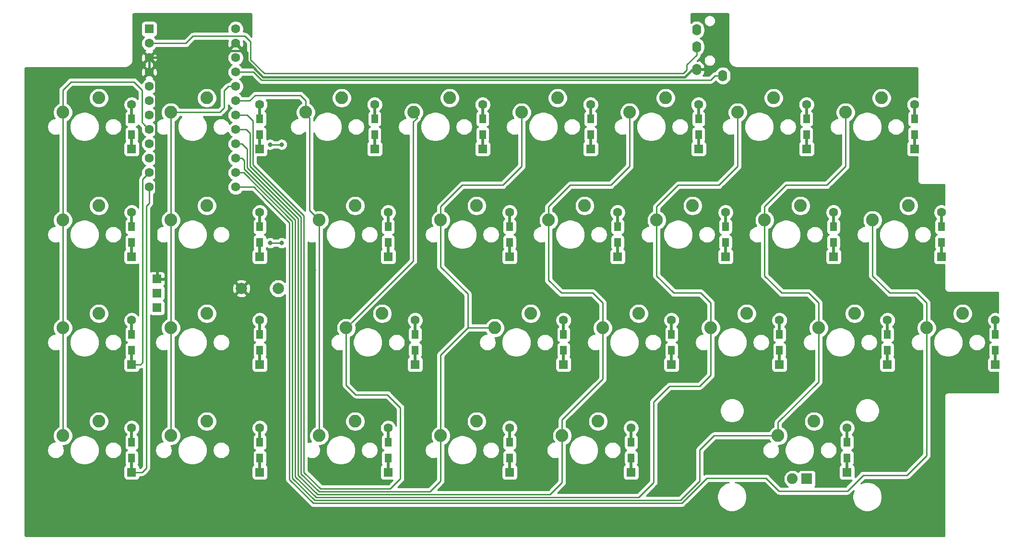
<source format=gbr>
G04 #@! TF.GenerationSoftware,KiCad,Pcbnew,(5.1.4)-1*
G04 #@! TF.CreationDate,2020-11-20T09:34:23-08:00*
G04 #@! TF.ProjectId,_autosave-_autosave-_autosave-_autosave-uwu-55,5f617574-6f73-4617-9665-2d5f6175746f,rev?*
G04 #@! TF.SameCoordinates,Original*
G04 #@! TF.FileFunction,Copper,L1,Top*
G04 #@! TF.FilePolarity,Positive*
%FSLAX46Y46*%
G04 Gerber Fmt 4.6, Leading zero omitted, Abs format (unit mm)*
G04 Created by KiCad (PCBNEW (5.1.4)-1) date 2020-11-20 09:34:23*
%MOMM*%
%LPD*%
G04 APERTURE LIST*
%ADD10C,1.600000*%
%ADD11R,1.600000X1.600000*%
%ADD12R,0.500000X2.900000*%
%ADD13R,1.200000X1.600000*%
%ADD14O,1.600000X2.000000*%
%ADD15R,1.905000X1.905000*%
%ADD16C,1.905000*%
%ADD17C,2.250000*%
%ADD18C,2.000000*%
%ADD19R,1.524000X1.524000*%
%ADD20C,0.800000*%
%ADD21C,0.254000*%
%ADD22C,0.381000*%
G04 APERTURE END LIST*
D10*
X-14605000Y-49403000D03*
X-14605000Y-51943000D03*
X-14605000Y-54483000D03*
X-14605000Y-57023000D03*
X-14605000Y-59563000D03*
X-14605000Y-62103000D03*
X-14605000Y-64643000D03*
X-14605000Y-67183000D03*
X-14605000Y-69723000D03*
X-14605000Y-72263000D03*
X-14605000Y-74803000D03*
X-14605000Y-77343000D03*
X-29845000Y-77343000D03*
X-29845000Y-74803000D03*
X-29845000Y-72263000D03*
X-29845000Y-69723000D03*
X-29845000Y-67183000D03*
X-29845000Y-64643000D03*
X-29845000Y-62103000D03*
X-29845000Y-59563000D03*
X-29845000Y-57023000D03*
X-29845000Y-54483000D03*
X-29845000Y-51943000D03*
D11*
X-29845000Y-49403000D03*
D12*
X119475250Y-107275000D03*
X119475250Y-102275000D03*
D11*
X119475250Y-108675000D03*
D10*
X119475250Y-100875000D03*
D13*
X119475250Y-103375000D03*
X119475250Y-106175000D03*
D12*
X109950250Y-88225000D03*
X109950250Y-83225000D03*
D11*
X109950250Y-89625000D03*
D10*
X109950250Y-81825000D03*
D13*
X109950250Y-84325000D03*
X109950250Y-87125000D03*
D12*
X93281500Y-126325000D03*
X93281500Y-121325000D03*
D11*
X93281500Y-127725000D03*
D10*
X93281500Y-119925000D03*
D13*
X93281500Y-122425000D03*
X93281500Y-125225000D03*
D12*
X100425250Y-107275000D03*
X100425250Y-102275000D03*
D11*
X100425250Y-108675000D03*
D10*
X100425250Y-100875000D03*
D13*
X100425250Y-103375000D03*
X100425250Y-106175000D03*
D12*
X90900250Y-88225000D03*
X90900250Y-83225000D03*
D11*
X90900250Y-89625000D03*
D10*
X90900250Y-81825000D03*
D13*
X90900250Y-84325000D03*
X90900250Y-87125000D03*
D12*
X105187750Y-69175000D03*
X105187750Y-64175000D03*
D11*
X105187750Y-70575000D03*
D10*
X105187750Y-62775000D03*
D13*
X105187750Y-65275000D03*
X105187750Y-68075000D03*
D12*
X81375250Y-107275000D03*
X81375250Y-102275000D03*
D11*
X81375250Y-108675000D03*
D10*
X81375250Y-100875000D03*
D13*
X81375250Y-103375000D03*
X81375250Y-106175000D03*
D12*
X71850250Y-88225000D03*
X71850250Y-83225000D03*
D11*
X71850250Y-89625000D03*
D10*
X71850250Y-81825000D03*
D13*
X71850250Y-84325000D03*
X71850250Y-87125000D03*
D12*
X86137750Y-69175000D03*
X86137750Y-64175000D03*
D11*
X86137750Y-70575000D03*
D10*
X86137750Y-62775000D03*
D13*
X86137750Y-65275000D03*
X86137750Y-68075000D03*
D12*
X55181500Y-126325000D03*
X55181500Y-121325000D03*
D11*
X55181500Y-127725000D03*
D10*
X55181500Y-119925000D03*
D13*
X55181500Y-122425000D03*
X55181500Y-125225000D03*
D12*
X62325250Y-107275000D03*
X62325250Y-102275000D03*
D11*
X62325250Y-108675000D03*
D10*
X62325250Y-100875000D03*
D13*
X62325250Y-103375000D03*
X62325250Y-106175000D03*
D12*
X52800250Y-88225000D03*
X52800250Y-83225000D03*
D11*
X52800250Y-89625000D03*
D10*
X52800250Y-81825000D03*
D13*
X52800250Y-84325000D03*
X52800250Y-87125000D03*
D12*
X67087750Y-69175000D03*
X67087750Y-64175000D03*
D11*
X67087750Y-70575000D03*
D10*
X67087750Y-62775000D03*
D13*
X67087750Y-65275000D03*
X67087750Y-68075000D03*
D12*
X33750250Y-126325000D03*
X33750250Y-121325000D03*
D11*
X33750250Y-127725000D03*
D10*
X33750250Y-119925000D03*
D13*
X33750250Y-122425000D03*
X33750250Y-125225000D03*
D12*
X43275250Y-107275000D03*
X43275250Y-102275000D03*
D11*
X43275250Y-108675000D03*
D10*
X43275250Y-100875000D03*
D13*
X43275250Y-103375000D03*
X43275250Y-106175000D03*
D12*
X33750250Y-88225000D03*
X33750250Y-83225000D03*
D11*
X33750250Y-89625000D03*
D10*
X33750250Y-81825000D03*
D13*
X33750250Y-84325000D03*
X33750250Y-87125000D03*
D12*
X48037750Y-69175000D03*
X48037750Y-64175000D03*
D11*
X48037750Y-70575000D03*
D10*
X48037750Y-62775000D03*
D13*
X48037750Y-65275000D03*
X48037750Y-68075000D03*
D12*
X17081500Y-107275000D03*
X17081500Y-102275000D03*
D11*
X17081500Y-108675000D03*
D10*
X17081500Y-100875000D03*
D13*
X17081500Y-103375000D03*
X17081500Y-106175000D03*
D12*
X28987750Y-69175000D03*
X28987750Y-64175000D03*
D11*
X28987750Y-70575000D03*
D10*
X28987750Y-62775000D03*
D13*
X28987750Y-65275000D03*
X28987750Y-68075000D03*
D12*
X12319000Y-126325000D03*
X12319000Y-121325000D03*
D11*
X12319000Y-127725000D03*
D10*
X12319000Y-119925000D03*
D13*
X12319000Y-122425000D03*
X12319000Y-125225000D03*
D12*
X12319000Y-88225000D03*
X12319000Y-83225000D03*
D11*
X12319000Y-89625000D03*
D10*
X12319000Y-81825000D03*
D13*
X12319000Y-84325000D03*
X12319000Y-87125000D03*
D12*
X9937750Y-69175000D03*
X9937750Y-64175000D03*
D11*
X9937750Y-70575000D03*
D10*
X9937750Y-62775000D03*
D13*
X9937750Y-65275000D03*
X9937750Y-68075000D03*
D12*
X-10318750Y-126325000D03*
X-10318750Y-121325000D03*
D11*
X-10318750Y-127725000D03*
D10*
X-10318750Y-119925000D03*
D13*
X-10318750Y-122425000D03*
X-10318750Y-125225000D03*
D12*
X-10318750Y-107275000D03*
X-10318750Y-102275000D03*
D11*
X-10318750Y-108675000D03*
D10*
X-10318750Y-100875000D03*
D13*
X-10318750Y-103375000D03*
X-10318750Y-106175000D03*
D12*
X-10318750Y-88225000D03*
X-10318750Y-83225000D03*
D11*
X-10318750Y-89625000D03*
D10*
X-10318750Y-81825000D03*
D13*
X-10318750Y-84325000D03*
X-10318750Y-87125000D03*
D12*
X-10318750Y-69175000D03*
X-10318750Y-64175000D03*
D11*
X-10318750Y-70575000D03*
D10*
X-10318750Y-62775000D03*
D13*
X-10318750Y-65275000D03*
X-10318750Y-68075000D03*
D12*
X-32924750Y-126325000D03*
X-32924750Y-121325000D03*
D11*
X-32924750Y-127725000D03*
D10*
X-32924750Y-119925000D03*
D13*
X-32924750Y-122425000D03*
X-32924750Y-125225000D03*
D12*
X-32924750Y-107275000D03*
X-32924750Y-102275000D03*
D11*
X-32924750Y-108675000D03*
D10*
X-32924750Y-100875000D03*
D13*
X-32924750Y-103375000D03*
X-32924750Y-106175000D03*
D12*
X-32924750Y-88225000D03*
X-32924750Y-83225000D03*
D11*
X-32924750Y-89625000D03*
D10*
X-32924750Y-81825000D03*
D13*
X-32924750Y-84325000D03*
X-32924750Y-87125000D03*
D12*
X-32924750Y-69175000D03*
X-32924750Y-64175000D03*
D11*
X-32924750Y-70575000D03*
D10*
X-32924750Y-62775000D03*
D13*
X-32924750Y-65275000D03*
X-32924750Y-68075000D03*
D14*
X71356250Y-57655000D03*
X66756250Y-56555000D03*
X66756250Y-49555000D03*
X66756250Y-52555000D03*
D15*
X86201250Y-128905000D03*
D16*
X83661250Y-128905000D03*
D17*
X81121250Y-121285000D03*
X87471250Y-118745000D03*
X11271250Y-99695000D03*
X4921250Y-102235000D03*
X49371250Y-118745000D03*
X43021250Y-121285000D03*
X6508750Y-118745000D03*
X158750Y-121285000D03*
X6508750Y-80645000D03*
X158750Y-83185000D03*
X27940000Y-80645000D03*
X21590000Y-83185000D03*
X113665000Y-99695000D03*
X107315000Y-102235000D03*
X75565000Y-99695000D03*
X69215000Y-102235000D03*
X27940000Y-118745000D03*
X21590000Y-121285000D03*
X66040000Y-80645000D03*
X59690000Y-83185000D03*
X85090000Y-80645000D03*
X78740000Y-83185000D03*
X104140000Y-80645000D03*
X97790000Y-83185000D03*
X23177500Y-61595000D03*
X16827500Y-64135000D03*
X80327500Y-61595000D03*
X73977500Y-64135000D03*
X46990000Y-80645000D03*
X40640000Y-83185000D03*
X99377500Y-61595000D03*
X93027500Y-64135000D03*
X4127500Y-61595000D03*
X-2222500Y-64135000D03*
X94615000Y-99695000D03*
X88265000Y-102235000D03*
X42227500Y-61595000D03*
X35877500Y-64135000D03*
X56515000Y-99695000D03*
X50165000Y-102235000D03*
X37465000Y-99695000D03*
X31115000Y-102235000D03*
X61277500Y-61595000D03*
X54927500Y-64135000D03*
X-38735000Y-118745000D03*
X-45085000Y-121285000D03*
X-38735000Y-80645000D03*
X-45085000Y-83185000D03*
X-38735000Y-99695000D03*
X-45085000Y-102235000D03*
X-19685000Y-99695000D03*
X-26035000Y-102235000D03*
X-19685000Y-61595000D03*
X-26035000Y-64135000D03*
X-38735000Y-61595000D03*
X-45085000Y-64135000D03*
X-19685000Y-118745000D03*
X-26035000Y-121285000D03*
X-19685000Y-80645000D03*
X-26035000Y-83185000D03*
D18*
X-7068750Y-95250000D03*
X-13568750Y-95250000D03*
D19*
X-28448000Y-93567250D03*
X-28448000Y-96067250D03*
X-28448000Y-98667250D03*
D20*
X-8509000Y-69818250D03*
X-6477000Y-69818250D03*
X-8509000Y-87217250D03*
X-6477000Y-87217250D03*
X-5556250Y-75406250D03*
X-22225000Y-75406250D03*
X63500000Y-92075000D03*
X58737500Y-75406250D03*
X-35718750Y-75406250D03*
X-793750Y-92075000D03*
D21*
X-8509000Y-69818250D02*
X-6477000Y-69818250D01*
X-6477000Y-87217250D02*
X-8509000Y-87217250D01*
X-30972001Y-75930001D02*
X-29845000Y-74803000D01*
X-30972001Y-86852249D02*
X-30972001Y-75930001D01*
X-30988000Y-86868248D02*
X-30972001Y-86852249D01*
X-30988000Y-108299250D02*
X-30988000Y-86868248D01*
X-32924750Y-108675000D02*
X-31363750Y-108675000D01*
X-31363750Y-108675000D02*
X-30988000Y-108299250D01*
X-31109750Y-127725000D02*
X-32924750Y-127725000D01*
X-30353000Y-126968250D02*
X-31109750Y-127725000D01*
X-30353000Y-80696870D02*
X-30353000Y-126968250D01*
X-29845000Y-79057500D02*
X-29845000Y-80188870D01*
X-29845000Y-80188870D02*
X-30353000Y-80696870D01*
X-29845000Y-79057500D02*
X-29845000Y-77343000D01*
X-28488000Y-96107250D02*
X-28448000Y-96067250D01*
D22*
X-28713630Y-54483000D02*
X-29845000Y-54483000D01*
X-18288000Y-54483000D02*
X-28713630Y-54483000D01*
X-17097499Y-53292499D02*
X-18288000Y-54483000D01*
X-12874501Y-53292499D02*
X-17097499Y-53292499D01*
X-13424001Y-52742999D02*
X-12874501Y-53292499D01*
X-13805001Y-52742999D02*
X-13424001Y-52742999D01*
X-14605000Y-51943000D02*
X-13805001Y-52742999D01*
X-29845000Y-54483000D02*
X-29845000Y-57023000D01*
X-28654499Y-58213501D02*
X-29845000Y-57023000D01*
X-28654499Y-92090751D02*
X-28654499Y-58213501D01*
X-28448000Y-93567250D02*
X-28448000Y-92297250D01*
X-28448000Y-92297250D02*
X-28654499Y-92090751D01*
X66000000Y-56555000D02*
X66756250Y-56555000D01*
X64674750Y-57880250D02*
X66000000Y-56555000D01*
X-9747250Y-57880250D02*
X64674750Y-57880250D01*
X-12573000Y-55054500D02*
X-9747250Y-57880250D01*
X-12874501Y-53292499D02*
X-12573000Y-53594000D01*
X-12573000Y-53594000D02*
X-12573000Y-55054500D01*
D21*
X21590000Y-121285000D02*
X21590000Y-106997500D01*
X26352500Y-102235000D02*
X31115000Y-102235000D01*
X21590000Y-106997500D02*
X26352500Y-102235000D01*
X21590000Y-91440000D02*
X21590000Y-83185000D01*
X26352500Y-102235000D02*
X26352500Y-96202500D01*
X26352500Y-96202500D02*
X21590000Y-91440000D01*
X21590000Y-83185000D02*
X21590000Y-80803750D01*
X21590000Y-80803750D02*
X25400000Y-76993750D01*
X25400000Y-76993750D02*
X32543750Y-76993750D01*
X35877500Y-73660000D02*
X35877500Y-64135000D01*
X32543750Y-76993750D02*
X35877500Y-73660000D01*
X21590000Y-129254250D02*
X21590000Y-121285000D01*
X19685000Y-131159250D02*
X21590000Y-129254250D01*
X127000Y-131159250D02*
X19685000Y-131159250D01*
X-12065000Y-69691250D02*
X-12065000Y-73628250D01*
X-3048000Y-82645250D02*
X-3048000Y-127984250D01*
X-12065000Y-73628250D02*
X-3048000Y-82645250D01*
X-3048000Y-127984250D02*
X127000Y-131159250D01*
X-14605000Y-67183000D02*
X-12700000Y-67183000D01*
X-12065000Y-67818000D02*
X-12065000Y-69691250D01*
X-12700000Y-67183000D02*
X-12065000Y-67818000D01*
X43021250Y-121285000D02*
X43021250Y-118427500D01*
X50165000Y-111283750D02*
X50165000Y-102235000D01*
X43021250Y-118427500D02*
X50165000Y-111283750D01*
X50165000Y-97790000D02*
X50165000Y-102235000D01*
X48418750Y-96043750D02*
X50165000Y-97790000D01*
X42862500Y-96043750D02*
X48418750Y-96043750D01*
X40640000Y-83185000D02*
X40640000Y-93821250D01*
X40640000Y-93821250D02*
X42862500Y-96043750D01*
X54927500Y-73660000D02*
X54927500Y-64135000D01*
X51593750Y-76993750D02*
X54927500Y-73660000D01*
X44450000Y-76993750D02*
X51593750Y-76993750D01*
X40640000Y-83185000D02*
X40640000Y-80803750D01*
X40640000Y-80803750D02*
X44450000Y-76993750D01*
X43021250Y-129540000D02*
X43021250Y-121285000D01*
X40894000Y-131667250D02*
X43021250Y-129540000D01*
X-127000Y-131667250D02*
X40894000Y-131667250D01*
X-14605000Y-69723000D02*
X-13473630Y-69723000D01*
X-13473630Y-69723000D02*
X-12573000Y-70623630D01*
X-12573000Y-70623630D02*
X-12573000Y-73882250D01*
X-12573000Y-73882250D02*
X-3556000Y-82899250D01*
X-3556000Y-82899250D02*
X-3556000Y-128238250D01*
X-3556000Y-128238250D02*
X-127000Y-131667250D01*
X107315000Y-97790000D02*
X107315000Y-102235000D01*
X105568750Y-96043750D02*
X107315000Y-97790000D01*
X100806250Y-96043750D02*
X105568750Y-96043750D01*
X97790000Y-83185000D02*
X97790000Y-93027500D01*
X97790000Y-93027500D02*
X100806250Y-96043750D01*
X107315000Y-124809250D02*
X107315000Y-102235000D01*
X103886000Y-128238250D02*
X107315000Y-124809250D01*
X96139000Y-128238250D02*
X103886000Y-128238250D01*
X93345000Y-131032250D02*
X96139000Y-128238250D01*
X78994000Y-128746250D02*
X81280000Y-131032250D01*
X68580000Y-128746250D02*
X78994000Y-128746250D01*
X-9683750Y-79057500D02*
X-5080000Y-83661250D01*
X81280000Y-131032250D02*
X93345000Y-131032250D01*
X-5080000Y-83661250D02*
X-5080000Y-129000250D01*
X-5080000Y-129000250D02*
X-889000Y-133191250D01*
X64135000Y-133191250D02*
X68580000Y-128746250D01*
X-889000Y-133191250D02*
X64135000Y-133191250D01*
X-11398250Y-77343000D02*
X-9683750Y-79057500D01*
X-14605000Y-77343000D02*
X-11398250Y-77343000D01*
X69215000Y-97790000D02*
X69215000Y-102235000D01*
X67468750Y-96043750D02*
X69215000Y-97790000D01*
X62706250Y-96043750D02*
X67468750Y-96043750D01*
X59690000Y-83185000D02*
X59690000Y-93027500D01*
X59690000Y-93027500D02*
X62706250Y-96043750D01*
X73977500Y-73660000D02*
X73977500Y-64135000D01*
X70643750Y-76993750D02*
X73977500Y-73660000D01*
X63500000Y-76993750D02*
X70643750Y-76993750D01*
X59690000Y-83185000D02*
X59690000Y-80803750D01*
X59690000Y-80803750D02*
X63500000Y-76993750D01*
X69215000Y-105251250D02*
X69215000Y-102235000D01*
X69215000Y-110585250D02*
X69215000Y-105251250D01*
X67277288Y-112522962D02*
X69215000Y-110585250D01*
X61976000Y-112522962D02*
X67277288Y-112522962D01*
X59182000Y-115316962D02*
X61976000Y-112522962D01*
X59182000Y-129508250D02*
X59182000Y-115316962D01*
X-381000Y-132175250D02*
X56515000Y-132175250D01*
X-13473630Y-72263000D02*
X-13081000Y-72655630D01*
X-14605000Y-72263000D02*
X-13473630Y-72263000D01*
X-13081000Y-72655630D02*
X-13081000Y-74136250D01*
X56515000Y-132175250D02*
X59182000Y-129508250D01*
X-13081000Y-74136250D02*
X-4064000Y-83153250D01*
X-4064000Y-83153250D02*
X-4064000Y-128492250D01*
X-4064000Y-128492250D02*
X-381000Y-132175250D01*
X-1587500Y-81438750D02*
X158750Y-83185000D01*
X-1587500Y-65087500D02*
X-1587500Y-81438750D01*
X-2222500Y-64135000D02*
X-2222500Y-64452500D01*
X-2222500Y-64452500D02*
X-1587500Y-65087500D01*
X158750Y-84775990D02*
X158750Y-121285000D01*
X158750Y-83185000D02*
X158750Y-84775990D01*
X-12096750Y-62103000D02*
X-14605000Y-62103000D01*
X-11112500Y-61118750D02*
X-12096750Y-62103000D01*
X-3175000Y-61118750D02*
X-11112500Y-61118750D01*
X-2222500Y-64135000D02*
X-2222500Y-62071250D01*
X-2222500Y-62071250D02*
X-3175000Y-61118750D01*
X81121250Y-121285000D02*
X81121250Y-118903750D01*
X88265000Y-111760000D02*
X88265000Y-102235000D01*
X81121250Y-118903750D02*
X88265000Y-111760000D01*
X88265000Y-102235000D02*
X88265000Y-97790000D01*
X88265000Y-97790000D02*
X86518750Y-96043750D01*
X86518750Y-96043750D02*
X81756250Y-96043750D01*
X78740000Y-93027500D02*
X78740000Y-83185000D01*
X81756250Y-96043750D02*
X78740000Y-93027500D01*
X78740000Y-83185000D02*
X78740000Y-80803750D01*
X78740000Y-80803750D02*
X82550000Y-76993750D01*
X82550000Y-76993750D02*
X89693750Y-76993750D01*
X93027500Y-73660000D02*
X93027500Y-64135000D01*
X89693750Y-76993750D02*
X93027500Y-73660000D01*
X69818250Y-121285000D02*
X81121250Y-121285000D01*
X67310000Y-123793250D02*
X69818250Y-121285000D01*
X67310000Y-129254250D02*
X67310000Y-123793250D01*
X-13176250Y-74803000D02*
X-4572000Y-83407250D01*
X-14605000Y-74803000D02*
X-13176250Y-74803000D01*
X-4572000Y-83407250D02*
X-4572000Y-128746250D01*
X-4572000Y-128746250D02*
X-635000Y-132683250D01*
X-635000Y-132683250D02*
X63881000Y-132683250D01*
X63881000Y-132683250D02*
X67310000Y-129254250D01*
X-45085000Y-64135000D02*
X-45085000Y-64452500D01*
X-45085000Y-64135000D02*
X-45085000Y-83185000D01*
X-45085000Y-83185000D02*
X-45085000Y-102235000D01*
X-45085000Y-102235000D02*
X-45085000Y-121285000D01*
X-45085000Y-60166250D02*
X-45085000Y-64135000D01*
X-43656250Y-58737500D02*
X-45085000Y-60166250D01*
X-32543750Y-58737500D02*
X-43656250Y-58737500D01*
X-31115000Y-60166250D02*
X-32543750Y-58737500D01*
X-30644999Y-66383001D02*
X-31115000Y-65913000D01*
X-29845000Y-67183000D02*
X-30644999Y-66383001D01*
X-31115000Y-65913000D02*
X-31115000Y-60166250D01*
X-26035000Y-64135000D02*
X-26035000Y-121285000D01*
X-15875000Y-59563000D02*
X-14605000Y-59563000D01*
X-16637000Y-60325000D02*
X-15875000Y-59563000D01*
X-16637000Y-63373000D02*
X-16637000Y-60325000D01*
X-26035000Y-64135000D02*
X-17399000Y-64135000D01*
X-17399000Y-64135000D02*
X-16637000Y-63373000D01*
X16827500Y-64135000D02*
X16827500Y-64452500D01*
X16827500Y-64452500D02*
X17462500Y-65087500D01*
X6046249Y-101110001D02*
X4921250Y-102235000D01*
X16759501Y-90396749D02*
X6046249Y-101110001D01*
X16759501Y-65790499D02*
X16759501Y-90396749D01*
X17462500Y-65087500D02*
X16759501Y-65790499D01*
X-12573000Y-64643000D02*
X-14605000Y-64643000D01*
X-11557000Y-65659000D02*
X-12573000Y-64643000D01*
X-11557000Y-73374250D02*
X-11557000Y-65659000D01*
X12700000Y-130651250D02*
X381000Y-130651250D01*
X381000Y-130651250D02*
X-2540000Y-127730250D01*
X4921250Y-102235000D02*
X4921250Y-112331500D01*
X-2540000Y-82391250D02*
X-11557000Y-73374250D01*
X6604000Y-114014250D02*
X12192000Y-114014250D01*
X12192000Y-114014250D02*
X14478000Y-116300250D01*
X14478000Y-116300250D02*
X14478000Y-128873250D01*
X-2540000Y-127730250D02*
X-2540000Y-82391250D01*
X4921250Y-112331500D02*
X6604000Y-114014250D01*
X14478000Y-128873250D02*
X12700000Y-130651250D01*
X-10033000Y-58420000D02*
X69219750Y-58420000D01*
X-11430000Y-57023000D02*
X-10033000Y-58420000D01*
X-14605000Y-57023000D02*
X-11430000Y-57023000D01*
X69984750Y-57655000D02*
X71356250Y-57655000D01*
X69219750Y-58420000D02*
X69984750Y-57655000D01*
X66756250Y-54020750D02*
X66756250Y-52237500D01*
X65024000Y-55753000D02*
X66756250Y-54020750D01*
X65024000Y-56642000D02*
X65024000Y-55753000D01*
X-29845000Y-51943000D02*
X-23368000Y-51943000D01*
X-22098000Y-50673000D02*
X-12954000Y-50673000D01*
X-23368000Y-51943000D02*
X-22098000Y-50673000D01*
X-12954000Y-50673000D02*
X-11938000Y-51689000D01*
X64389000Y-57277000D02*
X65024000Y-56642000D01*
X-9525000Y-57277000D02*
X64389000Y-57277000D01*
X-11938000Y-51689000D02*
X-11938000Y-54864000D01*
X-11938000Y-54864000D02*
X-9525000Y-57277000D01*
G36*
X-11880888Y-46703152D02*
G01*
X-11856487Y-46710519D01*
X-11833985Y-46722483D01*
X-11814236Y-46738591D01*
X-11797991Y-46758227D01*
X-11785867Y-46780651D01*
X-11778332Y-46804992D01*
X-11772500Y-46860476D01*
X-11772500Y-50776870D01*
X-12388716Y-50160654D01*
X-12412578Y-50131578D01*
X-12528608Y-50036355D01*
X-12660985Y-49965598D01*
X-12804622Y-49922026D01*
X-12916574Y-49911000D01*
X-12916577Y-49911000D01*
X-12954000Y-49907314D01*
X-12991423Y-49911000D01*
X-13262188Y-49911000D01*
X-13225147Y-49821574D01*
X-13170000Y-49544335D01*
X-13170000Y-49261665D01*
X-13225147Y-48984426D01*
X-13333320Y-48723273D01*
X-13490363Y-48488241D01*
X-13690241Y-48288363D01*
X-13925273Y-48131320D01*
X-14186426Y-48023147D01*
X-14463665Y-47968000D01*
X-14746335Y-47968000D01*
X-15023574Y-48023147D01*
X-15284727Y-48131320D01*
X-15519759Y-48288363D01*
X-15719637Y-48488241D01*
X-15876680Y-48723273D01*
X-15984853Y-48984426D01*
X-16040000Y-49261665D01*
X-16040000Y-49544335D01*
X-15984853Y-49821574D01*
X-15947812Y-49911000D01*
X-22060578Y-49911000D01*
X-22098001Y-49907314D01*
X-22135424Y-49911000D01*
X-22135426Y-49911000D01*
X-22247378Y-49922026D01*
X-22391015Y-49965598D01*
X-22523392Y-50036355D01*
X-22639422Y-50131578D01*
X-22663279Y-50160648D01*
X-23683630Y-51181000D01*
X-28628293Y-51181000D01*
X-28730363Y-51028241D01*
X-28928961Y-50829643D01*
X-28920518Y-50828812D01*
X-28800820Y-50792502D01*
X-28690506Y-50733537D01*
X-28593815Y-50654185D01*
X-28514463Y-50557494D01*
X-28455498Y-50447180D01*
X-28419188Y-50327482D01*
X-28406928Y-50203000D01*
X-28406928Y-48603000D01*
X-28419188Y-48478518D01*
X-28455498Y-48358820D01*
X-28514463Y-48248506D01*
X-28593815Y-48151815D01*
X-28690506Y-48072463D01*
X-28800820Y-48013498D01*
X-28920518Y-47977188D01*
X-29045000Y-47964928D01*
X-30645000Y-47964928D01*
X-30769482Y-47977188D01*
X-30889180Y-48013498D01*
X-30999494Y-48072463D01*
X-31096185Y-48151815D01*
X-31175537Y-48248506D01*
X-31234502Y-48358820D01*
X-31270812Y-48478518D01*
X-31283072Y-48603000D01*
X-31283072Y-50203000D01*
X-31270812Y-50327482D01*
X-31234502Y-50447180D01*
X-31175537Y-50557494D01*
X-31096185Y-50654185D01*
X-30999494Y-50733537D01*
X-30889180Y-50792502D01*
X-30769482Y-50828812D01*
X-30761039Y-50829643D01*
X-30959637Y-51028241D01*
X-31116680Y-51263273D01*
X-31224853Y-51524426D01*
X-31280000Y-51801665D01*
X-31280000Y-52084335D01*
X-31224853Y-52361574D01*
X-31116680Y-52622727D01*
X-30959637Y-52857759D01*
X-30759759Y-53057637D01*
X-30525872Y-53213915D01*
X-30586514Y-53246329D01*
X-30658097Y-53490298D01*
X-29845000Y-54303395D01*
X-29031903Y-53490298D01*
X-29103486Y-53246329D01*
X-29167992Y-53215806D01*
X-29165273Y-53214680D01*
X-28930241Y-53057637D01*
X-28730363Y-52857759D01*
X-28628293Y-52705000D01*
X-23405423Y-52705000D01*
X-23368000Y-52708686D01*
X-23330577Y-52705000D01*
X-23330574Y-52705000D01*
X-23218622Y-52693974D01*
X-23074985Y-52650402D01*
X-22942608Y-52579645D01*
X-22826578Y-52484422D01*
X-22802716Y-52455346D01*
X-21782369Y-51435000D01*
X-15952163Y-51435000D01*
X-15962571Y-51456996D01*
X-16031300Y-51731184D01*
X-16045217Y-52013512D01*
X-16003787Y-52293130D01*
X-15908603Y-52559292D01*
X-15841671Y-52684514D01*
X-15597702Y-52756097D01*
X-14784605Y-51943000D01*
X-14798748Y-51928858D01*
X-14619143Y-51749253D01*
X-14605000Y-51763395D01*
X-14590858Y-51749253D01*
X-14411253Y-51928858D01*
X-14425395Y-51943000D01*
X-13612298Y-52756097D01*
X-13368329Y-52684514D01*
X-13247429Y-52429004D01*
X-13178700Y-52154816D01*
X-13164783Y-51872488D01*
X-13206213Y-51592870D01*
X-13258795Y-51445835D01*
X-12700000Y-52004631D01*
X-12699999Y-54826567D01*
X-12703686Y-54864000D01*
X-12688973Y-55013378D01*
X-12645401Y-55157015D01*
X-12574645Y-55289392D01*
X-12507079Y-55371721D01*
X-12479421Y-55405422D01*
X-12450351Y-55429279D01*
X-11618630Y-56261000D01*
X-13388293Y-56261000D01*
X-13490363Y-56108241D01*
X-13690241Y-55908363D01*
X-13922759Y-55753000D01*
X-13690241Y-55597637D01*
X-13490363Y-55397759D01*
X-13333320Y-55162727D01*
X-13225147Y-54901574D01*
X-13170000Y-54624335D01*
X-13170000Y-54341665D01*
X-13225147Y-54064426D01*
X-13333320Y-53803273D01*
X-13490363Y-53568241D01*
X-13690241Y-53368363D01*
X-13924128Y-53212085D01*
X-13863486Y-53179671D01*
X-13791903Y-52935702D01*
X-14605000Y-52122605D01*
X-15418097Y-52935702D01*
X-15346514Y-53179671D01*
X-15282008Y-53210194D01*
X-15284727Y-53211320D01*
X-15519759Y-53368363D01*
X-15719637Y-53568241D01*
X-15876680Y-53803273D01*
X-15984853Y-54064426D01*
X-16040000Y-54341665D01*
X-16040000Y-54624335D01*
X-15984853Y-54901574D01*
X-15876680Y-55162727D01*
X-15719637Y-55397759D01*
X-15519759Y-55597637D01*
X-15287241Y-55753000D01*
X-15519759Y-55908363D01*
X-15719637Y-56108241D01*
X-15876680Y-56343273D01*
X-15984853Y-56604426D01*
X-16040000Y-56881665D01*
X-16040000Y-57164335D01*
X-15984853Y-57441574D01*
X-15876680Y-57702727D01*
X-15719637Y-57937759D01*
X-15519759Y-58137637D01*
X-15287241Y-58293000D01*
X-15519759Y-58448363D01*
X-15719637Y-58648241D01*
X-15821707Y-58801000D01*
X-15837577Y-58801000D01*
X-15875000Y-58797314D01*
X-15912423Y-58801000D01*
X-15912426Y-58801000D01*
X-16024378Y-58812026D01*
X-16168015Y-58855598D01*
X-16203580Y-58874608D01*
X-16300393Y-58926355D01*
X-16383096Y-58994228D01*
X-16416422Y-59021578D01*
X-16440280Y-59050649D01*
X-17149351Y-59759721D01*
X-17178421Y-59783578D01*
X-17202278Y-59812648D01*
X-17202279Y-59812649D01*
X-17273645Y-59899608D01*
X-17344401Y-60031985D01*
X-17387973Y-60175622D01*
X-17402686Y-60325000D01*
X-17398999Y-60362433D01*
X-17399000Y-63057369D01*
X-17714630Y-63373000D01*
X-24445620Y-63373000D01*
X-24475308Y-63301327D01*
X-24667919Y-63013065D01*
X-24913065Y-62767919D01*
X-25201327Y-62575308D01*
X-25521627Y-62442636D01*
X-25861655Y-62375000D01*
X-26208345Y-62375000D01*
X-26548373Y-62442636D01*
X-26868673Y-62575308D01*
X-27156935Y-62767919D01*
X-27402081Y-63013065D01*
X-27594692Y-63301327D01*
X-27727364Y-63621627D01*
X-27795000Y-63961655D01*
X-27795000Y-64308345D01*
X-27727364Y-64648373D01*
X-27594692Y-64968673D01*
X-27462362Y-65166719D01*
X-27745451Y-65223029D01*
X-28020253Y-65336856D01*
X-28267569Y-65502107D01*
X-28477893Y-65712431D01*
X-28643144Y-65959747D01*
X-28756971Y-66234549D01*
X-28758146Y-66240458D01*
X-28930241Y-66068363D01*
X-29162759Y-65913000D01*
X-28930241Y-65757637D01*
X-28730363Y-65557759D01*
X-28573320Y-65322727D01*
X-28465147Y-65061574D01*
X-28410000Y-64784335D01*
X-28410000Y-64501665D01*
X-28465147Y-64224426D01*
X-28573320Y-63963273D01*
X-28730363Y-63728241D01*
X-28930241Y-63528363D01*
X-29162759Y-63373000D01*
X-28930241Y-63217637D01*
X-28730363Y-63017759D01*
X-28573320Y-62782727D01*
X-28465147Y-62521574D01*
X-28410000Y-62244335D01*
X-28410000Y-61961665D01*
X-28465147Y-61684426D01*
X-28573320Y-61423273D01*
X-28574401Y-61421655D01*
X-21445000Y-61421655D01*
X-21445000Y-61768345D01*
X-21377364Y-62108373D01*
X-21244692Y-62428673D01*
X-21052081Y-62716935D01*
X-20806935Y-62962081D01*
X-20518673Y-63154692D01*
X-20198373Y-63287364D01*
X-19858345Y-63355000D01*
X-19511655Y-63355000D01*
X-19171627Y-63287364D01*
X-18851327Y-63154692D01*
X-18563065Y-62962081D01*
X-18317919Y-62716935D01*
X-18125308Y-62428673D01*
X-17992636Y-62108373D01*
X-17925000Y-61768345D01*
X-17925000Y-61421655D01*
X-17992636Y-61081627D01*
X-18125308Y-60761327D01*
X-18317919Y-60473065D01*
X-18563065Y-60227919D01*
X-18851327Y-60035308D01*
X-19171627Y-59902636D01*
X-19511655Y-59835000D01*
X-19858345Y-59835000D01*
X-20198373Y-59902636D01*
X-20518673Y-60035308D01*
X-20806935Y-60227919D01*
X-21052081Y-60473065D01*
X-21244692Y-60761327D01*
X-21377364Y-61081627D01*
X-21445000Y-61421655D01*
X-28574401Y-61421655D01*
X-28730363Y-61188241D01*
X-28930241Y-60988363D01*
X-29162759Y-60833000D01*
X-28930241Y-60677637D01*
X-28730363Y-60477759D01*
X-28573320Y-60242727D01*
X-28465147Y-59981574D01*
X-28410000Y-59704335D01*
X-28410000Y-59421665D01*
X-28465147Y-59144426D01*
X-28573320Y-58883273D01*
X-28730363Y-58648241D01*
X-28930241Y-58448363D01*
X-29164128Y-58292085D01*
X-29103486Y-58259671D01*
X-29031903Y-58015702D01*
X-29845000Y-57202605D01*
X-30658097Y-58015702D01*
X-30586514Y-58259671D01*
X-30522008Y-58290194D01*
X-30524727Y-58291320D01*
X-30759759Y-58448363D01*
X-30959637Y-58648241D01*
X-31116680Y-58883273D01*
X-31176333Y-59027287D01*
X-31978466Y-58225154D01*
X-32002328Y-58196078D01*
X-32118358Y-58100855D01*
X-32250735Y-58030098D01*
X-32394372Y-57986526D01*
X-32506324Y-57975500D01*
X-32506327Y-57975500D01*
X-32543750Y-57971814D01*
X-32581173Y-57975500D01*
X-43618827Y-57975500D01*
X-43656250Y-57971814D01*
X-43693673Y-57975500D01*
X-43693676Y-57975500D01*
X-43805628Y-57986526D01*
X-43949265Y-58030098D01*
X-43965919Y-58039000D01*
X-44081643Y-58100855D01*
X-44124031Y-58135643D01*
X-44197672Y-58196078D01*
X-44221534Y-58225154D01*
X-45597346Y-59600966D01*
X-45626422Y-59624828D01*
X-45678557Y-59688355D01*
X-45721645Y-59740858D01*
X-45744479Y-59783578D01*
X-45792402Y-59873236D01*
X-45835974Y-60016873D01*
X-45847000Y-60128824D01*
X-45850686Y-60166250D01*
X-45847000Y-60203673D01*
X-45846999Y-62545620D01*
X-45918673Y-62575308D01*
X-46206935Y-62767919D01*
X-46452081Y-63013065D01*
X-46644692Y-63301327D01*
X-46777364Y-63621627D01*
X-46845000Y-63961655D01*
X-46845000Y-64308345D01*
X-46777364Y-64648373D01*
X-46644692Y-64968673D01*
X-46512362Y-65166719D01*
X-46795451Y-65223029D01*
X-47070253Y-65336856D01*
X-47317569Y-65502107D01*
X-47527893Y-65712431D01*
X-47693144Y-65959747D01*
X-47806971Y-66234549D01*
X-47865000Y-66526278D01*
X-47865000Y-66823722D01*
X-47806971Y-67115451D01*
X-47693144Y-67390253D01*
X-47527893Y-67637569D01*
X-47317569Y-67847893D01*
X-47070253Y-68013144D01*
X-46795451Y-68126971D01*
X-46503722Y-68185000D01*
X-46206278Y-68185000D01*
X-45914549Y-68126971D01*
X-45847000Y-68098991D01*
X-45846999Y-81595620D01*
X-45918673Y-81625308D01*
X-46206935Y-81817919D01*
X-46452081Y-82063065D01*
X-46644692Y-82351327D01*
X-46777364Y-82671627D01*
X-46845000Y-83011655D01*
X-46845000Y-83358345D01*
X-46777364Y-83698373D01*
X-46644692Y-84018673D01*
X-46512362Y-84216719D01*
X-46795451Y-84273029D01*
X-47070253Y-84386856D01*
X-47317569Y-84552107D01*
X-47527893Y-84762431D01*
X-47693144Y-85009747D01*
X-47806971Y-85284549D01*
X-47865000Y-85576278D01*
X-47865000Y-85873722D01*
X-47806971Y-86165451D01*
X-47693144Y-86440253D01*
X-47527893Y-86687569D01*
X-47317569Y-86897893D01*
X-47070253Y-87063144D01*
X-46795451Y-87176971D01*
X-46503722Y-87235000D01*
X-46206278Y-87235000D01*
X-45914549Y-87176971D01*
X-45847000Y-87148991D01*
X-45846999Y-100645620D01*
X-45918673Y-100675308D01*
X-46206935Y-100867919D01*
X-46452081Y-101113065D01*
X-46644692Y-101401327D01*
X-46777364Y-101721627D01*
X-46845000Y-102061655D01*
X-46845000Y-102408345D01*
X-46777364Y-102748373D01*
X-46644692Y-103068673D01*
X-46512362Y-103266719D01*
X-46795451Y-103323029D01*
X-47070253Y-103436856D01*
X-47317569Y-103602107D01*
X-47527893Y-103812431D01*
X-47693144Y-104059747D01*
X-47806971Y-104334549D01*
X-47865000Y-104626278D01*
X-47865000Y-104923722D01*
X-47806971Y-105215451D01*
X-47693144Y-105490253D01*
X-47527893Y-105737569D01*
X-47317569Y-105947893D01*
X-47070253Y-106113144D01*
X-46795451Y-106226971D01*
X-46503722Y-106285000D01*
X-46206278Y-106285000D01*
X-45914549Y-106226971D01*
X-45847000Y-106198991D01*
X-45846999Y-119695620D01*
X-45918673Y-119725308D01*
X-46206935Y-119917919D01*
X-46452081Y-120163065D01*
X-46644692Y-120451327D01*
X-46777364Y-120771627D01*
X-46845000Y-121111655D01*
X-46845000Y-121458345D01*
X-46777364Y-121798373D01*
X-46644692Y-122118673D01*
X-46512362Y-122316719D01*
X-46795451Y-122373029D01*
X-47070253Y-122486856D01*
X-47317569Y-122652107D01*
X-47527893Y-122862431D01*
X-47693144Y-123109747D01*
X-47806971Y-123384549D01*
X-47865000Y-123676278D01*
X-47865000Y-123973722D01*
X-47806971Y-124265451D01*
X-47693144Y-124540253D01*
X-47527893Y-124787569D01*
X-47317569Y-124997893D01*
X-47070253Y-125163144D01*
X-46795451Y-125276971D01*
X-46503722Y-125335000D01*
X-46206278Y-125335000D01*
X-45914549Y-125276971D01*
X-45639747Y-125163144D01*
X-45392431Y-124997893D01*
X-45182107Y-124787569D01*
X-45016856Y-124540253D01*
X-44903029Y-124265451D01*
X-44845000Y-123973722D01*
X-44845000Y-123676278D01*
X-44866920Y-123566076D01*
X-43903900Y-123566076D01*
X-43903900Y-124083924D01*
X-43802873Y-124591822D01*
X-43604701Y-125070251D01*
X-43317000Y-125500826D01*
X-42950826Y-125867000D01*
X-42520251Y-126154701D01*
X-42041822Y-126352873D01*
X-41533924Y-126453900D01*
X-41016076Y-126453900D01*
X-40508178Y-126352873D01*
X-40029749Y-126154701D01*
X-39599174Y-125867000D01*
X-39233000Y-125500826D01*
X-38945299Y-125070251D01*
X-38747127Y-124591822D01*
X-38646100Y-124083924D01*
X-38646100Y-123676278D01*
X-37705000Y-123676278D01*
X-37705000Y-123973722D01*
X-37646971Y-124265451D01*
X-37533144Y-124540253D01*
X-37367893Y-124787569D01*
X-37157569Y-124997893D01*
X-36910253Y-125163144D01*
X-36635451Y-125276971D01*
X-36343722Y-125335000D01*
X-36046278Y-125335000D01*
X-35754549Y-125276971D01*
X-35479747Y-125163144D01*
X-35232431Y-124997893D01*
X-35022107Y-124787569D01*
X-34856856Y-124540253D01*
X-34743029Y-124265451D01*
X-34685000Y-123973722D01*
X-34685000Y-123676278D01*
X-34743029Y-123384549D01*
X-34856856Y-123109747D01*
X-35022107Y-122862431D01*
X-35232431Y-122652107D01*
X-35479747Y-122486856D01*
X-35754549Y-122373029D01*
X-36046278Y-122315000D01*
X-36343722Y-122315000D01*
X-36635451Y-122373029D01*
X-36910253Y-122486856D01*
X-37157569Y-122652107D01*
X-37367893Y-122862431D01*
X-37533144Y-123109747D01*
X-37646971Y-123384549D01*
X-37705000Y-123676278D01*
X-38646100Y-123676278D01*
X-38646100Y-123566076D01*
X-38747127Y-123058178D01*
X-38945299Y-122579749D01*
X-39233000Y-122149174D01*
X-39599174Y-121783000D01*
X-40029749Y-121495299D01*
X-40508178Y-121297127D01*
X-41016076Y-121196100D01*
X-41533924Y-121196100D01*
X-42041822Y-121297127D01*
X-42520251Y-121495299D01*
X-42950826Y-121783000D01*
X-43317000Y-122149174D01*
X-43604701Y-122579749D01*
X-43802873Y-123058178D01*
X-43903900Y-123566076D01*
X-44866920Y-123566076D01*
X-44903029Y-123384549D01*
X-45016856Y-123109747D01*
X-45060118Y-123045000D01*
X-44911655Y-123045000D01*
X-44571627Y-122977364D01*
X-44251327Y-122844692D01*
X-43963065Y-122652081D01*
X-43717919Y-122406935D01*
X-43525308Y-122118673D01*
X-43392636Y-121798373D01*
X-43325000Y-121458345D01*
X-43325000Y-121111655D01*
X-43392636Y-120771627D01*
X-43525308Y-120451327D01*
X-43717919Y-120163065D01*
X-43963065Y-119917919D01*
X-44251327Y-119725308D01*
X-44323000Y-119695620D01*
X-44323000Y-118571655D01*
X-40495000Y-118571655D01*
X-40495000Y-118918345D01*
X-40427364Y-119258373D01*
X-40294692Y-119578673D01*
X-40102081Y-119866935D01*
X-39856935Y-120112081D01*
X-39568673Y-120304692D01*
X-39248373Y-120437364D01*
X-38908345Y-120505000D01*
X-38561655Y-120505000D01*
X-38221627Y-120437364D01*
X-37901327Y-120304692D01*
X-37613065Y-120112081D01*
X-37367919Y-119866935D01*
X-37175308Y-119578673D01*
X-37042636Y-119258373D01*
X-36975000Y-118918345D01*
X-36975000Y-118571655D01*
X-37042636Y-118231627D01*
X-37175308Y-117911327D01*
X-37367919Y-117623065D01*
X-37613065Y-117377919D01*
X-37901327Y-117185308D01*
X-38221627Y-117052636D01*
X-38561655Y-116985000D01*
X-38908345Y-116985000D01*
X-39248373Y-117052636D01*
X-39568673Y-117185308D01*
X-39856935Y-117377919D01*
X-40102081Y-117623065D01*
X-40294692Y-117911327D01*
X-40427364Y-118231627D01*
X-40495000Y-118571655D01*
X-44323000Y-118571655D01*
X-44323000Y-104516076D01*
X-43903900Y-104516076D01*
X-43903900Y-105033924D01*
X-43802873Y-105541822D01*
X-43604701Y-106020251D01*
X-43317000Y-106450826D01*
X-42950826Y-106817000D01*
X-42520251Y-107104701D01*
X-42041822Y-107302873D01*
X-41533924Y-107403900D01*
X-41016076Y-107403900D01*
X-40508178Y-107302873D01*
X-40029749Y-107104701D01*
X-39599174Y-106817000D01*
X-39233000Y-106450826D01*
X-38945299Y-106020251D01*
X-38747127Y-105541822D01*
X-38646100Y-105033924D01*
X-38646100Y-104626278D01*
X-37705000Y-104626278D01*
X-37705000Y-104923722D01*
X-37646971Y-105215451D01*
X-37533144Y-105490253D01*
X-37367893Y-105737569D01*
X-37157569Y-105947893D01*
X-36910253Y-106113144D01*
X-36635451Y-106226971D01*
X-36343722Y-106285000D01*
X-36046278Y-106285000D01*
X-35754549Y-106226971D01*
X-35479747Y-106113144D01*
X-35232431Y-105947893D01*
X-35022107Y-105737569D01*
X-34856856Y-105490253D01*
X-34743029Y-105215451D01*
X-34685000Y-104923722D01*
X-34685000Y-104626278D01*
X-34743029Y-104334549D01*
X-34856856Y-104059747D01*
X-35022107Y-103812431D01*
X-35232431Y-103602107D01*
X-35479747Y-103436856D01*
X-35754549Y-103323029D01*
X-36046278Y-103265000D01*
X-36343722Y-103265000D01*
X-36635451Y-103323029D01*
X-36910253Y-103436856D01*
X-37157569Y-103602107D01*
X-37367893Y-103812431D01*
X-37533144Y-104059747D01*
X-37646971Y-104334549D01*
X-37705000Y-104626278D01*
X-38646100Y-104626278D01*
X-38646100Y-104516076D01*
X-38747127Y-104008178D01*
X-38945299Y-103529749D01*
X-39233000Y-103099174D01*
X-39599174Y-102733000D01*
X-40029749Y-102445299D01*
X-40508178Y-102247127D01*
X-41016076Y-102146100D01*
X-41533924Y-102146100D01*
X-42041822Y-102247127D01*
X-42520251Y-102445299D01*
X-42950826Y-102733000D01*
X-43317000Y-103099174D01*
X-43604701Y-103529749D01*
X-43802873Y-104008178D01*
X-43903900Y-104516076D01*
X-44323000Y-104516076D01*
X-44323000Y-103824380D01*
X-44251327Y-103794692D01*
X-43963065Y-103602081D01*
X-43717919Y-103356935D01*
X-43525308Y-103068673D01*
X-43392636Y-102748373D01*
X-43325000Y-102408345D01*
X-43325000Y-102061655D01*
X-43392636Y-101721627D01*
X-43525308Y-101401327D01*
X-43717919Y-101113065D01*
X-43963065Y-100867919D01*
X-44251327Y-100675308D01*
X-44323000Y-100645620D01*
X-44323000Y-99521655D01*
X-40495000Y-99521655D01*
X-40495000Y-99868345D01*
X-40427364Y-100208373D01*
X-40294692Y-100528673D01*
X-40102081Y-100816935D01*
X-39856935Y-101062081D01*
X-39568673Y-101254692D01*
X-39248373Y-101387364D01*
X-38908345Y-101455000D01*
X-38561655Y-101455000D01*
X-38221627Y-101387364D01*
X-37901327Y-101254692D01*
X-37613065Y-101062081D01*
X-37367919Y-100816935D01*
X-37175308Y-100528673D01*
X-37042636Y-100208373D01*
X-36975000Y-99868345D01*
X-36975000Y-99521655D01*
X-37042636Y-99181627D01*
X-37175308Y-98861327D01*
X-37367919Y-98573065D01*
X-37613065Y-98327919D01*
X-37901327Y-98135308D01*
X-38221627Y-98002636D01*
X-38561655Y-97935000D01*
X-38908345Y-97935000D01*
X-39248373Y-98002636D01*
X-39568673Y-98135308D01*
X-39856935Y-98327919D01*
X-40102081Y-98573065D01*
X-40294692Y-98861327D01*
X-40427364Y-99181627D01*
X-40495000Y-99521655D01*
X-44323000Y-99521655D01*
X-44323000Y-85466076D01*
X-43903900Y-85466076D01*
X-43903900Y-85983924D01*
X-43802873Y-86491822D01*
X-43604701Y-86970251D01*
X-43317000Y-87400826D01*
X-42950826Y-87767000D01*
X-42520251Y-88054701D01*
X-42041822Y-88252873D01*
X-41533924Y-88353900D01*
X-41016076Y-88353900D01*
X-40508178Y-88252873D01*
X-40029749Y-88054701D01*
X-39599174Y-87767000D01*
X-39233000Y-87400826D01*
X-38945299Y-86970251D01*
X-38747127Y-86491822D01*
X-38646100Y-85983924D01*
X-38646100Y-85576278D01*
X-37705000Y-85576278D01*
X-37705000Y-85873722D01*
X-37646971Y-86165451D01*
X-37533144Y-86440253D01*
X-37367893Y-86687569D01*
X-37157569Y-86897893D01*
X-36910253Y-87063144D01*
X-36635451Y-87176971D01*
X-36343722Y-87235000D01*
X-36046278Y-87235000D01*
X-35754549Y-87176971D01*
X-35479747Y-87063144D01*
X-35232431Y-86897893D01*
X-35022107Y-86687569D01*
X-34856856Y-86440253D01*
X-34743029Y-86165451D01*
X-34685000Y-85873722D01*
X-34685000Y-85576278D01*
X-34743029Y-85284549D01*
X-34856856Y-85009747D01*
X-35022107Y-84762431D01*
X-35232431Y-84552107D01*
X-35479747Y-84386856D01*
X-35754549Y-84273029D01*
X-36046278Y-84215000D01*
X-36343722Y-84215000D01*
X-36635451Y-84273029D01*
X-36910253Y-84386856D01*
X-37157569Y-84552107D01*
X-37367893Y-84762431D01*
X-37533144Y-85009747D01*
X-37646971Y-85284549D01*
X-37705000Y-85576278D01*
X-38646100Y-85576278D01*
X-38646100Y-85466076D01*
X-38747127Y-84958178D01*
X-38945299Y-84479749D01*
X-39233000Y-84049174D01*
X-39599174Y-83683000D01*
X-40029749Y-83395299D01*
X-40508178Y-83197127D01*
X-41016076Y-83096100D01*
X-41533924Y-83096100D01*
X-42041822Y-83197127D01*
X-42520251Y-83395299D01*
X-42950826Y-83683000D01*
X-43317000Y-84049174D01*
X-43604701Y-84479749D01*
X-43802873Y-84958178D01*
X-43903900Y-85466076D01*
X-44323000Y-85466076D01*
X-44323000Y-84774380D01*
X-44251327Y-84744692D01*
X-43963065Y-84552081D01*
X-43717919Y-84306935D01*
X-43525308Y-84018673D01*
X-43392636Y-83698373D01*
X-43325000Y-83358345D01*
X-43325000Y-83011655D01*
X-43392636Y-82671627D01*
X-43525308Y-82351327D01*
X-43717919Y-82063065D01*
X-43963065Y-81817919D01*
X-44251327Y-81625308D01*
X-44323000Y-81595620D01*
X-44323000Y-80471655D01*
X-40495000Y-80471655D01*
X-40495000Y-80818345D01*
X-40427364Y-81158373D01*
X-40294692Y-81478673D01*
X-40102081Y-81766935D01*
X-39856935Y-82012081D01*
X-39568673Y-82204692D01*
X-39248373Y-82337364D01*
X-38908345Y-82405000D01*
X-38561655Y-82405000D01*
X-38221627Y-82337364D01*
X-37901327Y-82204692D01*
X-37613065Y-82012081D01*
X-37367919Y-81766935D01*
X-37175308Y-81478673D01*
X-37042636Y-81158373D01*
X-36975000Y-80818345D01*
X-36975000Y-80471655D01*
X-37042636Y-80131627D01*
X-37175308Y-79811327D01*
X-37367919Y-79523065D01*
X-37613065Y-79277919D01*
X-37901327Y-79085308D01*
X-38221627Y-78952636D01*
X-38561655Y-78885000D01*
X-38908345Y-78885000D01*
X-39248373Y-78952636D01*
X-39568673Y-79085308D01*
X-39856935Y-79277919D01*
X-40102081Y-79523065D01*
X-40294692Y-79811327D01*
X-40427364Y-80131627D01*
X-40495000Y-80471655D01*
X-44323000Y-80471655D01*
X-44323000Y-66416076D01*
X-43903900Y-66416076D01*
X-43903900Y-66933924D01*
X-43802873Y-67441822D01*
X-43604701Y-67920251D01*
X-43317000Y-68350826D01*
X-42950826Y-68717000D01*
X-42520251Y-69004701D01*
X-42041822Y-69202873D01*
X-41533924Y-69303900D01*
X-41016076Y-69303900D01*
X-40508178Y-69202873D01*
X-40029749Y-69004701D01*
X-39599174Y-68717000D01*
X-39233000Y-68350826D01*
X-38945299Y-67920251D01*
X-38747127Y-67441822D01*
X-38646100Y-66933924D01*
X-38646100Y-66526278D01*
X-37705000Y-66526278D01*
X-37705000Y-66823722D01*
X-37646971Y-67115451D01*
X-37533144Y-67390253D01*
X-37367893Y-67637569D01*
X-37157569Y-67847893D01*
X-36910253Y-68013144D01*
X-36635451Y-68126971D01*
X-36343722Y-68185000D01*
X-36046278Y-68185000D01*
X-35754549Y-68126971D01*
X-35479747Y-68013144D01*
X-35232431Y-67847893D01*
X-35022107Y-67637569D01*
X-34856856Y-67390253D01*
X-34743029Y-67115451D01*
X-34685000Y-66823722D01*
X-34685000Y-66526278D01*
X-34743029Y-66234549D01*
X-34856856Y-65959747D01*
X-35022107Y-65712431D01*
X-35232431Y-65502107D01*
X-35479747Y-65336856D01*
X-35754549Y-65223029D01*
X-36046278Y-65165000D01*
X-36343722Y-65165000D01*
X-36635451Y-65223029D01*
X-36910253Y-65336856D01*
X-37157569Y-65502107D01*
X-37367893Y-65712431D01*
X-37533144Y-65959747D01*
X-37646971Y-66234549D01*
X-37705000Y-66526278D01*
X-38646100Y-66526278D01*
X-38646100Y-66416076D01*
X-38747127Y-65908178D01*
X-38945299Y-65429749D01*
X-39233000Y-64999174D01*
X-39599174Y-64633000D01*
X-40029749Y-64345299D01*
X-40508178Y-64147127D01*
X-41016076Y-64046100D01*
X-41533924Y-64046100D01*
X-42041822Y-64147127D01*
X-42520251Y-64345299D01*
X-42950826Y-64633000D01*
X-43317000Y-64999174D01*
X-43604701Y-65429749D01*
X-43802873Y-65908178D01*
X-43903900Y-66416076D01*
X-44323000Y-66416076D01*
X-44323000Y-65724380D01*
X-44251327Y-65694692D01*
X-43963065Y-65502081D01*
X-43717919Y-65256935D01*
X-43525308Y-64968673D01*
X-43392636Y-64648373D01*
X-43325000Y-64308345D01*
X-43325000Y-63961655D01*
X-43392636Y-63621627D01*
X-43525308Y-63301327D01*
X-43717919Y-63013065D01*
X-43963065Y-62767919D01*
X-44251327Y-62575308D01*
X-44323000Y-62545620D01*
X-44323000Y-61421655D01*
X-40495000Y-61421655D01*
X-40495000Y-61768345D01*
X-40427364Y-62108373D01*
X-40294692Y-62428673D01*
X-40102081Y-62716935D01*
X-39856935Y-62962081D01*
X-39568673Y-63154692D01*
X-39248373Y-63287364D01*
X-38908345Y-63355000D01*
X-38561655Y-63355000D01*
X-38221627Y-63287364D01*
X-37901327Y-63154692D01*
X-37613065Y-62962081D01*
X-37367919Y-62716935D01*
X-37175308Y-62428673D01*
X-37042636Y-62108373D01*
X-36975000Y-61768345D01*
X-36975000Y-61421655D01*
X-37042636Y-61081627D01*
X-37175308Y-60761327D01*
X-37367919Y-60473065D01*
X-37613065Y-60227919D01*
X-37901327Y-60035308D01*
X-38221627Y-59902636D01*
X-38561655Y-59835000D01*
X-38908345Y-59835000D01*
X-39248373Y-59902636D01*
X-39568673Y-60035308D01*
X-39856935Y-60227919D01*
X-40102081Y-60473065D01*
X-40294692Y-60761327D01*
X-40427364Y-61081627D01*
X-40495000Y-61421655D01*
X-44323000Y-61421655D01*
X-44323000Y-60481880D01*
X-43340620Y-59499500D01*
X-32859380Y-59499500D01*
X-31876999Y-60481881D01*
X-31876999Y-61793355D01*
X-32009991Y-61660363D01*
X-32245023Y-61503320D01*
X-32506176Y-61395147D01*
X-32783415Y-61340000D01*
X-33066085Y-61340000D01*
X-33343324Y-61395147D01*
X-33604477Y-61503320D01*
X-33839509Y-61660363D01*
X-34039387Y-61860241D01*
X-34196430Y-62095273D01*
X-34304603Y-62356426D01*
X-34359750Y-62633665D01*
X-34359750Y-62916335D01*
X-34304603Y-63193574D01*
X-34196430Y-63454727D01*
X-34039387Y-63689759D01*
X-33839509Y-63889637D01*
X-33812822Y-63907469D01*
X-33812822Y-63908959D01*
X-33879244Y-63944463D01*
X-33975935Y-64023815D01*
X-34055287Y-64120506D01*
X-34114252Y-64230820D01*
X-34150562Y-64350518D01*
X-34162822Y-64475000D01*
X-34162822Y-66075000D01*
X-34150562Y-66199482D01*
X-34114252Y-66319180D01*
X-34055287Y-66429494D01*
X-33975935Y-66526185D01*
X-33879244Y-66605537D01*
X-33768930Y-66664502D01*
X-33734323Y-66675000D01*
X-33768930Y-66685498D01*
X-33879244Y-66744463D01*
X-33975935Y-66823815D01*
X-34055287Y-66920506D01*
X-34114252Y-67030820D01*
X-34150562Y-67150518D01*
X-34162822Y-67275000D01*
X-34162822Y-68875000D01*
X-34150562Y-68999482D01*
X-34114252Y-69119180D01*
X-34055287Y-69229494D01*
X-34054053Y-69230998D01*
X-34079244Y-69244463D01*
X-34175935Y-69323815D01*
X-34255287Y-69420506D01*
X-34314252Y-69530820D01*
X-34350562Y-69650518D01*
X-34362822Y-69775000D01*
X-34362822Y-71375000D01*
X-34350562Y-71499482D01*
X-34314252Y-71619180D01*
X-34255287Y-71729494D01*
X-34175935Y-71826185D01*
X-34079244Y-71905537D01*
X-33968930Y-71964502D01*
X-33849232Y-72000812D01*
X-33724750Y-72013072D01*
X-32124750Y-72013072D01*
X-32000268Y-72000812D01*
X-31880570Y-71964502D01*
X-31770256Y-71905537D01*
X-31673565Y-71826185D01*
X-31594213Y-71729494D01*
X-31535248Y-71619180D01*
X-31498938Y-71499482D01*
X-31486678Y-71375000D01*
X-31486678Y-69775000D01*
X-31498938Y-69650518D01*
X-31535248Y-69530820D01*
X-31594213Y-69420506D01*
X-31673565Y-69323815D01*
X-31770256Y-69244463D01*
X-31795447Y-69230998D01*
X-31794213Y-69229494D01*
X-31735248Y-69119180D01*
X-31698938Y-68999482D01*
X-31686678Y-68875000D01*
X-31686678Y-67275000D01*
X-31698938Y-67150518D01*
X-31735248Y-67030820D01*
X-31794213Y-66920506D01*
X-31873565Y-66823815D01*
X-31970256Y-66744463D01*
X-32080570Y-66685498D01*
X-32115177Y-66675000D01*
X-32080570Y-66664502D01*
X-31970256Y-66605537D01*
X-31873565Y-66526185D01*
X-31794213Y-66429494D01*
X-31747934Y-66342914D01*
X-31728658Y-66366401D01*
X-31656422Y-66454422D01*
X-31627346Y-66478284D01*
X-31244157Y-66861473D01*
X-31280000Y-67041665D01*
X-31280000Y-67324335D01*
X-31224853Y-67601574D01*
X-31116680Y-67862727D01*
X-30959637Y-68097759D01*
X-30759759Y-68297637D01*
X-30527241Y-68453000D01*
X-30759759Y-68608363D01*
X-30959637Y-68808241D01*
X-31116680Y-69043273D01*
X-31224853Y-69304426D01*
X-31280000Y-69581665D01*
X-31280000Y-69864335D01*
X-31224853Y-70141574D01*
X-31116680Y-70402727D01*
X-30959637Y-70637759D01*
X-30759759Y-70837637D01*
X-30527241Y-70993000D01*
X-30759759Y-71148363D01*
X-30959637Y-71348241D01*
X-31116680Y-71583273D01*
X-31224853Y-71844426D01*
X-31280000Y-72121665D01*
X-31280000Y-72404335D01*
X-31224853Y-72681574D01*
X-31116680Y-72942727D01*
X-30959637Y-73177759D01*
X-30759759Y-73377637D01*
X-30527241Y-73533000D01*
X-30759759Y-73688363D01*
X-30959637Y-73888241D01*
X-31116680Y-74123273D01*
X-31224853Y-74384426D01*
X-31280000Y-74661665D01*
X-31280000Y-74944335D01*
X-31244157Y-75124527D01*
X-31484352Y-75364722D01*
X-31513422Y-75388579D01*
X-31537279Y-75417649D01*
X-31537280Y-75417650D01*
X-31608646Y-75504609D01*
X-31679402Y-75636986D01*
X-31722974Y-75780623D01*
X-31737687Y-75930001D01*
X-31734000Y-75967434D01*
X-31734000Y-81024152D01*
X-31810113Y-80910241D01*
X-32009991Y-80710363D01*
X-32245023Y-80553320D01*
X-32506176Y-80445147D01*
X-32783415Y-80390000D01*
X-33066085Y-80390000D01*
X-33343324Y-80445147D01*
X-33604477Y-80553320D01*
X-33839509Y-80710363D01*
X-34039387Y-80910241D01*
X-34196430Y-81145273D01*
X-34304603Y-81406426D01*
X-34359750Y-81683665D01*
X-34359750Y-81966335D01*
X-34304603Y-82243574D01*
X-34196430Y-82504727D01*
X-34039387Y-82739759D01*
X-33839509Y-82939637D01*
X-33812822Y-82957469D01*
X-33812822Y-82958959D01*
X-33879244Y-82994463D01*
X-33975935Y-83073815D01*
X-34055287Y-83170506D01*
X-34114252Y-83280820D01*
X-34150562Y-83400518D01*
X-34162822Y-83525000D01*
X-34162822Y-85125000D01*
X-34150562Y-85249482D01*
X-34114252Y-85369180D01*
X-34055287Y-85479494D01*
X-33975935Y-85576185D01*
X-33879244Y-85655537D01*
X-33768930Y-85714502D01*
X-33734323Y-85725000D01*
X-33768930Y-85735498D01*
X-33879244Y-85794463D01*
X-33975935Y-85873815D01*
X-34055287Y-85970506D01*
X-34114252Y-86080820D01*
X-34150562Y-86200518D01*
X-34162822Y-86325000D01*
X-34162822Y-87925000D01*
X-34150562Y-88049482D01*
X-34114252Y-88169180D01*
X-34055287Y-88279494D01*
X-34054053Y-88280998D01*
X-34079244Y-88294463D01*
X-34175935Y-88373815D01*
X-34255287Y-88470506D01*
X-34314252Y-88580820D01*
X-34350562Y-88700518D01*
X-34362822Y-88825000D01*
X-34362822Y-90425000D01*
X-34350562Y-90549482D01*
X-34314252Y-90669180D01*
X-34255287Y-90779494D01*
X-34175935Y-90876185D01*
X-34079244Y-90955537D01*
X-33968930Y-91014502D01*
X-33849232Y-91050812D01*
X-33724750Y-91063072D01*
X-32124750Y-91063072D01*
X-32000268Y-91050812D01*
X-31880570Y-91014502D01*
X-31770256Y-90955537D01*
X-31749999Y-90938913D01*
X-31750000Y-100050207D01*
X-31810113Y-99960241D01*
X-32009991Y-99760363D01*
X-32245023Y-99603320D01*
X-32506176Y-99495147D01*
X-32783415Y-99440000D01*
X-33066085Y-99440000D01*
X-33343324Y-99495147D01*
X-33604477Y-99603320D01*
X-33839509Y-99760363D01*
X-34039387Y-99960241D01*
X-34196430Y-100195273D01*
X-34304603Y-100456426D01*
X-34359750Y-100733665D01*
X-34359750Y-101016335D01*
X-34304603Y-101293574D01*
X-34196430Y-101554727D01*
X-34039387Y-101789759D01*
X-33839509Y-101989637D01*
X-33812822Y-102007469D01*
X-33812822Y-102008959D01*
X-33879244Y-102044463D01*
X-33975935Y-102123815D01*
X-34055287Y-102220506D01*
X-34114252Y-102330820D01*
X-34150562Y-102450518D01*
X-34162822Y-102575000D01*
X-34162822Y-104175000D01*
X-34150562Y-104299482D01*
X-34114252Y-104419180D01*
X-34055287Y-104529494D01*
X-33975935Y-104626185D01*
X-33879244Y-104705537D01*
X-33768930Y-104764502D01*
X-33734323Y-104775000D01*
X-33768930Y-104785498D01*
X-33879244Y-104844463D01*
X-33975935Y-104923815D01*
X-34055287Y-105020506D01*
X-34114252Y-105130820D01*
X-34150562Y-105250518D01*
X-34162822Y-105375000D01*
X-34162822Y-106975000D01*
X-34150562Y-107099482D01*
X-34114252Y-107219180D01*
X-34055287Y-107329494D01*
X-34054053Y-107330998D01*
X-34079244Y-107344463D01*
X-34175935Y-107423815D01*
X-34255287Y-107520506D01*
X-34314252Y-107630820D01*
X-34350562Y-107750518D01*
X-34362822Y-107875000D01*
X-34362822Y-109475000D01*
X-34350562Y-109599482D01*
X-34314252Y-109719180D01*
X-34255287Y-109829494D01*
X-34175935Y-109926185D01*
X-34079244Y-110005537D01*
X-33968930Y-110064502D01*
X-33849232Y-110100812D01*
X-33724750Y-110113072D01*
X-32124750Y-110113072D01*
X-32000268Y-110100812D01*
X-31880570Y-110064502D01*
X-31770256Y-110005537D01*
X-31673565Y-109926185D01*
X-31594213Y-109829494D01*
X-31535248Y-109719180D01*
X-31498938Y-109599482D01*
X-31486678Y-109475000D01*
X-31486678Y-109437000D01*
X-31401173Y-109437000D01*
X-31363750Y-109440686D01*
X-31326327Y-109437000D01*
X-31326324Y-109437000D01*
X-31214372Y-109425974D01*
X-31114999Y-109395830D01*
X-31114999Y-126652618D01*
X-31425380Y-126963000D01*
X-31486678Y-126963000D01*
X-31486678Y-126925000D01*
X-31498938Y-126800518D01*
X-31535248Y-126680820D01*
X-31594213Y-126570506D01*
X-31673565Y-126473815D01*
X-31770256Y-126394463D01*
X-31795447Y-126380998D01*
X-31794213Y-126379494D01*
X-31735248Y-126269180D01*
X-31698938Y-126149482D01*
X-31686678Y-126025000D01*
X-31686678Y-124425000D01*
X-31698938Y-124300518D01*
X-31735248Y-124180820D01*
X-31794213Y-124070506D01*
X-31873565Y-123973815D01*
X-31970256Y-123894463D01*
X-32080570Y-123835498D01*
X-32115177Y-123825000D01*
X-32080570Y-123814502D01*
X-31970256Y-123755537D01*
X-31873565Y-123676185D01*
X-31794213Y-123579494D01*
X-31735248Y-123469180D01*
X-31698938Y-123349482D01*
X-31686678Y-123225000D01*
X-31686678Y-121625000D01*
X-31698938Y-121500518D01*
X-31735248Y-121380820D01*
X-31794213Y-121270506D01*
X-31873565Y-121173815D01*
X-31970256Y-121094463D01*
X-32036678Y-121058959D01*
X-32036678Y-121057469D01*
X-32009991Y-121039637D01*
X-31810113Y-120839759D01*
X-31653070Y-120604727D01*
X-31544897Y-120343574D01*
X-31489750Y-120066335D01*
X-31489750Y-119783665D01*
X-31544897Y-119506426D01*
X-31653070Y-119245273D01*
X-31810113Y-119010241D01*
X-32009991Y-118810363D01*
X-32245023Y-118653320D01*
X-32506176Y-118545147D01*
X-32783415Y-118490000D01*
X-33066085Y-118490000D01*
X-33343324Y-118545147D01*
X-33604477Y-118653320D01*
X-33839509Y-118810363D01*
X-34039387Y-119010241D01*
X-34196430Y-119245273D01*
X-34304603Y-119506426D01*
X-34359750Y-119783665D01*
X-34359750Y-120066335D01*
X-34304603Y-120343574D01*
X-34196430Y-120604727D01*
X-34039387Y-120839759D01*
X-33839509Y-121039637D01*
X-33812822Y-121057469D01*
X-33812822Y-121058959D01*
X-33879244Y-121094463D01*
X-33975935Y-121173815D01*
X-34055287Y-121270506D01*
X-34114252Y-121380820D01*
X-34150562Y-121500518D01*
X-34162822Y-121625000D01*
X-34162822Y-123225000D01*
X-34150562Y-123349482D01*
X-34114252Y-123469180D01*
X-34055287Y-123579494D01*
X-33975935Y-123676185D01*
X-33879244Y-123755537D01*
X-33768930Y-123814502D01*
X-33734323Y-123825000D01*
X-33768930Y-123835498D01*
X-33879244Y-123894463D01*
X-33975935Y-123973815D01*
X-34055287Y-124070506D01*
X-34114252Y-124180820D01*
X-34150562Y-124300518D01*
X-34162822Y-124425000D01*
X-34162822Y-126025000D01*
X-34150562Y-126149482D01*
X-34114252Y-126269180D01*
X-34055287Y-126379494D01*
X-34054053Y-126380998D01*
X-34079244Y-126394463D01*
X-34175935Y-126473815D01*
X-34255287Y-126570506D01*
X-34314252Y-126680820D01*
X-34350562Y-126800518D01*
X-34362822Y-126925000D01*
X-34362822Y-128525000D01*
X-34350562Y-128649482D01*
X-34314252Y-128769180D01*
X-34255287Y-128879494D01*
X-34175935Y-128976185D01*
X-34079244Y-129055537D01*
X-33968930Y-129114502D01*
X-33849232Y-129150812D01*
X-33724750Y-129163072D01*
X-32124750Y-129163072D01*
X-32000268Y-129150812D01*
X-31880570Y-129114502D01*
X-31770256Y-129055537D01*
X-31673565Y-128976185D01*
X-31594213Y-128879494D01*
X-31535248Y-128769180D01*
X-31498938Y-128649482D01*
X-31486678Y-128525000D01*
X-31486678Y-128487000D01*
X-31147173Y-128487000D01*
X-31109750Y-128490686D01*
X-31072327Y-128487000D01*
X-31072324Y-128487000D01*
X-30960372Y-128475974D01*
X-30816735Y-128432402D01*
X-30684358Y-128361645D01*
X-30568328Y-128266422D01*
X-30544466Y-128237347D01*
X-29840649Y-127533530D01*
X-29811578Y-127509672D01*
X-29716355Y-127393642D01*
X-29645598Y-127261265D01*
X-29602026Y-127117628D01*
X-29591000Y-127005676D01*
X-29591000Y-127005674D01*
X-29587314Y-126968251D01*
X-29591000Y-126930828D01*
X-29591000Y-126925000D01*
X-11756822Y-126925000D01*
X-11756822Y-128525000D01*
X-11744562Y-128649482D01*
X-11708252Y-128769180D01*
X-11649287Y-128879494D01*
X-11569935Y-128976185D01*
X-11473244Y-129055537D01*
X-11362930Y-129114502D01*
X-11243232Y-129150812D01*
X-11118750Y-129163072D01*
X-9518750Y-129163072D01*
X-9394268Y-129150812D01*
X-9274570Y-129114502D01*
X-9164256Y-129055537D01*
X-9067565Y-128976185D01*
X-8988213Y-128879494D01*
X-8929248Y-128769180D01*
X-8892938Y-128649482D01*
X-8880678Y-128525000D01*
X-8880678Y-126925000D01*
X-8892938Y-126800518D01*
X-8929248Y-126680820D01*
X-8988213Y-126570506D01*
X-9067565Y-126473815D01*
X-9164256Y-126394463D01*
X-9189447Y-126380998D01*
X-9188213Y-126379494D01*
X-9129248Y-126269180D01*
X-9092938Y-126149482D01*
X-9080678Y-126025000D01*
X-9080678Y-124425000D01*
X-9092938Y-124300518D01*
X-9129248Y-124180820D01*
X-9188213Y-124070506D01*
X-9267565Y-123973815D01*
X-9364256Y-123894463D01*
X-9474570Y-123835498D01*
X-9509177Y-123825000D01*
X-9474570Y-123814502D01*
X-9364256Y-123755537D01*
X-9267565Y-123676185D01*
X-9188213Y-123579494D01*
X-9129248Y-123469180D01*
X-9092938Y-123349482D01*
X-9080678Y-123225000D01*
X-9080678Y-121625000D01*
X-9092938Y-121500518D01*
X-9129248Y-121380820D01*
X-9188213Y-121270506D01*
X-9267565Y-121173815D01*
X-9364256Y-121094463D01*
X-9430678Y-121058959D01*
X-9430678Y-121057469D01*
X-9403991Y-121039637D01*
X-9204113Y-120839759D01*
X-9047070Y-120604727D01*
X-8938897Y-120343574D01*
X-8883750Y-120066335D01*
X-8883750Y-119783665D01*
X-8938897Y-119506426D01*
X-9047070Y-119245273D01*
X-9204113Y-119010241D01*
X-9403991Y-118810363D01*
X-9639023Y-118653320D01*
X-9900176Y-118545147D01*
X-10177415Y-118490000D01*
X-10460085Y-118490000D01*
X-10737324Y-118545147D01*
X-10998477Y-118653320D01*
X-11233509Y-118810363D01*
X-11433387Y-119010241D01*
X-11590430Y-119245273D01*
X-11698603Y-119506426D01*
X-11753750Y-119783665D01*
X-11753750Y-120066335D01*
X-11698603Y-120343574D01*
X-11590430Y-120604727D01*
X-11433387Y-120839759D01*
X-11233509Y-121039637D01*
X-11206822Y-121057469D01*
X-11206822Y-121058959D01*
X-11273244Y-121094463D01*
X-11369935Y-121173815D01*
X-11449287Y-121270506D01*
X-11508252Y-121380820D01*
X-11544562Y-121500518D01*
X-11556822Y-121625000D01*
X-11556822Y-123225000D01*
X-11544562Y-123349482D01*
X-11508252Y-123469180D01*
X-11449287Y-123579494D01*
X-11369935Y-123676185D01*
X-11273244Y-123755537D01*
X-11162930Y-123814502D01*
X-11128323Y-123825000D01*
X-11162930Y-123835498D01*
X-11273244Y-123894463D01*
X-11369935Y-123973815D01*
X-11449287Y-124070506D01*
X-11508252Y-124180820D01*
X-11544562Y-124300518D01*
X-11556822Y-124425000D01*
X-11556822Y-126025000D01*
X-11544562Y-126149482D01*
X-11508252Y-126269180D01*
X-11449287Y-126379494D01*
X-11448053Y-126380998D01*
X-11473244Y-126394463D01*
X-11569935Y-126473815D01*
X-11649287Y-126570506D01*
X-11708252Y-126680820D01*
X-11744562Y-126800518D01*
X-11756822Y-126925000D01*
X-29591000Y-126925000D01*
X-29591000Y-99938034D01*
X-29564494Y-99959787D01*
X-29454180Y-100018752D01*
X-29334482Y-100055062D01*
X-29210000Y-100067322D01*
X-27686000Y-100067322D01*
X-27561518Y-100055062D01*
X-27441820Y-100018752D01*
X-27331506Y-99959787D01*
X-27234815Y-99880435D01*
X-27155463Y-99783744D01*
X-27096498Y-99673430D01*
X-27060188Y-99553732D01*
X-27047928Y-99429250D01*
X-27047928Y-97905250D01*
X-27060188Y-97780768D01*
X-27096498Y-97661070D01*
X-27155463Y-97550756D01*
X-27234815Y-97454065D01*
X-27331506Y-97374713D01*
X-27345468Y-97367250D01*
X-27331506Y-97359787D01*
X-27234815Y-97280435D01*
X-27155463Y-97183744D01*
X-27096498Y-97073430D01*
X-27060188Y-96953732D01*
X-27047928Y-96829250D01*
X-27047928Y-95305250D01*
X-27060188Y-95180768D01*
X-27096498Y-95061070D01*
X-27155463Y-94950756D01*
X-27234815Y-94854065D01*
X-27279674Y-94817250D01*
X-27234815Y-94780435D01*
X-27155463Y-94683744D01*
X-27096498Y-94573430D01*
X-27060188Y-94453732D01*
X-27047928Y-94329250D01*
X-27051000Y-93853000D01*
X-27209750Y-93694250D01*
X-28321000Y-93694250D01*
X-28321000Y-93714250D01*
X-28575000Y-93714250D01*
X-28575000Y-93694250D01*
X-28595000Y-93694250D01*
X-28595000Y-93440250D01*
X-28575000Y-93440250D01*
X-28575000Y-92329000D01*
X-28321000Y-92329000D01*
X-28321000Y-93440250D01*
X-27209750Y-93440250D01*
X-27051000Y-93281500D01*
X-27047928Y-92805250D01*
X-27060188Y-92680768D01*
X-27096498Y-92561070D01*
X-27155463Y-92450756D01*
X-27234815Y-92354065D01*
X-27331506Y-92274713D01*
X-27441820Y-92215748D01*
X-27561518Y-92179438D01*
X-27686000Y-92167178D01*
X-28162250Y-92170250D01*
X-28321000Y-92329000D01*
X-28575000Y-92329000D01*
X-28733750Y-92170250D01*
X-29210000Y-92167178D01*
X-29334482Y-92179438D01*
X-29454180Y-92215748D01*
X-29564494Y-92274713D01*
X-29591000Y-92296466D01*
X-29591000Y-81012500D01*
X-29332654Y-80754154D01*
X-29303578Y-80730292D01*
X-29208355Y-80614262D01*
X-29137598Y-80481885D01*
X-29094026Y-80338248D01*
X-29083000Y-80226296D01*
X-29083000Y-80226287D01*
X-29079315Y-80188871D01*
X-29083000Y-80151455D01*
X-29083000Y-78559707D01*
X-28930241Y-78457637D01*
X-28730363Y-78257759D01*
X-28573320Y-78022727D01*
X-28465147Y-77761574D01*
X-28410000Y-77484335D01*
X-28410000Y-77201665D01*
X-28465147Y-76924426D01*
X-28573320Y-76663273D01*
X-28730363Y-76428241D01*
X-28930241Y-76228363D01*
X-29162759Y-76073000D01*
X-28930241Y-75917637D01*
X-28730363Y-75717759D01*
X-28573320Y-75482727D01*
X-28465147Y-75221574D01*
X-28410000Y-74944335D01*
X-28410000Y-74661665D01*
X-28465147Y-74384426D01*
X-28573320Y-74123273D01*
X-28730363Y-73888241D01*
X-28930241Y-73688363D01*
X-29162759Y-73533000D01*
X-28930241Y-73377637D01*
X-28730363Y-73177759D01*
X-28573320Y-72942727D01*
X-28465147Y-72681574D01*
X-28410000Y-72404335D01*
X-28410000Y-72121665D01*
X-28465147Y-71844426D01*
X-28573320Y-71583273D01*
X-28730363Y-71348241D01*
X-28930241Y-71148363D01*
X-29162759Y-70993000D01*
X-28930241Y-70837637D01*
X-28730363Y-70637759D01*
X-28573320Y-70402727D01*
X-28465147Y-70141574D01*
X-28410000Y-69864335D01*
X-28410000Y-69581665D01*
X-28465147Y-69304426D01*
X-28573320Y-69043273D01*
X-28730363Y-68808241D01*
X-28930241Y-68608363D01*
X-29162759Y-68453000D01*
X-28930241Y-68297637D01*
X-28730363Y-68097759D01*
X-28573320Y-67862727D01*
X-28479229Y-67635570D01*
X-28477893Y-67637569D01*
X-28267569Y-67847893D01*
X-28020253Y-68013144D01*
X-27745451Y-68126971D01*
X-27453722Y-68185000D01*
X-27156278Y-68185000D01*
X-26864549Y-68126971D01*
X-26797000Y-68098991D01*
X-26797000Y-81595620D01*
X-26868673Y-81625308D01*
X-27156935Y-81817919D01*
X-27402081Y-82063065D01*
X-27594692Y-82351327D01*
X-27727364Y-82671627D01*
X-27795000Y-83011655D01*
X-27795000Y-83358345D01*
X-27727364Y-83698373D01*
X-27594692Y-84018673D01*
X-27462362Y-84216719D01*
X-27745451Y-84273029D01*
X-28020253Y-84386856D01*
X-28267569Y-84552107D01*
X-28477893Y-84762431D01*
X-28643144Y-85009747D01*
X-28756971Y-85284549D01*
X-28815000Y-85576278D01*
X-28815000Y-85873722D01*
X-28756971Y-86165451D01*
X-28643144Y-86440253D01*
X-28477893Y-86687569D01*
X-28267569Y-86897893D01*
X-28020253Y-87063144D01*
X-27745451Y-87176971D01*
X-27453722Y-87235000D01*
X-27156278Y-87235000D01*
X-26864549Y-87176971D01*
X-26797000Y-87148991D01*
X-26796999Y-100645620D01*
X-26868673Y-100675308D01*
X-27156935Y-100867919D01*
X-27402081Y-101113065D01*
X-27594692Y-101401327D01*
X-27727364Y-101721627D01*
X-27795000Y-102061655D01*
X-27795000Y-102408345D01*
X-27727364Y-102748373D01*
X-27594692Y-103068673D01*
X-27462362Y-103266719D01*
X-27745451Y-103323029D01*
X-28020253Y-103436856D01*
X-28267569Y-103602107D01*
X-28477893Y-103812431D01*
X-28643144Y-104059747D01*
X-28756971Y-104334549D01*
X-28815000Y-104626278D01*
X-28815000Y-104923722D01*
X-28756971Y-105215451D01*
X-28643144Y-105490253D01*
X-28477893Y-105737569D01*
X-28267569Y-105947893D01*
X-28020253Y-106113144D01*
X-27745451Y-106226971D01*
X-27453722Y-106285000D01*
X-27156278Y-106285000D01*
X-26864549Y-106226971D01*
X-26796999Y-106198991D01*
X-26796999Y-119695620D01*
X-26868673Y-119725308D01*
X-27156935Y-119917919D01*
X-27402081Y-120163065D01*
X-27594692Y-120451327D01*
X-27727364Y-120771627D01*
X-27795000Y-121111655D01*
X-27795000Y-121458345D01*
X-27727364Y-121798373D01*
X-27594692Y-122118673D01*
X-27462362Y-122316719D01*
X-27745451Y-122373029D01*
X-28020253Y-122486856D01*
X-28267569Y-122652107D01*
X-28477893Y-122862431D01*
X-28643144Y-123109747D01*
X-28756971Y-123384549D01*
X-28815000Y-123676278D01*
X-28815000Y-123973722D01*
X-28756971Y-124265451D01*
X-28643144Y-124540253D01*
X-28477893Y-124787569D01*
X-28267569Y-124997893D01*
X-28020253Y-125163144D01*
X-27745451Y-125276971D01*
X-27453722Y-125335000D01*
X-27156278Y-125335000D01*
X-26864549Y-125276971D01*
X-26589747Y-125163144D01*
X-26342431Y-124997893D01*
X-26132107Y-124787569D01*
X-25966856Y-124540253D01*
X-25853029Y-124265451D01*
X-25795000Y-123973722D01*
X-25795000Y-123676278D01*
X-25816920Y-123566076D01*
X-24853900Y-123566076D01*
X-24853900Y-124083924D01*
X-24752873Y-124591822D01*
X-24554701Y-125070251D01*
X-24267000Y-125500826D01*
X-23900826Y-125867000D01*
X-23470251Y-126154701D01*
X-22991822Y-126352873D01*
X-22483924Y-126453900D01*
X-21966076Y-126453900D01*
X-21458178Y-126352873D01*
X-20979749Y-126154701D01*
X-20549174Y-125867000D01*
X-20183000Y-125500826D01*
X-19895299Y-125070251D01*
X-19697127Y-124591822D01*
X-19596100Y-124083924D01*
X-19596100Y-123676278D01*
X-18655000Y-123676278D01*
X-18655000Y-123973722D01*
X-18596971Y-124265451D01*
X-18483144Y-124540253D01*
X-18317893Y-124787569D01*
X-18107569Y-124997893D01*
X-17860253Y-125163144D01*
X-17585451Y-125276971D01*
X-17293722Y-125335000D01*
X-16996278Y-125335000D01*
X-16704549Y-125276971D01*
X-16429747Y-125163144D01*
X-16182431Y-124997893D01*
X-15972107Y-124787569D01*
X-15806856Y-124540253D01*
X-15693029Y-124265451D01*
X-15635000Y-123973722D01*
X-15635000Y-123676278D01*
X-15693029Y-123384549D01*
X-15806856Y-123109747D01*
X-15972107Y-122862431D01*
X-16182431Y-122652107D01*
X-16429747Y-122486856D01*
X-16704549Y-122373029D01*
X-16996278Y-122315000D01*
X-17293722Y-122315000D01*
X-17585451Y-122373029D01*
X-17860253Y-122486856D01*
X-18107569Y-122652107D01*
X-18317893Y-122862431D01*
X-18483144Y-123109747D01*
X-18596971Y-123384549D01*
X-18655000Y-123676278D01*
X-19596100Y-123676278D01*
X-19596100Y-123566076D01*
X-19697127Y-123058178D01*
X-19895299Y-122579749D01*
X-20183000Y-122149174D01*
X-20549174Y-121783000D01*
X-20979749Y-121495299D01*
X-21458178Y-121297127D01*
X-21966076Y-121196100D01*
X-22483924Y-121196100D01*
X-22991822Y-121297127D01*
X-23470251Y-121495299D01*
X-23900826Y-121783000D01*
X-24267000Y-122149174D01*
X-24554701Y-122579749D01*
X-24752873Y-123058178D01*
X-24853900Y-123566076D01*
X-25816920Y-123566076D01*
X-25853029Y-123384549D01*
X-25966856Y-123109747D01*
X-26010118Y-123045000D01*
X-25861655Y-123045000D01*
X-25521627Y-122977364D01*
X-25201327Y-122844692D01*
X-24913065Y-122652081D01*
X-24667919Y-122406935D01*
X-24475308Y-122118673D01*
X-24342636Y-121798373D01*
X-24275000Y-121458345D01*
X-24275000Y-121111655D01*
X-24342636Y-120771627D01*
X-24475308Y-120451327D01*
X-24667919Y-120163065D01*
X-24913065Y-119917919D01*
X-25201327Y-119725308D01*
X-25273000Y-119695620D01*
X-25273000Y-118571655D01*
X-21445000Y-118571655D01*
X-21445000Y-118918345D01*
X-21377364Y-119258373D01*
X-21244692Y-119578673D01*
X-21052081Y-119866935D01*
X-20806935Y-120112081D01*
X-20518673Y-120304692D01*
X-20198373Y-120437364D01*
X-19858345Y-120505000D01*
X-19511655Y-120505000D01*
X-19171627Y-120437364D01*
X-18851327Y-120304692D01*
X-18563065Y-120112081D01*
X-18317919Y-119866935D01*
X-18125308Y-119578673D01*
X-17992636Y-119258373D01*
X-17925000Y-118918345D01*
X-17925000Y-118571655D01*
X-17992636Y-118231627D01*
X-18125308Y-117911327D01*
X-18317919Y-117623065D01*
X-18563065Y-117377919D01*
X-18851327Y-117185308D01*
X-19171627Y-117052636D01*
X-19511655Y-116985000D01*
X-19858345Y-116985000D01*
X-20198373Y-117052636D01*
X-20518673Y-117185308D01*
X-20806935Y-117377919D01*
X-21052081Y-117623065D01*
X-21244692Y-117911327D01*
X-21377364Y-118231627D01*
X-21445000Y-118571655D01*
X-25273000Y-118571655D01*
X-25273000Y-107875000D01*
X-11756822Y-107875000D01*
X-11756822Y-109475000D01*
X-11744562Y-109599482D01*
X-11708252Y-109719180D01*
X-11649287Y-109829494D01*
X-11569935Y-109926185D01*
X-11473244Y-110005537D01*
X-11362930Y-110064502D01*
X-11243232Y-110100812D01*
X-11118750Y-110113072D01*
X-9518750Y-110113072D01*
X-9394268Y-110100812D01*
X-9274570Y-110064502D01*
X-9164256Y-110005537D01*
X-9067565Y-109926185D01*
X-8988213Y-109829494D01*
X-8929248Y-109719180D01*
X-8892938Y-109599482D01*
X-8880678Y-109475000D01*
X-8880678Y-107875000D01*
X-8892938Y-107750518D01*
X-8929248Y-107630820D01*
X-8988213Y-107520506D01*
X-9067565Y-107423815D01*
X-9164256Y-107344463D01*
X-9189447Y-107330998D01*
X-9188213Y-107329494D01*
X-9129248Y-107219180D01*
X-9092938Y-107099482D01*
X-9080678Y-106975000D01*
X-9080678Y-105375000D01*
X-9092938Y-105250518D01*
X-9129248Y-105130820D01*
X-9188213Y-105020506D01*
X-9267565Y-104923815D01*
X-9364256Y-104844463D01*
X-9474570Y-104785498D01*
X-9509177Y-104775000D01*
X-9474570Y-104764502D01*
X-9364256Y-104705537D01*
X-9267565Y-104626185D01*
X-9188213Y-104529494D01*
X-9129248Y-104419180D01*
X-9092938Y-104299482D01*
X-9080678Y-104175000D01*
X-9080678Y-102575000D01*
X-9092938Y-102450518D01*
X-9129248Y-102330820D01*
X-9188213Y-102220506D01*
X-9267565Y-102123815D01*
X-9364256Y-102044463D01*
X-9430678Y-102008959D01*
X-9430678Y-102007469D01*
X-9403991Y-101989637D01*
X-9204113Y-101789759D01*
X-9047070Y-101554727D01*
X-8938897Y-101293574D01*
X-8883750Y-101016335D01*
X-8883750Y-100733665D01*
X-8938897Y-100456426D01*
X-9047070Y-100195273D01*
X-9204113Y-99960241D01*
X-9403991Y-99760363D01*
X-9639023Y-99603320D01*
X-9900176Y-99495147D01*
X-10177415Y-99440000D01*
X-10460085Y-99440000D01*
X-10737324Y-99495147D01*
X-10998477Y-99603320D01*
X-11233509Y-99760363D01*
X-11433387Y-99960241D01*
X-11590430Y-100195273D01*
X-11698603Y-100456426D01*
X-11753750Y-100733665D01*
X-11753750Y-101016335D01*
X-11698603Y-101293574D01*
X-11590430Y-101554727D01*
X-11433387Y-101789759D01*
X-11233509Y-101989637D01*
X-11206822Y-102007469D01*
X-11206822Y-102008959D01*
X-11273244Y-102044463D01*
X-11369935Y-102123815D01*
X-11449287Y-102220506D01*
X-11508252Y-102330820D01*
X-11544562Y-102450518D01*
X-11556822Y-102575000D01*
X-11556822Y-104175000D01*
X-11544562Y-104299482D01*
X-11508252Y-104419180D01*
X-11449287Y-104529494D01*
X-11369935Y-104626185D01*
X-11273244Y-104705537D01*
X-11162930Y-104764502D01*
X-11128323Y-104775000D01*
X-11162930Y-104785498D01*
X-11273244Y-104844463D01*
X-11369935Y-104923815D01*
X-11449287Y-105020506D01*
X-11508252Y-105130820D01*
X-11544562Y-105250518D01*
X-11556822Y-105375000D01*
X-11556822Y-106975000D01*
X-11544562Y-107099482D01*
X-11508252Y-107219180D01*
X-11449287Y-107329494D01*
X-11448053Y-107330998D01*
X-11473244Y-107344463D01*
X-11569935Y-107423815D01*
X-11649287Y-107520506D01*
X-11708252Y-107630820D01*
X-11744562Y-107750518D01*
X-11756822Y-107875000D01*
X-25273000Y-107875000D01*
X-25273000Y-104516076D01*
X-24853900Y-104516076D01*
X-24853900Y-105033924D01*
X-24752873Y-105541822D01*
X-24554701Y-106020251D01*
X-24267000Y-106450826D01*
X-23900826Y-106817000D01*
X-23470251Y-107104701D01*
X-22991822Y-107302873D01*
X-22483924Y-107403900D01*
X-21966076Y-107403900D01*
X-21458178Y-107302873D01*
X-20979749Y-107104701D01*
X-20549174Y-106817000D01*
X-20183000Y-106450826D01*
X-19895299Y-106020251D01*
X-19697127Y-105541822D01*
X-19596100Y-105033924D01*
X-19596100Y-104626278D01*
X-18655000Y-104626278D01*
X-18655000Y-104923722D01*
X-18596971Y-105215451D01*
X-18483144Y-105490253D01*
X-18317893Y-105737569D01*
X-18107569Y-105947893D01*
X-17860253Y-106113144D01*
X-17585451Y-106226971D01*
X-17293722Y-106285000D01*
X-16996278Y-106285000D01*
X-16704549Y-106226971D01*
X-16429747Y-106113144D01*
X-16182431Y-105947893D01*
X-15972107Y-105737569D01*
X-15806856Y-105490253D01*
X-15693029Y-105215451D01*
X-15635000Y-104923722D01*
X-15635000Y-104626278D01*
X-15693029Y-104334549D01*
X-15806856Y-104059747D01*
X-15972107Y-103812431D01*
X-16182431Y-103602107D01*
X-16429747Y-103436856D01*
X-16704549Y-103323029D01*
X-16996278Y-103265000D01*
X-17293722Y-103265000D01*
X-17585451Y-103323029D01*
X-17860253Y-103436856D01*
X-18107569Y-103602107D01*
X-18317893Y-103812431D01*
X-18483144Y-104059747D01*
X-18596971Y-104334549D01*
X-18655000Y-104626278D01*
X-19596100Y-104626278D01*
X-19596100Y-104516076D01*
X-19697127Y-104008178D01*
X-19895299Y-103529749D01*
X-20183000Y-103099174D01*
X-20549174Y-102733000D01*
X-20979749Y-102445299D01*
X-21458178Y-102247127D01*
X-21966076Y-102146100D01*
X-22483924Y-102146100D01*
X-22991822Y-102247127D01*
X-23470251Y-102445299D01*
X-23900826Y-102733000D01*
X-24267000Y-103099174D01*
X-24554701Y-103529749D01*
X-24752873Y-104008178D01*
X-24853900Y-104516076D01*
X-25273000Y-104516076D01*
X-25273000Y-103824380D01*
X-25201327Y-103794692D01*
X-24913065Y-103602081D01*
X-24667919Y-103356935D01*
X-24475308Y-103068673D01*
X-24342636Y-102748373D01*
X-24275000Y-102408345D01*
X-24275000Y-102061655D01*
X-24342636Y-101721627D01*
X-24475308Y-101401327D01*
X-24667919Y-101113065D01*
X-24913065Y-100867919D01*
X-25201327Y-100675308D01*
X-25273000Y-100645620D01*
X-25273000Y-99521655D01*
X-21445000Y-99521655D01*
X-21445000Y-99868345D01*
X-21377364Y-100208373D01*
X-21244692Y-100528673D01*
X-21052081Y-100816935D01*
X-20806935Y-101062081D01*
X-20518673Y-101254692D01*
X-20198373Y-101387364D01*
X-19858345Y-101455000D01*
X-19511655Y-101455000D01*
X-19171627Y-101387364D01*
X-18851327Y-101254692D01*
X-18563065Y-101062081D01*
X-18317919Y-100816935D01*
X-18125308Y-100528673D01*
X-17992636Y-100208373D01*
X-17925000Y-99868345D01*
X-17925000Y-99521655D01*
X-17992636Y-99181627D01*
X-18125308Y-98861327D01*
X-18317919Y-98573065D01*
X-18563065Y-98327919D01*
X-18851327Y-98135308D01*
X-19171627Y-98002636D01*
X-19511655Y-97935000D01*
X-19858345Y-97935000D01*
X-20198373Y-98002636D01*
X-20518673Y-98135308D01*
X-20806935Y-98327919D01*
X-21052081Y-98573065D01*
X-21244692Y-98861327D01*
X-21377364Y-99181627D01*
X-21445000Y-99521655D01*
X-25273000Y-99521655D01*
X-25273000Y-96385413D01*
X-14524558Y-96385413D01*
X-14428794Y-96649814D01*
X-14139179Y-96790704D01*
X-13827642Y-96872384D01*
X-13506155Y-96891718D01*
X-13187075Y-96847961D01*
X-12882662Y-96742795D01*
X-12708706Y-96649814D01*
X-12612942Y-96385413D01*
X-13568750Y-95429605D01*
X-14524558Y-96385413D01*
X-25273000Y-96385413D01*
X-25273000Y-95312595D01*
X-15210468Y-95312595D01*
X-15166711Y-95631675D01*
X-15061545Y-95936088D01*
X-14968564Y-96110044D01*
X-14704163Y-96205808D01*
X-13748355Y-95250000D01*
X-13389145Y-95250000D01*
X-12433337Y-96205808D01*
X-12168936Y-96110044D01*
X-12028046Y-95820429D01*
X-11946366Y-95508892D01*
X-11927032Y-95187405D01*
X-11970789Y-94868325D01*
X-12075955Y-94563912D01*
X-12168936Y-94389956D01*
X-12433337Y-94294192D01*
X-13389145Y-95250000D01*
X-13748355Y-95250000D01*
X-14704163Y-94294192D01*
X-14968564Y-94389956D01*
X-15109454Y-94679571D01*
X-15191134Y-94991108D01*
X-15210468Y-95312595D01*
X-25273000Y-95312595D01*
X-25273000Y-94114587D01*
X-14524558Y-94114587D01*
X-13568750Y-95070395D01*
X-12612942Y-94114587D01*
X-12708706Y-93850186D01*
X-12998321Y-93709296D01*
X-13309858Y-93627616D01*
X-13631345Y-93608282D01*
X-13950425Y-93652039D01*
X-14254838Y-93757205D01*
X-14428794Y-93850186D01*
X-14524558Y-94114587D01*
X-25273000Y-94114587D01*
X-25273000Y-85466076D01*
X-24853900Y-85466076D01*
X-24853900Y-85983924D01*
X-24752873Y-86491822D01*
X-24554701Y-86970251D01*
X-24267000Y-87400826D01*
X-23900826Y-87767000D01*
X-23470251Y-88054701D01*
X-22991822Y-88252873D01*
X-22483924Y-88353900D01*
X-21966076Y-88353900D01*
X-21458178Y-88252873D01*
X-20979749Y-88054701D01*
X-20549174Y-87767000D01*
X-20183000Y-87400826D01*
X-19895299Y-86970251D01*
X-19697127Y-86491822D01*
X-19596100Y-85983924D01*
X-19596100Y-85576278D01*
X-18655000Y-85576278D01*
X-18655000Y-85873722D01*
X-18596971Y-86165451D01*
X-18483144Y-86440253D01*
X-18317893Y-86687569D01*
X-18107569Y-86897893D01*
X-17860253Y-87063144D01*
X-17585451Y-87176971D01*
X-17293722Y-87235000D01*
X-16996278Y-87235000D01*
X-16704549Y-87176971D01*
X-16429747Y-87063144D01*
X-16182431Y-86897893D01*
X-15972107Y-86687569D01*
X-15806856Y-86440253D01*
X-15693029Y-86165451D01*
X-15635000Y-85873722D01*
X-15635000Y-85576278D01*
X-15693029Y-85284549D01*
X-15806856Y-85009747D01*
X-15972107Y-84762431D01*
X-16182431Y-84552107D01*
X-16429747Y-84386856D01*
X-16704549Y-84273029D01*
X-16996278Y-84215000D01*
X-17293722Y-84215000D01*
X-17585451Y-84273029D01*
X-17860253Y-84386856D01*
X-18107569Y-84552107D01*
X-18317893Y-84762431D01*
X-18483144Y-85009747D01*
X-18596971Y-85284549D01*
X-18655000Y-85576278D01*
X-19596100Y-85576278D01*
X-19596100Y-85466076D01*
X-19697127Y-84958178D01*
X-19895299Y-84479749D01*
X-20183000Y-84049174D01*
X-20549174Y-83683000D01*
X-20979749Y-83395299D01*
X-21458178Y-83197127D01*
X-21966076Y-83096100D01*
X-22483924Y-83096100D01*
X-22991822Y-83197127D01*
X-23470251Y-83395299D01*
X-23900826Y-83683000D01*
X-24267000Y-84049174D01*
X-24554701Y-84479749D01*
X-24752873Y-84958178D01*
X-24853900Y-85466076D01*
X-25273000Y-85466076D01*
X-25273000Y-84774380D01*
X-25201327Y-84744692D01*
X-24913065Y-84552081D01*
X-24667919Y-84306935D01*
X-24475308Y-84018673D01*
X-24342636Y-83698373D01*
X-24275000Y-83358345D01*
X-24275000Y-83011655D01*
X-24342636Y-82671627D01*
X-24475308Y-82351327D01*
X-24667919Y-82063065D01*
X-24913065Y-81817919D01*
X-25201327Y-81625308D01*
X-25273000Y-81595620D01*
X-25273000Y-80471655D01*
X-21445000Y-80471655D01*
X-21445000Y-80818345D01*
X-21377364Y-81158373D01*
X-21244692Y-81478673D01*
X-21052081Y-81766935D01*
X-20806935Y-82012081D01*
X-20518673Y-82204692D01*
X-20198373Y-82337364D01*
X-19858345Y-82405000D01*
X-19511655Y-82405000D01*
X-19171627Y-82337364D01*
X-18851327Y-82204692D01*
X-18563065Y-82012081D01*
X-18317919Y-81766935D01*
X-18125308Y-81478673D01*
X-17992636Y-81158373D01*
X-17925000Y-80818345D01*
X-17925000Y-80471655D01*
X-17992636Y-80131627D01*
X-18125308Y-79811327D01*
X-18317919Y-79523065D01*
X-18563065Y-79277919D01*
X-18851327Y-79085308D01*
X-19171627Y-78952636D01*
X-19511655Y-78885000D01*
X-19858345Y-78885000D01*
X-20198373Y-78952636D01*
X-20518673Y-79085308D01*
X-20806935Y-79277919D01*
X-21052081Y-79523065D01*
X-21244692Y-79811327D01*
X-21377364Y-80131627D01*
X-21445000Y-80471655D01*
X-25273000Y-80471655D01*
X-25273000Y-65724380D01*
X-25201327Y-65694692D01*
X-24913065Y-65502081D01*
X-24667919Y-65256935D01*
X-24475308Y-64968673D01*
X-24445620Y-64897000D01*
X-24164826Y-64897000D01*
X-24267000Y-64999174D01*
X-24554701Y-65429749D01*
X-24752873Y-65908178D01*
X-24853900Y-66416076D01*
X-24853900Y-66933924D01*
X-24752873Y-67441822D01*
X-24554701Y-67920251D01*
X-24267000Y-68350826D01*
X-23900826Y-68717000D01*
X-23470251Y-69004701D01*
X-22991822Y-69202873D01*
X-22483924Y-69303900D01*
X-21966076Y-69303900D01*
X-21458178Y-69202873D01*
X-20979749Y-69004701D01*
X-20549174Y-68717000D01*
X-20183000Y-68350826D01*
X-19895299Y-67920251D01*
X-19697127Y-67441822D01*
X-19596100Y-66933924D01*
X-19596100Y-66416076D01*
X-19697127Y-65908178D01*
X-19895299Y-65429749D01*
X-20183000Y-64999174D01*
X-20285174Y-64897000D01*
X-17436423Y-64897000D01*
X-17399000Y-64900686D01*
X-17361577Y-64897000D01*
X-17361574Y-64897000D01*
X-17249622Y-64885974D01*
X-17105985Y-64842402D01*
X-16973608Y-64771645D01*
X-16857578Y-64676422D01*
X-16833716Y-64647347D01*
X-16124647Y-63938278D01*
X-16095578Y-63914422D01*
X-16042042Y-63849188D01*
X-16000355Y-63798393D01*
X-15962535Y-63727636D01*
X-15929598Y-63666015D01*
X-15886026Y-63522378D01*
X-15875000Y-63410426D01*
X-15875000Y-63410423D01*
X-15871314Y-63373000D01*
X-15875000Y-63335577D01*
X-15875000Y-62785241D01*
X-15719637Y-63017759D01*
X-15519759Y-63217637D01*
X-15287241Y-63373000D01*
X-15519759Y-63528363D01*
X-15719637Y-63728241D01*
X-15876680Y-63963273D01*
X-15984853Y-64224426D01*
X-16040000Y-64501665D01*
X-16040000Y-64784335D01*
X-15984853Y-65061574D01*
X-15876680Y-65322727D01*
X-15719637Y-65557759D01*
X-15519759Y-65757637D01*
X-15287241Y-65913000D01*
X-15519759Y-66068363D01*
X-15691854Y-66240458D01*
X-15693029Y-66234549D01*
X-15806856Y-65959747D01*
X-15972107Y-65712431D01*
X-16182431Y-65502107D01*
X-16429747Y-65336856D01*
X-16704549Y-65223029D01*
X-16996278Y-65165000D01*
X-17293722Y-65165000D01*
X-17585451Y-65223029D01*
X-17860253Y-65336856D01*
X-18107569Y-65502107D01*
X-18317893Y-65712431D01*
X-18483144Y-65959747D01*
X-18596971Y-66234549D01*
X-18655000Y-66526278D01*
X-18655000Y-66823722D01*
X-18596971Y-67115451D01*
X-18483144Y-67390253D01*
X-18317893Y-67637569D01*
X-18107569Y-67847893D01*
X-17860253Y-68013144D01*
X-17585451Y-68126971D01*
X-17293722Y-68185000D01*
X-16996278Y-68185000D01*
X-16704549Y-68126971D01*
X-16429747Y-68013144D01*
X-16182431Y-67847893D01*
X-15972107Y-67637569D01*
X-15970771Y-67635570D01*
X-15876680Y-67862727D01*
X-15719637Y-68097759D01*
X-15519759Y-68297637D01*
X-15287241Y-68453000D01*
X-15519759Y-68608363D01*
X-15719637Y-68808241D01*
X-15876680Y-69043273D01*
X-15984853Y-69304426D01*
X-16040000Y-69581665D01*
X-16040000Y-69864335D01*
X-15984853Y-70141574D01*
X-15876680Y-70402727D01*
X-15719637Y-70637759D01*
X-15519759Y-70837637D01*
X-15287241Y-70993000D01*
X-15519759Y-71148363D01*
X-15719637Y-71348241D01*
X-15876680Y-71583273D01*
X-15984853Y-71844426D01*
X-16040000Y-72121665D01*
X-16040000Y-72404335D01*
X-15984853Y-72681574D01*
X-15876680Y-72942727D01*
X-15719637Y-73177759D01*
X-15519759Y-73377637D01*
X-15287241Y-73533000D01*
X-15519759Y-73688363D01*
X-15719637Y-73888241D01*
X-15876680Y-74123273D01*
X-15984853Y-74384426D01*
X-16040000Y-74661665D01*
X-16040000Y-74944335D01*
X-15984853Y-75221574D01*
X-15876680Y-75482727D01*
X-15719637Y-75717759D01*
X-15519759Y-75917637D01*
X-15287241Y-76073000D01*
X-15519759Y-76228363D01*
X-15719637Y-76428241D01*
X-15876680Y-76663273D01*
X-15984853Y-76924426D01*
X-16040000Y-77201665D01*
X-16040000Y-77484335D01*
X-15984853Y-77761574D01*
X-15876680Y-78022727D01*
X-15719637Y-78257759D01*
X-15519759Y-78457637D01*
X-15284727Y-78614680D01*
X-15023574Y-78722853D01*
X-14746335Y-78778000D01*
X-14463665Y-78778000D01*
X-14186426Y-78722853D01*
X-13925273Y-78614680D01*
X-13690241Y-78457637D01*
X-13490363Y-78257759D01*
X-13388293Y-78105000D01*
X-11713880Y-78105000D01*
X-10196102Y-79622779D01*
X-10196096Y-79622784D01*
X-5842000Y-83976880D01*
X-5842000Y-86396760D01*
X-5986744Y-86300045D01*
X-6175102Y-86222024D01*
X-6375061Y-86182250D01*
X-6578939Y-86182250D01*
X-6778898Y-86222024D01*
X-6967256Y-86300045D01*
X-7136774Y-86413313D01*
X-7178711Y-86455250D01*
X-7807289Y-86455250D01*
X-7849226Y-86413313D01*
X-8018744Y-86300045D01*
X-8207102Y-86222024D01*
X-8407061Y-86182250D01*
X-8610939Y-86182250D01*
X-8810898Y-86222024D01*
X-8999256Y-86300045D01*
X-9080678Y-86354449D01*
X-9080678Y-86325000D01*
X-9092938Y-86200518D01*
X-9129248Y-86080820D01*
X-9188213Y-85970506D01*
X-9267565Y-85873815D01*
X-9364256Y-85794463D01*
X-9474570Y-85735498D01*
X-9509177Y-85725000D01*
X-9474570Y-85714502D01*
X-9364256Y-85655537D01*
X-9267565Y-85576185D01*
X-9188213Y-85479494D01*
X-9129248Y-85369180D01*
X-9092938Y-85249482D01*
X-9080678Y-85125000D01*
X-9080678Y-83525000D01*
X-9092938Y-83400518D01*
X-9129248Y-83280820D01*
X-9188213Y-83170506D01*
X-9267565Y-83073815D01*
X-9364256Y-82994463D01*
X-9430678Y-82958959D01*
X-9430678Y-82957469D01*
X-9403991Y-82939637D01*
X-9204113Y-82739759D01*
X-9047070Y-82504727D01*
X-8938897Y-82243574D01*
X-8883750Y-81966335D01*
X-8883750Y-81683665D01*
X-8938897Y-81406426D01*
X-9047070Y-81145273D01*
X-9204113Y-80910241D01*
X-9403991Y-80710363D01*
X-9639023Y-80553320D01*
X-9900176Y-80445147D01*
X-10177415Y-80390000D01*
X-10460085Y-80390000D01*
X-10737324Y-80445147D01*
X-10998477Y-80553320D01*
X-11233509Y-80710363D01*
X-11433387Y-80910241D01*
X-11590430Y-81145273D01*
X-11698603Y-81406426D01*
X-11753750Y-81683665D01*
X-11753750Y-81966335D01*
X-11698603Y-82243574D01*
X-11590430Y-82504727D01*
X-11433387Y-82739759D01*
X-11233509Y-82939637D01*
X-11206822Y-82957469D01*
X-11206822Y-82958959D01*
X-11273244Y-82994463D01*
X-11369935Y-83073815D01*
X-11449287Y-83170506D01*
X-11508252Y-83280820D01*
X-11544562Y-83400518D01*
X-11556822Y-83525000D01*
X-11556822Y-85125000D01*
X-11544562Y-85249482D01*
X-11508252Y-85369180D01*
X-11449287Y-85479494D01*
X-11369935Y-85576185D01*
X-11273244Y-85655537D01*
X-11162930Y-85714502D01*
X-11128323Y-85725000D01*
X-11162930Y-85735498D01*
X-11273244Y-85794463D01*
X-11369935Y-85873815D01*
X-11449287Y-85970506D01*
X-11508252Y-86080820D01*
X-11544562Y-86200518D01*
X-11556822Y-86325000D01*
X-11556822Y-87925000D01*
X-11544562Y-88049482D01*
X-11508252Y-88169180D01*
X-11449287Y-88279494D01*
X-11448053Y-88280998D01*
X-11473244Y-88294463D01*
X-11569935Y-88373815D01*
X-11649287Y-88470506D01*
X-11708252Y-88580820D01*
X-11744562Y-88700518D01*
X-11756822Y-88825000D01*
X-11756822Y-90425000D01*
X-11744562Y-90549482D01*
X-11708252Y-90669180D01*
X-11649287Y-90779494D01*
X-11569935Y-90876185D01*
X-11473244Y-90955537D01*
X-11362930Y-91014502D01*
X-11243232Y-91050812D01*
X-11118750Y-91063072D01*
X-9518750Y-91063072D01*
X-9394268Y-91050812D01*
X-9274570Y-91014502D01*
X-9164256Y-90955537D01*
X-9067565Y-90876185D01*
X-8988213Y-90779494D01*
X-8929248Y-90669180D01*
X-8892938Y-90549482D01*
X-8880678Y-90425000D01*
X-8880678Y-88825000D01*
X-8892938Y-88700518D01*
X-8929248Y-88580820D01*
X-8988213Y-88470506D01*
X-9067565Y-88373815D01*
X-9164256Y-88294463D01*
X-9189447Y-88280998D01*
X-9188213Y-88279494D01*
X-9129248Y-88169180D01*
X-9098582Y-88068088D01*
X-8999256Y-88134455D01*
X-8810898Y-88212476D01*
X-8610939Y-88252250D01*
X-8407061Y-88252250D01*
X-8207102Y-88212476D01*
X-8018744Y-88134455D01*
X-7849226Y-88021187D01*
X-7807289Y-87979250D01*
X-7178711Y-87979250D01*
X-7136774Y-88021187D01*
X-6967256Y-88134455D01*
X-6778898Y-88212476D01*
X-6578939Y-88252250D01*
X-6375061Y-88252250D01*
X-6175102Y-88212476D01*
X-5986744Y-88134455D01*
X-5842000Y-88037740D01*
X-5842000Y-94164511D01*
X-6026498Y-93980013D01*
X-6294287Y-93801082D01*
X-6591838Y-93677832D01*
X-6907717Y-93615000D01*
X-7229783Y-93615000D01*
X-7545662Y-93677832D01*
X-7843213Y-93801082D01*
X-8111002Y-93980013D01*
X-8338737Y-94207748D01*
X-8517668Y-94475537D01*
X-8640918Y-94773088D01*
X-8703750Y-95088967D01*
X-8703750Y-95411033D01*
X-8640918Y-95726912D01*
X-8517668Y-96024463D01*
X-8338737Y-96292252D01*
X-8111002Y-96519987D01*
X-7843213Y-96698918D01*
X-7545662Y-96822168D01*
X-7229783Y-96885000D01*
X-6907717Y-96885000D01*
X-6591838Y-96822168D01*
X-6294287Y-96698918D01*
X-6026498Y-96519987D01*
X-5842000Y-96335489D01*
X-5841999Y-128962817D01*
X-5845686Y-129000250D01*
X-5830973Y-129149628D01*
X-5787401Y-129293265D01*
X-5716645Y-129425642D01*
X-5648850Y-129508250D01*
X-5621421Y-129541672D01*
X-5592351Y-129565529D01*
X-1454279Y-133703602D01*
X-1430422Y-133732672D01*
X-1314392Y-133827895D01*
X-1182015Y-133898652D01*
X-1038378Y-133942224D01*
X-926426Y-133953250D01*
X-926424Y-133953250D01*
X-889001Y-133956936D01*
X-851578Y-133953250D01*
X64097577Y-133953250D01*
X64135000Y-133956936D01*
X64172423Y-133953250D01*
X64172426Y-133953250D01*
X64284378Y-133942224D01*
X64428015Y-133898652D01*
X64560392Y-133827895D01*
X64676422Y-133732672D01*
X64700284Y-133703596D01*
X68895631Y-129508250D01*
X72447013Y-129508250D01*
X72226428Y-129552127D01*
X71747999Y-129750299D01*
X71317424Y-130038000D01*
X70951250Y-130404174D01*
X70663549Y-130834749D01*
X70465377Y-131313178D01*
X70364350Y-131821076D01*
X70364350Y-132338924D01*
X70465377Y-132846822D01*
X70663549Y-133325251D01*
X70951250Y-133755826D01*
X71317424Y-134122000D01*
X71747999Y-134409701D01*
X72226428Y-134607873D01*
X72734326Y-134708900D01*
X73252174Y-134708900D01*
X73760072Y-134607873D01*
X74238501Y-134409701D01*
X74669076Y-134122000D01*
X75035250Y-133755826D01*
X75322951Y-133325251D01*
X75521123Y-132846822D01*
X75622150Y-132338924D01*
X75622150Y-131821076D01*
X75521123Y-131313178D01*
X75322951Y-130834749D01*
X75035250Y-130404174D01*
X74669076Y-130038000D01*
X74238501Y-129750299D01*
X73760072Y-129552127D01*
X73539487Y-129508250D01*
X78678370Y-129508250D01*
X80714721Y-131544602D01*
X80738578Y-131573672D01*
X80854608Y-131668895D01*
X80986985Y-131739652D01*
X81130622Y-131783224D01*
X81242574Y-131794250D01*
X81242576Y-131794250D01*
X81279999Y-131797936D01*
X81317422Y-131794250D01*
X93307577Y-131794250D01*
X93345000Y-131797936D01*
X93382423Y-131794250D01*
X93382426Y-131794250D01*
X93494378Y-131783224D01*
X93638015Y-131739652D01*
X93770392Y-131668895D01*
X93886422Y-131573672D01*
X93910284Y-131544596D01*
X94482569Y-130972311D01*
X94341377Y-131313178D01*
X94240350Y-131821076D01*
X94240350Y-132338924D01*
X94341377Y-132846822D01*
X94539549Y-133325251D01*
X94827250Y-133755826D01*
X95193424Y-134122000D01*
X95623999Y-134409701D01*
X96102428Y-134607873D01*
X96610326Y-134708900D01*
X97128174Y-134708900D01*
X97636072Y-134607873D01*
X98114501Y-134409701D01*
X98545076Y-134122000D01*
X98911250Y-133755826D01*
X99198951Y-133325251D01*
X99397123Y-132846822D01*
X99498150Y-132338924D01*
X99498150Y-131821076D01*
X99397123Y-131313178D01*
X99198951Y-130834749D01*
X98911250Y-130404174D01*
X98545076Y-130038000D01*
X98114501Y-129750299D01*
X97636072Y-129552127D01*
X97128174Y-129451100D01*
X96610326Y-129451100D01*
X96102428Y-129552127D01*
X95761561Y-129693319D01*
X96454630Y-129000250D01*
X103848577Y-129000250D01*
X103886000Y-129003936D01*
X103923423Y-129000250D01*
X103923426Y-129000250D01*
X104035378Y-128989224D01*
X104179015Y-128945652D01*
X104311392Y-128874895D01*
X104427422Y-128779672D01*
X104451284Y-128750596D01*
X107827353Y-125374528D01*
X107856422Y-125350672D01*
X107951645Y-125234642D01*
X108022402Y-125102265D01*
X108065974Y-124958628D01*
X108077000Y-124846676D01*
X108077000Y-124846674D01*
X108080686Y-124809251D01*
X108077000Y-124771828D01*
X108077000Y-104516076D01*
X108496100Y-104516076D01*
X108496100Y-105033924D01*
X108597127Y-105541822D01*
X108795299Y-106020251D01*
X109083000Y-106450826D01*
X109449174Y-106817000D01*
X109879749Y-107104701D01*
X110358178Y-107302873D01*
X110866076Y-107403900D01*
X111383924Y-107403900D01*
X111891822Y-107302873D01*
X112370251Y-107104701D01*
X112800826Y-106817000D01*
X113167000Y-106450826D01*
X113454701Y-106020251D01*
X113652873Y-105541822D01*
X113753900Y-105033924D01*
X113753900Y-104626278D01*
X114695000Y-104626278D01*
X114695000Y-104923722D01*
X114753029Y-105215451D01*
X114866856Y-105490253D01*
X115032107Y-105737569D01*
X115242431Y-105947893D01*
X115489747Y-106113144D01*
X115764549Y-106226971D01*
X116056278Y-106285000D01*
X116353722Y-106285000D01*
X116645451Y-106226971D01*
X116920253Y-106113144D01*
X117167569Y-105947893D01*
X117377893Y-105737569D01*
X117543144Y-105490253D01*
X117656971Y-105215451D01*
X117715000Y-104923722D01*
X117715000Y-104626278D01*
X117656971Y-104334549D01*
X117543144Y-104059747D01*
X117377893Y-103812431D01*
X117167569Y-103602107D01*
X116920253Y-103436856D01*
X116645451Y-103323029D01*
X116353722Y-103265000D01*
X116056278Y-103265000D01*
X115764549Y-103323029D01*
X115489747Y-103436856D01*
X115242431Y-103602107D01*
X115032107Y-103812431D01*
X114866856Y-104059747D01*
X114753029Y-104334549D01*
X114695000Y-104626278D01*
X113753900Y-104626278D01*
X113753900Y-104516076D01*
X113652873Y-104008178D01*
X113454701Y-103529749D01*
X113167000Y-103099174D01*
X112800826Y-102733000D01*
X112370251Y-102445299D01*
X111891822Y-102247127D01*
X111383924Y-102146100D01*
X110866076Y-102146100D01*
X110358178Y-102247127D01*
X109879749Y-102445299D01*
X109449174Y-102733000D01*
X109083000Y-103099174D01*
X108795299Y-103529749D01*
X108597127Y-104008178D01*
X108496100Y-104516076D01*
X108077000Y-104516076D01*
X108077000Y-103824380D01*
X108148673Y-103794692D01*
X108436935Y-103602081D01*
X108682081Y-103356935D01*
X108874692Y-103068673D01*
X109007364Y-102748373D01*
X109075000Y-102408345D01*
X109075000Y-102061655D01*
X109007364Y-101721627D01*
X108874692Y-101401327D01*
X108682081Y-101113065D01*
X108436935Y-100867919D01*
X108148673Y-100675308D01*
X108077000Y-100645620D01*
X108077000Y-99521655D01*
X111905000Y-99521655D01*
X111905000Y-99868345D01*
X111972636Y-100208373D01*
X112105308Y-100528673D01*
X112297919Y-100816935D01*
X112543065Y-101062081D01*
X112831327Y-101254692D01*
X113151627Y-101387364D01*
X113491655Y-101455000D01*
X113838345Y-101455000D01*
X114178373Y-101387364D01*
X114498673Y-101254692D01*
X114786935Y-101062081D01*
X115032081Y-100816935D01*
X115224692Y-100528673D01*
X115357364Y-100208373D01*
X115425000Y-99868345D01*
X115425000Y-99521655D01*
X115357364Y-99181627D01*
X115224692Y-98861327D01*
X115032081Y-98573065D01*
X114786935Y-98327919D01*
X114498673Y-98135308D01*
X114178373Y-98002636D01*
X113838345Y-97935000D01*
X113491655Y-97935000D01*
X113151627Y-98002636D01*
X112831327Y-98135308D01*
X112543065Y-98327919D01*
X112297919Y-98573065D01*
X112105308Y-98861327D01*
X111972636Y-99181627D01*
X111905000Y-99521655D01*
X108077000Y-99521655D01*
X108077000Y-97827422D01*
X108080686Y-97789999D01*
X108077000Y-97752574D01*
X108065974Y-97640622D01*
X108022402Y-97496985D01*
X107951645Y-97364608D01*
X107856422Y-97248578D01*
X107827353Y-97224722D01*
X106134034Y-95531404D01*
X106110172Y-95502328D01*
X105994142Y-95407105D01*
X105861765Y-95336348D01*
X105718128Y-95292776D01*
X105606176Y-95281750D01*
X105606173Y-95281750D01*
X105568750Y-95278064D01*
X105531327Y-95281750D01*
X101121880Y-95281750D01*
X98552000Y-92711870D01*
X98552000Y-85466076D01*
X98971100Y-85466076D01*
X98971100Y-85983924D01*
X99072127Y-86491822D01*
X99270299Y-86970251D01*
X99558000Y-87400826D01*
X99924174Y-87767000D01*
X100354749Y-88054701D01*
X100833178Y-88252873D01*
X101341076Y-88353900D01*
X101858924Y-88353900D01*
X102366822Y-88252873D01*
X102845251Y-88054701D01*
X103275826Y-87767000D01*
X103642000Y-87400826D01*
X103929701Y-86970251D01*
X104127873Y-86491822D01*
X104228900Y-85983924D01*
X104228900Y-85576278D01*
X105170000Y-85576278D01*
X105170000Y-85873722D01*
X105228029Y-86165451D01*
X105341856Y-86440253D01*
X105507107Y-86687569D01*
X105717431Y-86897893D01*
X105964747Y-87063144D01*
X106239549Y-87176971D01*
X106531278Y-87235000D01*
X106828722Y-87235000D01*
X107120451Y-87176971D01*
X107395253Y-87063144D01*
X107642569Y-86897893D01*
X107852893Y-86687569D01*
X108018144Y-86440253D01*
X108131971Y-86165451D01*
X108190000Y-85873722D01*
X108190000Y-85576278D01*
X108131971Y-85284549D01*
X108018144Y-85009747D01*
X107852893Y-84762431D01*
X107642569Y-84552107D01*
X107395253Y-84386856D01*
X107120451Y-84273029D01*
X106828722Y-84215000D01*
X106531278Y-84215000D01*
X106239549Y-84273029D01*
X105964747Y-84386856D01*
X105717431Y-84552107D01*
X105507107Y-84762431D01*
X105341856Y-85009747D01*
X105228029Y-85284549D01*
X105170000Y-85576278D01*
X104228900Y-85576278D01*
X104228900Y-85466076D01*
X104127873Y-84958178D01*
X103929701Y-84479749D01*
X103642000Y-84049174D01*
X103275826Y-83683000D01*
X102845251Y-83395299D01*
X102366822Y-83197127D01*
X101858924Y-83096100D01*
X101341076Y-83096100D01*
X100833178Y-83197127D01*
X100354749Y-83395299D01*
X99924174Y-83683000D01*
X99558000Y-84049174D01*
X99270299Y-84479749D01*
X99072127Y-84958178D01*
X98971100Y-85466076D01*
X98552000Y-85466076D01*
X98552000Y-84774380D01*
X98623673Y-84744692D01*
X98911935Y-84552081D01*
X99157081Y-84306935D01*
X99349692Y-84018673D01*
X99482364Y-83698373D01*
X99550000Y-83358345D01*
X99550000Y-83011655D01*
X99482364Y-82671627D01*
X99349692Y-82351327D01*
X99157081Y-82063065D01*
X98911935Y-81817919D01*
X98623673Y-81625308D01*
X98303373Y-81492636D01*
X97963345Y-81425000D01*
X97616655Y-81425000D01*
X97276627Y-81492636D01*
X96956327Y-81625308D01*
X96668065Y-81817919D01*
X96422919Y-82063065D01*
X96230308Y-82351327D01*
X96097636Y-82671627D01*
X96030000Y-83011655D01*
X96030000Y-83358345D01*
X96097636Y-83698373D01*
X96230308Y-84018673D01*
X96362638Y-84216719D01*
X96079549Y-84273029D01*
X95804747Y-84386856D01*
X95557431Y-84552107D01*
X95347107Y-84762431D01*
X95181856Y-85009747D01*
X95068029Y-85284549D01*
X95010000Y-85576278D01*
X95010000Y-85873722D01*
X95068029Y-86165451D01*
X95181856Y-86440253D01*
X95347107Y-86687569D01*
X95557431Y-86897893D01*
X95804747Y-87063144D01*
X96079549Y-87176971D01*
X96371278Y-87235000D01*
X96668722Y-87235000D01*
X96960451Y-87176971D01*
X97028000Y-87148991D01*
X97028001Y-92990067D01*
X97024314Y-93027500D01*
X97039027Y-93176878D01*
X97082599Y-93320515D01*
X97153355Y-93452892D01*
X97215188Y-93528235D01*
X97248579Y-93568922D01*
X97277649Y-93592779D01*
X100240966Y-96556096D01*
X100264828Y-96585172D01*
X100316883Y-96627892D01*
X100380857Y-96680395D01*
X100432722Y-96708117D01*
X100513235Y-96751152D01*
X100656872Y-96794724D01*
X100768824Y-96805750D01*
X100768827Y-96805750D01*
X100806250Y-96809436D01*
X100843673Y-96805750D01*
X105253120Y-96805750D01*
X106553000Y-98105631D01*
X106553001Y-100645620D01*
X106481327Y-100675308D01*
X106193065Y-100867919D01*
X105947919Y-101113065D01*
X105755308Y-101401327D01*
X105622636Y-101721627D01*
X105555000Y-102061655D01*
X105555000Y-102408345D01*
X105622636Y-102748373D01*
X105755308Y-103068673D01*
X105887638Y-103266719D01*
X105604549Y-103323029D01*
X105329747Y-103436856D01*
X105082431Y-103602107D01*
X104872107Y-103812431D01*
X104706856Y-104059747D01*
X104593029Y-104334549D01*
X104535000Y-104626278D01*
X104535000Y-104923722D01*
X104593029Y-105215451D01*
X104706856Y-105490253D01*
X104872107Y-105737569D01*
X105082431Y-105947893D01*
X105329747Y-106113144D01*
X105604549Y-106226971D01*
X105896278Y-106285000D01*
X106193722Y-106285000D01*
X106485451Y-106226971D01*
X106553001Y-106198991D01*
X106553000Y-124493619D01*
X103570370Y-127476250D01*
X96176423Y-127476250D01*
X96139000Y-127472564D01*
X96101577Y-127476250D01*
X96101574Y-127476250D01*
X95989622Y-127487276D01*
X95845985Y-127530848D01*
X95793582Y-127558858D01*
X95713607Y-127601605D01*
X95671219Y-127636393D01*
X95597578Y-127696828D01*
X95573716Y-127725904D01*
X94713558Y-128586062D01*
X94719572Y-128525000D01*
X94719572Y-126925000D01*
X94707312Y-126800518D01*
X94671002Y-126680820D01*
X94612037Y-126570506D01*
X94532685Y-126473815D01*
X94435994Y-126394463D01*
X94410803Y-126380998D01*
X94412037Y-126379494D01*
X94471002Y-126269180D01*
X94507312Y-126149482D01*
X94519572Y-126025000D01*
X94519572Y-124425000D01*
X94507312Y-124300518D01*
X94471002Y-124180820D01*
X94412037Y-124070506D01*
X94332685Y-123973815D01*
X94235994Y-123894463D01*
X94125680Y-123835498D01*
X94091073Y-123825000D01*
X94125680Y-123814502D01*
X94235994Y-123755537D01*
X94332685Y-123676185D01*
X94412037Y-123579494D01*
X94471002Y-123469180D01*
X94507312Y-123349482D01*
X94519572Y-123225000D01*
X94519572Y-121625000D01*
X94507312Y-121500518D01*
X94471002Y-121380820D01*
X94412037Y-121270506D01*
X94332685Y-121173815D01*
X94235994Y-121094463D01*
X94169572Y-121058959D01*
X94169572Y-121057469D01*
X94196259Y-121039637D01*
X94396137Y-120839759D01*
X94553180Y-120604727D01*
X94661353Y-120343574D01*
X94716500Y-120066335D01*
X94716500Y-119783665D01*
X94661353Y-119506426D01*
X94553180Y-119245273D01*
X94396137Y-119010241D01*
X94196259Y-118810363D01*
X93961227Y-118653320D01*
X93700074Y-118545147D01*
X93422835Y-118490000D01*
X93140165Y-118490000D01*
X92862926Y-118545147D01*
X92601773Y-118653320D01*
X92366741Y-118810363D01*
X92166863Y-119010241D01*
X92009820Y-119245273D01*
X91901647Y-119506426D01*
X91846500Y-119783665D01*
X91846500Y-120066335D01*
X91901647Y-120343574D01*
X92009820Y-120604727D01*
X92166863Y-120839759D01*
X92366741Y-121039637D01*
X92393428Y-121057469D01*
X92393428Y-121058959D01*
X92327006Y-121094463D01*
X92230315Y-121173815D01*
X92150963Y-121270506D01*
X92091998Y-121380820D01*
X92055688Y-121500518D01*
X92043428Y-121625000D01*
X92043428Y-123225000D01*
X92055688Y-123349482D01*
X92091998Y-123469180D01*
X92150963Y-123579494D01*
X92230315Y-123676185D01*
X92327006Y-123755537D01*
X92437320Y-123814502D01*
X92471927Y-123825000D01*
X92437320Y-123835498D01*
X92327006Y-123894463D01*
X92230315Y-123973815D01*
X92150963Y-124070506D01*
X92091998Y-124180820D01*
X92055688Y-124300518D01*
X92043428Y-124425000D01*
X92043428Y-126025000D01*
X92055688Y-126149482D01*
X92091998Y-126269180D01*
X92150963Y-126379494D01*
X92152197Y-126380998D01*
X92127006Y-126394463D01*
X92030315Y-126473815D01*
X91950963Y-126570506D01*
X91891998Y-126680820D01*
X91855688Y-126800518D01*
X91843428Y-126925000D01*
X91843428Y-128525000D01*
X91855688Y-128649482D01*
X91891998Y-128769180D01*
X91950963Y-128879494D01*
X92030315Y-128976185D01*
X92127006Y-129055537D01*
X92237320Y-129114502D01*
X92357018Y-129150812D01*
X92481500Y-129163072D01*
X94081500Y-129163072D01*
X94142562Y-129157058D01*
X93029370Y-130270250D01*
X87636478Y-130270250D01*
X87684287Y-130211994D01*
X87743252Y-130101680D01*
X87779562Y-129981982D01*
X87791822Y-129857500D01*
X87791822Y-127952500D01*
X87779562Y-127828018D01*
X87743252Y-127708320D01*
X87684287Y-127598006D01*
X87604935Y-127501315D01*
X87508244Y-127421963D01*
X87397930Y-127362998D01*
X87278232Y-127326688D01*
X87153750Y-127314428D01*
X85248750Y-127314428D01*
X85124268Y-127326688D01*
X85004570Y-127362998D01*
X84894256Y-127421963D01*
X84797565Y-127501315D01*
X84718213Y-127598006D01*
X84676799Y-127675485D01*
X84673222Y-127671908D01*
X84413213Y-127498176D01*
X84124307Y-127378507D01*
X83817605Y-127317500D01*
X83504895Y-127317500D01*
X83198193Y-127378507D01*
X82909287Y-127498176D01*
X82649278Y-127671908D01*
X82428158Y-127893028D01*
X82254426Y-128153037D01*
X82134757Y-128441943D01*
X82073750Y-128748645D01*
X82073750Y-129061355D01*
X82134757Y-129368057D01*
X82254426Y-129656963D01*
X82428158Y-129916972D01*
X82649278Y-130138092D01*
X82847067Y-130270250D01*
X81595631Y-130270250D01*
X79559284Y-128233904D01*
X79535422Y-128204828D01*
X79419392Y-128109605D01*
X79287015Y-128038848D01*
X79143378Y-127995276D01*
X79031426Y-127984250D01*
X79031423Y-127984250D01*
X78994000Y-127980564D01*
X78956577Y-127984250D01*
X68617422Y-127984250D01*
X68579999Y-127980564D01*
X68542576Y-127984250D01*
X68542574Y-127984250D01*
X68430622Y-127995276D01*
X68286985Y-128038848D01*
X68154608Y-128109605D01*
X68072000Y-128177399D01*
X68072000Y-124108880D01*
X70133881Y-122047000D01*
X79531870Y-122047000D01*
X79561558Y-122118673D01*
X79693888Y-122316719D01*
X79410799Y-122373029D01*
X79135997Y-122486856D01*
X78888681Y-122652107D01*
X78678357Y-122862431D01*
X78513106Y-123109747D01*
X78399279Y-123384549D01*
X78341250Y-123676278D01*
X78341250Y-123973722D01*
X78399279Y-124265451D01*
X78513106Y-124540253D01*
X78678357Y-124787569D01*
X78888681Y-124997893D01*
X79135997Y-125163144D01*
X79410799Y-125276971D01*
X79702528Y-125335000D01*
X79999972Y-125335000D01*
X80291701Y-125276971D01*
X80566503Y-125163144D01*
X80813819Y-124997893D01*
X81024143Y-124787569D01*
X81189394Y-124540253D01*
X81303221Y-124265451D01*
X81361250Y-123973722D01*
X81361250Y-123676278D01*
X81339330Y-123566076D01*
X82302350Y-123566076D01*
X82302350Y-124083924D01*
X82403377Y-124591822D01*
X82601549Y-125070251D01*
X82889250Y-125500826D01*
X83255424Y-125867000D01*
X83685999Y-126154701D01*
X84164428Y-126352873D01*
X84672326Y-126453900D01*
X85190174Y-126453900D01*
X85698072Y-126352873D01*
X86176501Y-126154701D01*
X86607076Y-125867000D01*
X86973250Y-125500826D01*
X87260951Y-125070251D01*
X87459123Y-124591822D01*
X87560150Y-124083924D01*
X87560150Y-123676278D01*
X88501250Y-123676278D01*
X88501250Y-123973722D01*
X88559279Y-124265451D01*
X88673106Y-124540253D01*
X88838357Y-124787569D01*
X89048681Y-124997893D01*
X89295997Y-125163144D01*
X89570799Y-125276971D01*
X89862528Y-125335000D01*
X90159972Y-125335000D01*
X90451701Y-125276971D01*
X90726503Y-125163144D01*
X90973819Y-124997893D01*
X91184143Y-124787569D01*
X91349394Y-124540253D01*
X91463221Y-124265451D01*
X91521250Y-123973722D01*
X91521250Y-123676278D01*
X91463221Y-123384549D01*
X91349394Y-123109747D01*
X91184143Y-122862431D01*
X90973819Y-122652107D01*
X90726503Y-122486856D01*
X90451701Y-122373029D01*
X90159972Y-122315000D01*
X89862528Y-122315000D01*
X89570799Y-122373029D01*
X89295997Y-122486856D01*
X89048681Y-122652107D01*
X88838357Y-122862431D01*
X88673106Y-123109747D01*
X88559279Y-123384549D01*
X88501250Y-123676278D01*
X87560150Y-123676278D01*
X87560150Y-123566076D01*
X87459123Y-123058178D01*
X87260951Y-122579749D01*
X86973250Y-122149174D01*
X86607076Y-121783000D01*
X86176501Y-121495299D01*
X85698072Y-121297127D01*
X85190174Y-121196100D01*
X84672326Y-121196100D01*
X84164428Y-121297127D01*
X83685999Y-121495299D01*
X83255424Y-121783000D01*
X82889250Y-122149174D01*
X82601549Y-122579749D01*
X82403377Y-123058178D01*
X82302350Y-123566076D01*
X81339330Y-123566076D01*
X81303221Y-123384549D01*
X81189394Y-123109747D01*
X81146132Y-123045000D01*
X81294595Y-123045000D01*
X81634623Y-122977364D01*
X81954923Y-122844692D01*
X82243185Y-122652081D01*
X82488331Y-122406935D01*
X82680942Y-122118673D01*
X82813614Y-121798373D01*
X82881250Y-121458345D01*
X82881250Y-121111655D01*
X82813614Y-120771627D01*
X82680942Y-120451327D01*
X82488331Y-120163065D01*
X82243185Y-119917919D01*
X81954923Y-119725308D01*
X81883250Y-119695620D01*
X81883250Y-119219380D01*
X82530975Y-118571655D01*
X85711250Y-118571655D01*
X85711250Y-118918345D01*
X85778886Y-119258373D01*
X85911558Y-119578673D01*
X86104169Y-119866935D01*
X86349315Y-120112081D01*
X86637577Y-120304692D01*
X86957877Y-120437364D01*
X87297905Y-120505000D01*
X87644595Y-120505000D01*
X87984623Y-120437364D01*
X88304923Y-120304692D01*
X88593185Y-120112081D01*
X88838331Y-119866935D01*
X89030942Y-119578673D01*
X89163614Y-119258373D01*
X89231250Y-118918345D01*
X89231250Y-118571655D01*
X89163614Y-118231627D01*
X89030942Y-117911327D01*
X88838331Y-117623065D01*
X88593185Y-117377919D01*
X88304923Y-117185308D01*
X87984623Y-117052636D01*
X87644595Y-116985000D01*
X87297905Y-116985000D01*
X86957877Y-117052636D01*
X86637577Y-117185308D01*
X86349315Y-117377919D01*
X86104169Y-117623065D01*
X85911558Y-117911327D01*
X85778886Y-118231627D01*
X85711250Y-118571655D01*
X82530975Y-118571655D01*
X84475273Y-116627357D01*
X94710250Y-116627357D01*
X94710250Y-117052643D01*
X94793220Y-117469757D01*
X94955969Y-117862670D01*
X95192246Y-118216282D01*
X95492968Y-118517004D01*
X95846580Y-118753281D01*
X96239493Y-118916030D01*
X96656607Y-118999000D01*
X97081893Y-118999000D01*
X97499007Y-118916030D01*
X97891920Y-118753281D01*
X98245532Y-118517004D01*
X98546254Y-118216282D01*
X98782531Y-117862670D01*
X98945280Y-117469757D01*
X99028250Y-117052643D01*
X99028250Y-116627357D01*
X98945280Y-116210243D01*
X98782531Y-115817330D01*
X98546254Y-115463718D01*
X98245532Y-115162996D01*
X97891920Y-114926719D01*
X97499007Y-114763970D01*
X97081893Y-114681000D01*
X96656607Y-114681000D01*
X96239493Y-114763970D01*
X95846580Y-114926719D01*
X95492968Y-115162996D01*
X95192246Y-115463718D01*
X94955969Y-115817330D01*
X94793220Y-116210243D01*
X94710250Y-116627357D01*
X84475273Y-116627357D01*
X88777353Y-112325278D01*
X88806422Y-112301422D01*
X88901645Y-112185392D01*
X88972402Y-112053015D01*
X89015974Y-111909378D01*
X89027000Y-111797426D01*
X89027000Y-111797424D01*
X89030686Y-111760001D01*
X89027000Y-111722578D01*
X89027000Y-107875000D01*
X98987178Y-107875000D01*
X98987178Y-109475000D01*
X98999438Y-109599482D01*
X99035748Y-109719180D01*
X99094713Y-109829494D01*
X99174065Y-109926185D01*
X99270756Y-110005537D01*
X99381070Y-110064502D01*
X99500768Y-110100812D01*
X99625250Y-110113072D01*
X101225250Y-110113072D01*
X101349732Y-110100812D01*
X101469430Y-110064502D01*
X101579744Y-110005537D01*
X101676435Y-109926185D01*
X101755787Y-109829494D01*
X101814752Y-109719180D01*
X101851062Y-109599482D01*
X101863322Y-109475000D01*
X101863322Y-107875000D01*
X101851062Y-107750518D01*
X101814752Y-107630820D01*
X101755787Y-107520506D01*
X101676435Y-107423815D01*
X101579744Y-107344463D01*
X101554553Y-107330998D01*
X101555787Y-107329494D01*
X101614752Y-107219180D01*
X101651062Y-107099482D01*
X101663322Y-106975000D01*
X101663322Y-105375000D01*
X101651062Y-105250518D01*
X101614752Y-105130820D01*
X101555787Y-105020506D01*
X101476435Y-104923815D01*
X101379744Y-104844463D01*
X101269430Y-104785498D01*
X101234823Y-104775000D01*
X101269430Y-104764502D01*
X101379744Y-104705537D01*
X101476435Y-104626185D01*
X101555787Y-104529494D01*
X101614752Y-104419180D01*
X101651062Y-104299482D01*
X101663322Y-104175000D01*
X101663322Y-102575000D01*
X101651062Y-102450518D01*
X101614752Y-102330820D01*
X101555787Y-102220506D01*
X101476435Y-102123815D01*
X101379744Y-102044463D01*
X101313322Y-102008959D01*
X101313322Y-102007469D01*
X101340009Y-101989637D01*
X101539887Y-101789759D01*
X101696930Y-101554727D01*
X101805103Y-101293574D01*
X101860250Y-101016335D01*
X101860250Y-100733665D01*
X101805103Y-100456426D01*
X101696930Y-100195273D01*
X101539887Y-99960241D01*
X101340009Y-99760363D01*
X101104977Y-99603320D01*
X100843824Y-99495147D01*
X100566585Y-99440000D01*
X100283915Y-99440000D01*
X100006676Y-99495147D01*
X99745523Y-99603320D01*
X99510491Y-99760363D01*
X99310613Y-99960241D01*
X99153570Y-100195273D01*
X99045397Y-100456426D01*
X98990250Y-100733665D01*
X98990250Y-101016335D01*
X99045397Y-101293574D01*
X99153570Y-101554727D01*
X99310613Y-101789759D01*
X99510491Y-101989637D01*
X99537178Y-102007469D01*
X99537178Y-102008959D01*
X99470756Y-102044463D01*
X99374065Y-102123815D01*
X99294713Y-102220506D01*
X99235748Y-102330820D01*
X99199438Y-102450518D01*
X99187178Y-102575000D01*
X99187178Y-104175000D01*
X99199438Y-104299482D01*
X99235748Y-104419180D01*
X99294713Y-104529494D01*
X99374065Y-104626185D01*
X99470756Y-104705537D01*
X99581070Y-104764502D01*
X99615677Y-104775000D01*
X99581070Y-104785498D01*
X99470756Y-104844463D01*
X99374065Y-104923815D01*
X99294713Y-105020506D01*
X99235748Y-105130820D01*
X99199438Y-105250518D01*
X99187178Y-105375000D01*
X99187178Y-106975000D01*
X99199438Y-107099482D01*
X99235748Y-107219180D01*
X99294713Y-107329494D01*
X99295947Y-107330998D01*
X99270756Y-107344463D01*
X99174065Y-107423815D01*
X99094713Y-107520506D01*
X99035748Y-107630820D01*
X98999438Y-107750518D01*
X98987178Y-107875000D01*
X89027000Y-107875000D01*
X89027000Y-104516076D01*
X89446100Y-104516076D01*
X89446100Y-105033924D01*
X89547127Y-105541822D01*
X89745299Y-106020251D01*
X90033000Y-106450826D01*
X90399174Y-106817000D01*
X90829749Y-107104701D01*
X91308178Y-107302873D01*
X91816076Y-107403900D01*
X92333924Y-107403900D01*
X92841822Y-107302873D01*
X93320251Y-107104701D01*
X93750826Y-106817000D01*
X94117000Y-106450826D01*
X94404701Y-106020251D01*
X94602873Y-105541822D01*
X94703900Y-105033924D01*
X94703900Y-104626278D01*
X95645000Y-104626278D01*
X95645000Y-104923722D01*
X95703029Y-105215451D01*
X95816856Y-105490253D01*
X95982107Y-105737569D01*
X96192431Y-105947893D01*
X96439747Y-106113144D01*
X96714549Y-106226971D01*
X97006278Y-106285000D01*
X97303722Y-106285000D01*
X97595451Y-106226971D01*
X97870253Y-106113144D01*
X98117569Y-105947893D01*
X98327893Y-105737569D01*
X98493144Y-105490253D01*
X98606971Y-105215451D01*
X98665000Y-104923722D01*
X98665000Y-104626278D01*
X98606971Y-104334549D01*
X98493144Y-104059747D01*
X98327893Y-103812431D01*
X98117569Y-103602107D01*
X97870253Y-103436856D01*
X97595451Y-103323029D01*
X97303722Y-103265000D01*
X97006278Y-103265000D01*
X96714549Y-103323029D01*
X96439747Y-103436856D01*
X96192431Y-103602107D01*
X95982107Y-103812431D01*
X95816856Y-104059747D01*
X95703029Y-104334549D01*
X95645000Y-104626278D01*
X94703900Y-104626278D01*
X94703900Y-104516076D01*
X94602873Y-104008178D01*
X94404701Y-103529749D01*
X94117000Y-103099174D01*
X93750826Y-102733000D01*
X93320251Y-102445299D01*
X92841822Y-102247127D01*
X92333924Y-102146100D01*
X91816076Y-102146100D01*
X91308178Y-102247127D01*
X90829749Y-102445299D01*
X90399174Y-102733000D01*
X90033000Y-103099174D01*
X89745299Y-103529749D01*
X89547127Y-104008178D01*
X89446100Y-104516076D01*
X89027000Y-104516076D01*
X89027000Y-103824380D01*
X89098673Y-103794692D01*
X89386935Y-103602081D01*
X89632081Y-103356935D01*
X89824692Y-103068673D01*
X89957364Y-102748373D01*
X90025000Y-102408345D01*
X90025000Y-102061655D01*
X89957364Y-101721627D01*
X89824692Y-101401327D01*
X89632081Y-101113065D01*
X89386935Y-100867919D01*
X89098673Y-100675308D01*
X89027000Y-100645620D01*
X89027000Y-99521655D01*
X92855000Y-99521655D01*
X92855000Y-99868345D01*
X92922636Y-100208373D01*
X93055308Y-100528673D01*
X93247919Y-100816935D01*
X93493065Y-101062081D01*
X93781327Y-101254692D01*
X94101627Y-101387364D01*
X94441655Y-101455000D01*
X94788345Y-101455000D01*
X95128373Y-101387364D01*
X95448673Y-101254692D01*
X95736935Y-101062081D01*
X95982081Y-100816935D01*
X96174692Y-100528673D01*
X96307364Y-100208373D01*
X96375000Y-99868345D01*
X96375000Y-99521655D01*
X96307364Y-99181627D01*
X96174692Y-98861327D01*
X95982081Y-98573065D01*
X95736935Y-98327919D01*
X95448673Y-98135308D01*
X95128373Y-98002636D01*
X94788345Y-97935000D01*
X94441655Y-97935000D01*
X94101627Y-98002636D01*
X93781327Y-98135308D01*
X93493065Y-98327919D01*
X93247919Y-98573065D01*
X93055308Y-98861327D01*
X92922636Y-99181627D01*
X92855000Y-99521655D01*
X89027000Y-99521655D01*
X89027000Y-97827422D01*
X89030686Y-97789999D01*
X89027000Y-97752574D01*
X89015974Y-97640622D01*
X88972402Y-97496985D01*
X88901645Y-97364608D01*
X88806422Y-97248578D01*
X88777352Y-97224721D01*
X87084034Y-95531404D01*
X87060172Y-95502328D01*
X86944142Y-95407105D01*
X86811765Y-95336348D01*
X86668128Y-95292776D01*
X86556176Y-95281750D01*
X86556173Y-95281750D01*
X86518750Y-95278064D01*
X86481327Y-95281750D01*
X82071880Y-95281750D01*
X79502000Y-92711870D01*
X79502000Y-88825000D01*
X89462178Y-88825000D01*
X89462178Y-90425000D01*
X89474438Y-90549482D01*
X89510748Y-90669180D01*
X89569713Y-90779494D01*
X89649065Y-90876185D01*
X89745756Y-90955537D01*
X89856070Y-91014502D01*
X89975768Y-91050812D01*
X90100250Y-91063072D01*
X91700250Y-91063072D01*
X91824732Y-91050812D01*
X91944430Y-91014502D01*
X92054744Y-90955537D01*
X92151435Y-90876185D01*
X92230787Y-90779494D01*
X92289752Y-90669180D01*
X92326062Y-90549482D01*
X92338322Y-90425000D01*
X92338322Y-88825000D01*
X92326062Y-88700518D01*
X92289752Y-88580820D01*
X92230787Y-88470506D01*
X92151435Y-88373815D01*
X92054744Y-88294463D01*
X92029553Y-88280998D01*
X92030787Y-88279494D01*
X92089752Y-88169180D01*
X92126062Y-88049482D01*
X92138322Y-87925000D01*
X92138322Y-86325000D01*
X92126062Y-86200518D01*
X92089752Y-86080820D01*
X92030787Y-85970506D01*
X91951435Y-85873815D01*
X91854744Y-85794463D01*
X91744430Y-85735498D01*
X91709823Y-85725000D01*
X91744430Y-85714502D01*
X91854744Y-85655537D01*
X91951435Y-85576185D01*
X92030787Y-85479494D01*
X92089752Y-85369180D01*
X92126062Y-85249482D01*
X92138322Y-85125000D01*
X92138322Y-83525000D01*
X92126062Y-83400518D01*
X92089752Y-83280820D01*
X92030787Y-83170506D01*
X91951435Y-83073815D01*
X91854744Y-82994463D01*
X91788322Y-82958959D01*
X91788322Y-82957469D01*
X91815009Y-82939637D01*
X92014887Y-82739759D01*
X92171930Y-82504727D01*
X92280103Y-82243574D01*
X92335250Y-81966335D01*
X92335250Y-81683665D01*
X92280103Y-81406426D01*
X92171930Y-81145273D01*
X92014887Y-80910241D01*
X91815009Y-80710363D01*
X91579977Y-80553320D01*
X91382821Y-80471655D01*
X102380000Y-80471655D01*
X102380000Y-80818345D01*
X102447636Y-81158373D01*
X102580308Y-81478673D01*
X102772919Y-81766935D01*
X103018065Y-82012081D01*
X103306327Y-82204692D01*
X103626627Y-82337364D01*
X103966655Y-82405000D01*
X104313345Y-82405000D01*
X104653373Y-82337364D01*
X104973673Y-82204692D01*
X105261935Y-82012081D01*
X105507081Y-81766935D01*
X105699692Y-81478673D01*
X105832364Y-81158373D01*
X105900000Y-80818345D01*
X105900000Y-80471655D01*
X105832364Y-80131627D01*
X105699692Y-79811327D01*
X105507081Y-79523065D01*
X105261935Y-79277919D01*
X104973673Y-79085308D01*
X104653373Y-78952636D01*
X104313345Y-78885000D01*
X103966655Y-78885000D01*
X103626627Y-78952636D01*
X103306327Y-79085308D01*
X103018065Y-79277919D01*
X102772919Y-79523065D01*
X102580308Y-79811327D01*
X102447636Y-80131627D01*
X102380000Y-80471655D01*
X91382821Y-80471655D01*
X91318824Y-80445147D01*
X91041585Y-80390000D01*
X90758915Y-80390000D01*
X90481676Y-80445147D01*
X90220523Y-80553320D01*
X89985491Y-80710363D01*
X89785613Y-80910241D01*
X89628570Y-81145273D01*
X89520397Y-81406426D01*
X89465250Y-81683665D01*
X89465250Y-81966335D01*
X89520397Y-82243574D01*
X89628570Y-82504727D01*
X89785613Y-82739759D01*
X89985491Y-82939637D01*
X90012178Y-82957469D01*
X90012178Y-82958959D01*
X89945756Y-82994463D01*
X89849065Y-83073815D01*
X89769713Y-83170506D01*
X89710748Y-83280820D01*
X89674438Y-83400518D01*
X89662178Y-83525000D01*
X89662178Y-85125000D01*
X89674438Y-85249482D01*
X89710748Y-85369180D01*
X89769713Y-85479494D01*
X89849065Y-85576185D01*
X89945756Y-85655537D01*
X90056070Y-85714502D01*
X90090677Y-85725000D01*
X90056070Y-85735498D01*
X89945756Y-85794463D01*
X89849065Y-85873815D01*
X89769713Y-85970506D01*
X89710748Y-86080820D01*
X89674438Y-86200518D01*
X89662178Y-86325000D01*
X89662178Y-87925000D01*
X89674438Y-88049482D01*
X89710748Y-88169180D01*
X89769713Y-88279494D01*
X89770947Y-88280998D01*
X89745756Y-88294463D01*
X89649065Y-88373815D01*
X89569713Y-88470506D01*
X89510748Y-88580820D01*
X89474438Y-88700518D01*
X89462178Y-88825000D01*
X79502000Y-88825000D01*
X79502000Y-85466076D01*
X79921100Y-85466076D01*
X79921100Y-85983924D01*
X80022127Y-86491822D01*
X80220299Y-86970251D01*
X80508000Y-87400826D01*
X80874174Y-87767000D01*
X81304749Y-88054701D01*
X81783178Y-88252873D01*
X82291076Y-88353900D01*
X82808924Y-88353900D01*
X83316822Y-88252873D01*
X83795251Y-88054701D01*
X84225826Y-87767000D01*
X84592000Y-87400826D01*
X84879701Y-86970251D01*
X85077873Y-86491822D01*
X85178900Y-85983924D01*
X85178900Y-85576278D01*
X86120000Y-85576278D01*
X86120000Y-85873722D01*
X86178029Y-86165451D01*
X86291856Y-86440253D01*
X86457107Y-86687569D01*
X86667431Y-86897893D01*
X86914747Y-87063144D01*
X87189549Y-87176971D01*
X87481278Y-87235000D01*
X87778722Y-87235000D01*
X88070451Y-87176971D01*
X88345253Y-87063144D01*
X88592569Y-86897893D01*
X88802893Y-86687569D01*
X88968144Y-86440253D01*
X89081971Y-86165451D01*
X89140000Y-85873722D01*
X89140000Y-85576278D01*
X89081971Y-85284549D01*
X88968144Y-85009747D01*
X88802893Y-84762431D01*
X88592569Y-84552107D01*
X88345253Y-84386856D01*
X88070451Y-84273029D01*
X87778722Y-84215000D01*
X87481278Y-84215000D01*
X87189549Y-84273029D01*
X86914747Y-84386856D01*
X86667431Y-84552107D01*
X86457107Y-84762431D01*
X86291856Y-85009747D01*
X86178029Y-85284549D01*
X86120000Y-85576278D01*
X85178900Y-85576278D01*
X85178900Y-85466076D01*
X85077873Y-84958178D01*
X84879701Y-84479749D01*
X84592000Y-84049174D01*
X84225826Y-83683000D01*
X83795251Y-83395299D01*
X83316822Y-83197127D01*
X82808924Y-83096100D01*
X82291076Y-83096100D01*
X81783178Y-83197127D01*
X81304749Y-83395299D01*
X80874174Y-83683000D01*
X80508000Y-84049174D01*
X80220299Y-84479749D01*
X80022127Y-84958178D01*
X79921100Y-85466076D01*
X79502000Y-85466076D01*
X79502000Y-84774380D01*
X79573673Y-84744692D01*
X79861935Y-84552081D01*
X80107081Y-84306935D01*
X80299692Y-84018673D01*
X80432364Y-83698373D01*
X80500000Y-83358345D01*
X80500000Y-83011655D01*
X80432364Y-82671627D01*
X80299692Y-82351327D01*
X80107081Y-82063065D01*
X79861935Y-81817919D01*
X79573673Y-81625308D01*
X79502000Y-81595620D01*
X79502000Y-81119380D01*
X80149725Y-80471655D01*
X83330000Y-80471655D01*
X83330000Y-80818345D01*
X83397636Y-81158373D01*
X83530308Y-81478673D01*
X83722919Y-81766935D01*
X83968065Y-82012081D01*
X84256327Y-82204692D01*
X84576627Y-82337364D01*
X84916655Y-82405000D01*
X85263345Y-82405000D01*
X85603373Y-82337364D01*
X85923673Y-82204692D01*
X86211935Y-82012081D01*
X86457081Y-81766935D01*
X86649692Y-81478673D01*
X86782364Y-81158373D01*
X86850000Y-80818345D01*
X86850000Y-80471655D01*
X86782364Y-80131627D01*
X86649692Y-79811327D01*
X86457081Y-79523065D01*
X86211935Y-79277919D01*
X85923673Y-79085308D01*
X85603373Y-78952636D01*
X85263345Y-78885000D01*
X84916655Y-78885000D01*
X84576627Y-78952636D01*
X84256327Y-79085308D01*
X83968065Y-79277919D01*
X83722919Y-79523065D01*
X83530308Y-79811327D01*
X83397636Y-80131627D01*
X83330000Y-80471655D01*
X80149725Y-80471655D01*
X82865630Y-77755750D01*
X89656327Y-77755750D01*
X89693750Y-77759436D01*
X89731173Y-77755750D01*
X89731176Y-77755750D01*
X89843128Y-77744724D01*
X89986765Y-77701152D01*
X90119142Y-77630395D01*
X90235172Y-77535172D01*
X90259034Y-77506096D01*
X93539853Y-74225278D01*
X93568922Y-74201422D01*
X93664145Y-74085392D01*
X93734902Y-73953015D01*
X93778474Y-73809378D01*
X93789500Y-73697426D01*
X93789500Y-73697424D01*
X93793186Y-73660001D01*
X93789500Y-73622578D01*
X93789500Y-66416076D01*
X94208600Y-66416076D01*
X94208600Y-66933924D01*
X94309627Y-67441822D01*
X94507799Y-67920251D01*
X94795500Y-68350826D01*
X95161674Y-68717000D01*
X95592249Y-69004701D01*
X96070678Y-69202873D01*
X96578576Y-69303900D01*
X97096424Y-69303900D01*
X97604322Y-69202873D01*
X98082751Y-69004701D01*
X98513326Y-68717000D01*
X98879500Y-68350826D01*
X99167201Y-67920251D01*
X99365373Y-67441822D01*
X99466400Y-66933924D01*
X99466400Y-66526278D01*
X100407500Y-66526278D01*
X100407500Y-66823722D01*
X100465529Y-67115451D01*
X100579356Y-67390253D01*
X100744607Y-67637569D01*
X100954931Y-67847893D01*
X101202247Y-68013144D01*
X101477049Y-68126971D01*
X101768778Y-68185000D01*
X102066222Y-68185000D01*
X102357951Y-68126971D01*
X102632753Y-68013144D01*
X102880069Y-67847893D01*
X103090393Y-67637569D01*
X103255644Y-67390253D01*
X103369471Y-67115451D01*
X103427500Y-66823722D01*
X103427500Y-66526278D01*
X103369471Y-66234549D01*
X103255644Y-65959747D01*
X103090393Y-65712431D01*
X102880069Y-65502107D01*
X102632753Y-65336856D01*
X102357951Y-65223029D01*
X102066222Y-65165000D01*
X101768778Y-65165000D01*
X101477049Y-65223029D01*
X101202247Y-65336856D01*
X100954931Y-65502107D01*
X100744607Y-65712431D01*
X100579356Y-65959747D01*
X100465529Y-66234549D01*
X100407500Y-66526278D01*
X99466400Y-66526278D01*
X99466400Y-66416076D01*
X99365373Y-65908178D01*
X99167201Y-65429749D01*
X98879500Y-64999174D01*
X98513326Y-64633000D01*
X98082751Y-64345299D01*
X97604322Y-64147127D01*
X97096424Y-64046100D01*
X96578576Y-64046100D01*
X96070678Y-64147127D01*
X95592249Y-64345299D01*
X95161674Y-64633000D01*
X94795500Y-64999174D01*
X94507799Y-65429749D01*
X94309627Y-65908178D01*
X94208600Y-66416076D01*
X93789500Y-66416076D01*
X93789500Y-65724380D01*
X93861173Y-65694692D01*
X94149435Y-65502081D01*
X94394581Y-65256935D01*
X94587192Y-64968673D01*
X94719864Y-64648373D01*
X94787500Y-64308345D01*
X94787500Y-63961655D01*
X94719864Y-63621627D01*
X94587192Y-63301327D01*
X94394581Y-63013065D01*
X94149435Y-62767919D01*
X93861173Y-62575308D01*
X93540873Y-62442636D01*
X93200845Y-62375000D01*
X92854155Y-62375000D01*
X92514127Y-62442636D01*
X92193827Y-62575308D01*
X91905565Y-62767919D01*
X91660419Y-63013065D01*
X91467808Y-63301327D01*
X91335136Y-63621627D01*
X91267500Y-63961655D01*
X91267500Y-64308345D01*
X91335136Y-64648373D01*
X91467808Y-64968673D01*
X91600138Y-65166719D01*
X91317049Y-65223029D01*
X91042247Y-65336856D01*
X90794931Y-65502107D01*
X90584607Y-65712431D01*
X90419356Y-65959747D01*
X90305529Y-66234549D01*
X90247500Y-66526278D01*
X90247500Y-66823722D01*
X90305529Y-67115451D01*
X90419356Y-67390253D01*
X90584607Y-67637569D01*
X90794931Y-67847893D01*
X91042247Y-68013144D01*
X91317049Y-68126971D01*
X91608778Y-68185000D01*
X91906222Y-68185000D01*
X92197951Y-68126971D01*
X92265501Y-68098991D01*
X92265500Y-73344369D01*
X89378120Y-76231750D01*
X82587423Y-76231750D01*
X82550000Y-76228064D01*
X82512577Y-76231750D01*
X82512574Y-76231750D01*
X82400622Y-76242776D01*
X82256985Y-76286348D01*
X82195364Y-76319285D01*
X82124607Y-76357105D01*
X82098043Y-76378906D01*
X82008578Y-76452328D01*
X81984716Y-76481404D01*
X78227649Y-80238471D01*
X78198579Y-80262328D01*
X78174722Y-80291398D01*
X78174721Y-80291399D01*
X78103355Y-80378358D01*
X78032599Y-80510735D01*
X77989027Y-80654372D01*
X77974314Y-80803750D01*
X77978001Y-80841183D01*
X77978001Y-81595620D01*
X77906327Y-81625308D01*
X77618065Y-81817919D01*
X77372919Y-82063065D01*
X77180308Y-82351327D01*
X77047636Y-82671627D01*
X76980000Y-83011655D01*
X76980000Y-83358345D01*
X77047636Y-83698373D01*
X77180308Y-84018673D01*
X77312638Y-84216719D01*
X77029549Y-84273029D01*
X76754747Y-84386856D01*
X76507431Y-84552107D01*
X76297107Y-84762431D01*
X76131856Y-85009747D01*
X76018029Y-85284549D01*
X75960000Y-85576278D01*
X75960000Y-85873722D01*
X76018029Y-86165451D01*
X76131856Y-86440253D01*
X76297107Y-86687569D01*
X76507431Y-86897893D01*
X76754747Y-87063144D01*
X77029549Y-87176971D01*
X77321278Y-87235000D01*
X77618722Y-87235000D01*
X77910451Y-87176971D01*
X77978001Y-87148991D01*
X77978000Y-92990077D01*
X77974314Y-93027500D01*
X77978000Y-93064923D01*
X77978000Y-93064925D01*
X77989026Y-93176877D01*
X78032598Y-93320514D01*
X78032599Y-93320515D01*
X78103355Y-93452892D01*
X78142983Y-93501178D01*
X78198578Y-93568922D01*
X78227654Y-93592784D01*
X81190966Y-96556096D01*
X81214828Y-96585172D01*
X81266883Y-96627892D01*
X81330857Y-96680395D01*
X81382722Y-96708117D01*
X81463235Y-96751152D01*
X81606872Y-96794724D01*
X81718824Y-96805750D01*
X81718827Y-96805750D01*
X81756250Y-96809436D01*
X81793673Y-96805750D01*
X86203120Y-96805750D01*
X87503001Y-98105632D01*
X87503000Y-100645620D01*
X87431327Y-100675308D01*
X87143065Y-100867919D01*
X86897919Y-101113065D01*
X86705308Y-101401327D01*
X86572636Y-101721627D01*
X86505000Y-102061655D01*
X86505000Y-102408345D01*
X86572636Y-102748373D01*
X86705308Y-103068673D01*
X86837638Y-103266719D01*
X86554549Y-103323029D01*
X86279747Y-103436856D01*
X86032431Y-103602107D01*
X85822107Y-103812431D01*
X85656856Y-104059747D01*
X85543029Y-104334549D01*
X85485000Y-104626278D01*
X85485000Y-104923722D01*
X85543029Y-105215451D01*
X85656856Y-105490253D01*
X85822107Y-105737569D01*
X86032431Y-105947893D01*
X86279747Y-106113144D01*
X86554549Y-106226971D01*
X86846278Y-106285000D01*
X87143722Y-106285000D01*
X87435451Y-106226971D01*
X87503001Y-106198991D01*
X87503000Y-111444369D01*
X80608899Y-118338471D01*
X80579829Y-118362328D01*
X80555972Y-118391398D01*
X80555971Y-118391399D01*
X80484605Y-118478358D01*
X80413849Y-118610735D01*
X80370277Y-118754372D01*
X80355564Y-118903750D01*
X80359251Y-118941183D01*
X80359251Y-119695620D01*
X80287577Y-119725308D01*
X79999315Y-119917919D01*
X79754169Y-120163065D01*
X79561558Y-120451327D01*
X79531870Y-120523000D01*
X69855672Y-120523000D01*
X69818249Y-120519314D01*
X69780826Y-120523000D01*
X69780824Y-120523000D01*
X69668872Y-120534026D01*
X69525235Y-120577598D01*
X69392858Y-120648355D01*
X69276828Y-120743578D01*
X69252971Y-120772648D01*
X66797649Y-123227971D01*
X66768579Y-123251828D01*
X66744722Y-123280898D01*
X66744721Y-123280899D01*
X66673355Y-123367858D01*
X66602599Y-123500235D01*
X66559027Y-123643872D01*
X66544314Y-123793250D01*
X66548001Y-123830683D01*
X66548000Y-128938619D01*
X63565370Y-131921250D01*
X57846630Y-131921250D01*
X59694347Y-130073533D01*
X59723422Y-130049672D01*
X59792589Y-129965392D01*
X59818645Y-129933643D01*
X59889401Y-129801266D01*
X59889402Y-129801265D01*
X59932974Y-129657628D01*
X59944000Y-129545676D01*
X59944000Y-129545673D01*
X59947686Y-129508250D01*
X59944000Y-129470827D01*
X59944000Y-116627357D01*
X70834250Y-116627357D01*
X70834250Y-117052643D01*
X70917220Y-117469757D01*
X71079969Y-117862670D01*
X71316246Y-118216282D01*
X71616968Y-118517004D01*
X71970580Y-118753281D01*
X72363493Y-118916030D01*
X72780607Y-118999000D01*
X73205893Y-118999000D01*
X73623007Y-118916030D01*
X74015920Y-118753281D01*
X74369532Y-118517004D01*
X74670254Y-118216282D01*
X74906531Y-117862670D01*
X75069280Y-117469757D01*
X75152250Y-117052643D01*
X75152250Y-116627357D01*
X75069280Y-116210243D01*
X74906531Y-115817330D01*
X74670254Y-115463718D01*
X74369532Y-115162996D01*
X74015920Y-114926719D01*
X73623007Y-114763970D01*
X73205893Y-114681000D01*
X72780607Y-114681000D01*
X72363493Y-114763970D01*
X71970580Y-114926719D01*
X71616968Y-115162996D01*
X71316246Y-115463718D01*
X71079969Y-115817330D01*
X70917220Y-116210243D01*
X70834250Y-116627357D01*
X59944000Y-116627357D01*
X59944000Y-115632592D01*
X62291630Y-113284962D01*
X67239865Y-113284962D01*
X67277288Y-113288648D01*
X67314711Y-113284962D01*
X67314714Y-113284962D01*
X67426666Y-113273936D01*
X67570303Y-113230364D01*
X67702680Y-113159607D01*
X67818710Y-113064384D01*
X67842572Y-113035308D01*
X69727347Y-111150533D01*
X69756422Y-111126672D01*
X69817212Y-111052599D01*
X69851645Y-111010643D01*
X69922401Y-110878266D01*
X69922402Y-110878265D01*
X69965974Y-110734628D01*
X69977000Y-110622676D01*
X69977000Y-110622673D01*
X69980686Y-110585250D01*
X69977000Y-110547827D01*
X69977000Y-107875000D01*
X79937178Y-107875000D01*
X79937178Y-109475000D01*
X79949438Y-109599482D01*
X79985748Y-109719180D01*
X80044713Y-109829494D01*
X80124065Y-109926185D01*
X80220756Y-110005537D01*
X80331070Y-110064502D01*
X80450768Y-110100812D01*
X80575250Y-110113072D01*
X82175250Y-110113072D01*
X82299732Y-110100812D01*
X82419430Y-110064502D01*
X82529744Y-110005537D01*
X82626435Y-109926185D01*
X82705787Y-109829494D01*
X82764752Y-109719180D01*
X82801062Y-109599482D01*
X82813322Y-109475000D01*
X82813322Y-107875000D01*
X82801062Y-107750518D01*
X82764752Y-107630820D01*
X82705787Y-107520506D01*
X82626435Y-107423815D01*
X82529744Y-107344463D01*
X82504553Y-107330998D01*
X82505787Y-107329494D01*
X82564752Y-107219180D01*
X82601062Y-107099482D01*
X82613322Y-106975000D01*
X82613322Y-105375000D01*
X82601062Y-105250518D01*
X82564752Y-105130820D01*
X82505787Y-105020506D01*
X82426435Y-104923815D01*
X82329744Y-104844463D01*
X82219430Y-104785498D01*
X82184823Y-104775000D01*
X82219430Y-104764502D01*
X82329744Y-104705537D01*
X82426435Y-104626185D01*
X82505787Y-104529494D01*
X82564752Y-104419180D01*
X82601062Y-104299482D01*
X82613322Y-104175000D01*
X82613322Y-102575000D01*
X82601062Y-102450518D01*
X82564752Y-102330820D01*
X82505787Y-102220506D01*
X82426435Y-102123815D01*
X82329744Y-102044463D01*
X82263322Y-102008959D01*
X82263322Y-102007469D01*
X82290009Y-101989637D01*
X82489887Y-101789759D01*
X82646930Y-101554727D01*
X82755103Y-101293574D01*
X82810250Y-101016335D01*
X82810250Y-100733665D01*
X82755103Y-100456426D01*
X82646930Y-100195273D01*
X82489887Y-99960241D01*
X82290009Y-99760363D01*
X82054977Y-99603320D01*
X81793824Y-99495147D01*
X81516585Y-99440000D01*
X81233915Y-99440000D01*
X80956676Y-99495147D01*
X80695523Y-99603320D01*
X80460491Y-99760363D01*
X80260613Y-99960241D01*
X80103570Y-100195273D01*
X79995397Y-100456426D01*
X79940250Y-100733665D01*
X79940250Y-101016335D01*
X79995397Y-101293574D01*
X80103570Y-101554727D01*
X80260613Y-101789759D01*
X80460491Y-101989637D01*
X80487178Y-102007469D01*
X80487178Y-102008959D01*
X80420756Y-102044463D01*
X80324065Y-102123815D01*
X80244713Y-102220506D01*
X80185748Y-102330820D01*
X80149438Y-102450518D01*
X80137178Y-102575000D01*
X80137178Y-104175000D01*
X80149438Y-104299482D01*
X80185748Y-104419180D01*
X80244713Y-104529494D01*
X80324065Y-104626185D01*
X80420756Y-104705537D01*
X80531070Y-104764502D01*
X80565677Y-104775000D01*
X80531070Y-104785498D01*
X80420756Y-104844463D01*
X80324065Y-104923815D01*
X80244713Y-105020506D01*
X80185748Y-105130820D01*
X80149438Y-105250518D01*
X80137178Y-105375000D01*
X80137178Y-106975000D01*
X80149438Y-107099482D01*
X80185748Y-107219180D01*
X80244713Y-107329494D01*
X80245947Y-107330998D01*
X80220756Y-107344463D01*
X80124065Y-107423815D01*
X80044713Y-107520506D01*
X79985748Y-107630820D01*
X79949438Y-107750518D01*
X79937178Y-107875000D01*
X69977000Y-107875000D01*
X69977000Y-104516076D01*
X70396100Y-104516076D01*
X70396100Y-105033924D01*
X70497127Y-105541822D01*
X70695299Y-106020251D01*
X70983000Y-106450826D01*
X71349174Y-106817000D01*
X71779749Y-107104701D01*
X72258178Y-107302873D01*
X72766076Y-107403900D01*
X73283924Y-107403900D01*
X73791822Y-107302873D01*
X74270251Y-107104701D01*
X74700826Y-106817000D01*
X75067000Y-106450826D01*
X75354701Y-106020251D01*
X75552873Y-105541822D01*
X75653900Y-105033924D01*
X75653900Y-104626278D01*
X76595000Y-104626278D01*
X76595000Y-104923722D01*
X76653029Y-105215451D01*
X76766856Y-105490253D01*
X76932107Y-105737569D01*
X77142431Y-105947893D01*
X77389747Y-106113144D01*
X77664549Y-106226971D01*
X77956278Y-106285000D01*
X78253722Y-106285000D01*
X78545451Y-106226971D01*
X78820253Y-106113144D01*
X79067569Y-105947893D01*
X79277893Y-105737569D01*
X79443144Y-105490253D01*
X79556971Y-105215451D01*
X79615000Y-104923722D01*
X79615000Y-104626278D01*
X79556971Y-104334549D01*
X79443144Y-104059747D01*
X79277893Y-103812431D01*
X79067569Y-103602107D01*
X78820253Y-103436856D01*
X78545451Y-103323029D01*
X78253722Y-103265000D01*
X77956278Y-103265000D01*
X77664549Y-103323029D01*
X77389747Y-103436856D01*
X77142431Y-103602107D01*
X76932107Y-103812431D01*
X76766856Y-104059747D01*
X76653029Y-104334549D01*
X76595000Y-104626278D01*
X75653900Y-104626278D01*
X75653900Y-104516076D01*
X75552873Y-104008178D01*
X75354701Y-103529749D01*
X75067000Y-103099174D01*
X74700826Y-102733000D01*
X74270251Y-102445299D01*
X73791822Y-102247127D01*
X73283924Y-102146100D01*
X72766076Y-102146100D01*
X72258178Y-102247127D01*
X71779749Y-102445299D01*
X71349174Y-102733000D01*
X70983000Y-103099174D01*
X70695299Y-103529749D01*
X70497127Y-104008178D01*
X70396100Y-104516076D01*
X69977000Y-104516076D01*
X69977000Y-103824380D01*
X70048673Y-103794692D01*
X70336935Y-103602081D01*
X70582081Y-103356935D01*
X70774692Y-103068673D01*
X70907364Y-102748373D01*
X70975000Y-102408345D01*
X70975000Y-102061655D01*
X70907364Y-101721627D01*
X70774692Y-101401327D01*
X70582081Y-101113065D01*
X70336935Y-100867919D01*
X70048673Y-100675308D01*
X69977000Y-100645620D01*
X69977000Y-99521655D01*
X73805000Y-99521655D01*
X73805000Y-99868345D01*
X73872636Y-100208373D01*
X74005308Y-100528673D01*
X74197919Y-100816935D01*
X74443065Y-101062081D01*
X74731327Y-101254692D01*
X75051627Y-101387364D01*
X75391655Y-101455000D01*
X75738345Y-101455000D01*
X76078373Y-101387364D01*
X76398673Y-101254692D01*
X76686935Y-101062081D01*
X76932081Y-100816935D01*
X77124692Y-100528673D01*
X77257364Y-100208373D01*
X77325000Y-99868345D01*
X77325000Y-99521655D01*
X77257364Y-99181627D01*
X77124692Y-98861327D01*
X76932081Y-98573065D01*
X76686935Y-98327919D01*
X76398673Y-98135308D01*
X76078373Y-98002636D01*
X75738345Y-97935000D01*
X75391655Y-97935000D01*
X75051627Y-98002636D01*
X74731327Y-98135308D01*
X74443065Y-98327919D01*
X74197919Y-98573065D01*
X74005308Y-98861327D01*
X73872636Y-99181627D01*
X73805000Y-99521655D01*
X69977000Y-99521655D01*
X69977000Y-97827422D01*
X69980686Y-97789999D01*
X69977000Y-97752574D01*
X69965974Y-97640622D01*
X69922402Y-97496985D01*
X69851645Y-97364608D01*
X69756422Y-97248578D01*
X69727353Y-97224722D01*
X68034034Y-95531404D01*
X68010172Y-95502328D01*
X67894142Y-95407105D01*
X67761765Y-95336348D01*
X67618128Y-95292776D01*
X67506176Y-95281750D01*
X67506173Y-95281750D01*
X67468750Y-95278064D01*
X67431327Y-95281750D01*
X63021880Y-95281750D01*
X60452000Y-92711870D01*
X60452000Y-88825000D01*
X70412178Y-88825000D01*
X70412178Y-90425000D01*
X70424438Y-90549482D01*
X70460748Y-90669180D01*
X70519713Y-90779494D01*
X70599065Y-90876185D01*
X70695756Y-90955537D01*
X70806070Y-91014502D01*
X70925768Y-91050812D01*
X71050250Y-91063072D01*
X72650250Y-91063072D01*
X72774732Y-91050812D01*
X72894430Y-91014502D01*
X73004744Y-90955537D01*
X73101435Y-90876185D01*
X73180787Y-90779494D01*
X73239752Y-90669180D01*
X73276062Y-90549482D01*
X73288322Y-90425000D01*
X73288322Y-88825000D01*
X73276062Y-88700518D01*
X73239752Y-88580820D01*
X73180787Y-88470506D01*
X73101435Y-88373815D01*
X73004744Y-88294463D01*
X72979553Y-88280998D01*
X72980787Y-88279494D01*
X73039752Y-88169180D01*
X73076062Y-88049482D01*
X73088322Y-87925000D01*
X73088322Y-86325000D01*
X73076062Y-86200518D01*
X73039752Y-86080820D01*
X72980787Y-85970506D01*
X72901435Y-85873815D01*
X72804744Y-85794463D01*
X72694430Y-85735498D01*
X72659823Y-85725000D01*
X72694430Y-85714502D01*
X72804744Y-85655537D01*
X72901435Y-85576185D01*
X72980787Y-85479494D01*
X73039752Y-85369180D01*
X73076062Y-85249482D01*
X73088322Y-85125000D01*
X73088322Y-83525000D01*
X73076062Y-83400518D01*
X73039752Y-83280820D01*
X72980787Y-83170506D01*
X72901435Y-83073815D01*
X72804744Y-82994463D01*
X72738322Y-82958959D01*
X72738322Y-82957469D01*
X72765009Y-82939637D01*
X72964887Y-82739759D01*
X73121930Y-82504727D01*
X73230103Y-82243574D01*
X73285250Y-81966335D01*
X73285250Y-81683665D01*
X73230103Y-81406426D01*
X73121930Y-81145273D01*
X72964887Y-80910241D01*
X72765009Y-80710363D01*
X72529977Y-80553320D01*
X72268824Y-80445147D01*
X71991585Y-80390000D01*
X71708915Y-80390000D01*
X71431676Y-80445147D01*
X71170523Y-80553320D01*
X70935491Y-80710363D01*
X70735613Y-80910241D01*
X70578570Y-81145273D01*
X70470397Y-81406426D01*
X70415250Y-81683665D01*
X70415250Y-81966335D01*
X70470397Y-82243574D01*
X70578570Y-82504727D01*
X70735613Y-82739759D01*
X70935491Y-82939637D01*
X70962178Y-82957469D01*
X70962178Y-82958959D01*
X70895756Y-82994463D01*
X70799065Y-83073815D01*
X70719713Y-83170506D01*
X70660748Y-83280820D01*
X70624438Y-83400518D01*
X70612178Y-83525000D01*
X70612178Y-85125000D01*
X70624438Y-85249482D01*
X70660748Y-85369180D01*
X70719713Y-85479494D01*
X70799065Y-85576185D01*
X70895756Y-85655537D01*
X71006070Y-85714502D01*
X71040677Y-85725000D01*
X71006070Y-85735498D01*
X70895756Y-85794463D01*
X70799065Y-85873815D01*
X70719713Y-85970506D01*
X70660748Y-86080820D01*
X70624438Y-86200518D01*
X70612178Y-86325000D01*
X70612178Y-87925000D01*
X70624438Y-88049482D01*
X70660748Y-88169180D01*
X70719713Y-88279494D01*
X70720947Y-88280998D01*
X70695756Y-88294463D01*
X70599065Y-88373815D01*
X70519713Y-88470506D01*
X70460748Y-88580820D01*
X70424438Y-88700518D01*
X70412178Y-88825000D01*
X60452000Y-88825000D01*
X60452000Y-85466076D01*
X60871100Y-85466076D01*
X60871100Y-85983924D01*
X60972127Y-86491822D01*
X61170299Y-86970251D01*
X61458000Y-87400826D01*
X61824174Y-87767000D01*
X62254749Y-88054701D01*
X62733178Y-88252873D01*
X63241076Y-88353900D01*
X63758924Y-88353900D01*
X64266822Y-88252873D01*
X64745251Y-88054701D01*
X65175826Y-87767000D01*
X65542000Y-87400826D01*
X65829701Y-86970251D01*
X66027873Y-86491822D01*
X66128900Y-85983924D01*
X66128900Y-85576278D01*
X67070000Y-85576278D01*
X67070000Y-85873722D01*
X67128029Y-86165451D01*
X67241856Y-86440253D01*
X67407107Y-86687569D01*
X67617431Y-86897893D01*
X67864747Y-87063144D01*
X68139549Y-87176971D01*
X68431278Y-87235000D01*
X68728722Y-87235000D01*
X69020451Y-87176971D01*
X69295253Y-87063144D01*
X69542569Y-86897893D01*
X69752893Y-86687569D01*
X69918144Y-86440253D01*
X70031971Y-86165451D01*
X70090000Y-85873722D01*
X70090000Y-85576278D01*
X70031971Y-85284549D01*
X69918144Y-85009747D01*
X69752893Y-84762431D01*
X69542569Y-84552107D01*
X69295253Y-84386856D01*
X69020451Y-84273029D01*
X68728722Y-84215000D01*
X68431278Y-84215000D01*
X68139549Y-84273029D01*
X67864747Y-84386856D01*
X67617431Y-84552107D01*
X67407107Y-84762431D01*
X67241856Y-85009747D01*
X67128029Y-85284549D01*
X67070000Y-85576278D01*
X66128900Y-85576278D01*
X66128900Y-85466076D01*
X66027873Y-84958178D01*
X65829701Y-84479749D01*
X65542000Y-84049174D01*
X65175826Y-83683000D01*
X64745251Y-83395299D01*
X64266822Y-83197127D01*
X63758924Y-83096100D01*
X63241076Y-83096100D01*
X62733178Y-83197127D01*
X62254749Y-83395299D01*
X61824174Y-83683000D01*
X61458000Y-84049174D01*
X61170299Y-84479749D01*
X60972127Y-84958178D01*
X60871100Y-85466076D01*
X60452000Y-85466076D01*
X60452000Y-84774380D01*
X60523673Y-84744692D01*
X60811935Y-84552081D01*
X61057081Y-84306935D01*
X61249692Y-84018673D01*
X61382364Y-83698373D01*
X61450000Y-83358345D01*
X61450000Y-83011655D01*
X61382364Y-82671627D01*
X61249692Y-82351327D01*
X61057081Y-82063065D01*
X60811935Y-81817919D01*
X60523673Y-81625308D01*
X60452000Y-81595620D01*
X60452000Y-81119380D01*
X61099725Y-80471655D01*
X64280000Y-80471655D01*
X64280000Y-80818345D01*
X64347636Y-81158373D01*
X64480308Y-81478673D01*
X64672919Y-81766935D01*
X64918065Y-82012081D01*
X65206327Y-82204692D01*
X65526627Y-82337364D01*
X65866655Y-82405000D01*
X66213345Y-82405000D01*
X66553373Y-82337364D01*
X66873673Y-82204692D01*
X67161935Y-82012081D01*
X67407081Y-81766935D01*
X67599692Y-81478673D01*
X67732364Y-81158373D01*
X67800000Y-80818345D01*
X67800000Y-80471655D01*
X67732364Y-80131627D01*
X67599692Y-79811327D01*
X67407081Y-79523065D01*
X67161935Y-79277919D01*
X66873673Y-79085308D01*
X66553373Y-78952636D01*
X66213345Y-78885000D01*
X65866655Y-78885000D01*
X65526627Y-78952636D01*
X65206327Y-79085308D01*
X64918065Y-79277919D01*
X64672919Y-79523065D01*
X64480308Y-79811327D01*
X64347636Y-80131627D01*
X64280000Y-80471655D01*
X61099725Y-80471655D01*
X63815630Y-77755750D01*
X70606327Y-77755750D01*
X70643750Y-77759436D01*
X70681173Y-77755750D01*
X70681176Y-77755750D01*
X70793128Y-77744724D01*
X70936765Y-77701152D01*
X71069142Y-77630395D01*
X71185172Y-77535172D01*
X71209034Y-77506096D01*
X74489853Y-74225278D01*
X74518922Y-74201422D01*
X74614145Y-74085392D01*
X74684902Y-73953015D01*
X74728474Y-73809378D01*
X74739500Y-73697426D01*
X74739500Y-73697424D01*
X74743186Y-73660001D01*
X74739500Y-73622578D01*
X74739500Y-69775000D01*
X84699678Y-69775000D01*
X84699678Y-71375000D01*
X84711938Y-71499482D01*
X84748248Y-71619180D01*
X84807213Y-71729494D01*
X84886565Y-71826185D01*
X84983256Y-71905537D01*
X85093570Y-71964502D01*
X85213268Y-72000812D01*
X85337750Y-72013072D01*
X86937750Y-72013072D01*
X87062232Y-72000812D01*
X87181930Y-71964502D01*
X87292244Y-71905537D01*
X87388935Y-71826185D01*
X87468287Y-71729494D01*
X87527252Y-71619180D01*
X87563562Y-71499482D01*
X87575822Y-71375000D01*
X87575822Y-69775000D01*
X87563562Y-69650518D01*
X87527252Y-69530820D01*
X87468287Y-69420506D01*
X87388935Y-69323815D01*
X87292244Y-69244463D01*
X87267053Y-69230998D01*
X87268287Y-69229494D01*
X87327252Y-69119180D01*
X87363562Y-68999482D01*
X87375822Y-68875000D01*
X87375822Y-67275000D01*
X87363562Y-67150518D01*
X87327252Y-67030820D01*
X87268287Y-66920506D01*
X87188935Y-66823815D01*
X87092244Y-66744463D01*
X86981930Y-66685498D01*
X86947323Y-66675000D01*
X86981930Y-66664502D01*
X87092244Y-66605537D01*
X87188935Y-66526185D01*
X87268287Y-66429494D01*
X87327252Y-66319180D01*
X87363562Y-66199482D01*
X87375822Y-66075000D01*
X87375822Y-64475000D01*
X87363562Y-64350518D01*
X87327252Y-64230820D01*
X87268287Y-64120506D01*
X87188935Y-64023815D01*
X87092244Y-63944463D01*
X87025822Y-63908959D01*
X87025822Y-63907469D01*
X87052509Y-63889637D01*
X87252387Y-63689759D01*
X87409430Y-63454727D01*
X87517603Y-63193574D01*
X87572750Y-62916335D01*
X87572750Y-62633665D01*
X87517603Y-62356426D01*
X87409430Y-62095273D01*
X87252387Y-61860241D01*
X87052509Y-61660363D01*
X86817477Y-61503320D01*
X86620321Y-61421655D01*
X97617500Y-61421655D01*
X97617500Y-61768345D01*
X97685136Y-62108373D01*
X97817808Y-62428673D01*
X98010419Y-62716935D01*
X98255565Y-62962081D01*
X98543827Y-63154692D01*
X98864127Y-63287364D01*
X99204155Y-63355000D01*
X99550845Y-63355000D01*
X99890873Y-63287364D01*
X100211173Y-63154692D01*
X100499435Y-62962081D01*
X100744581Y-62716935D01*
X100937192Y-62428673D01*
X101069864Y-62108373D01*
X101137500Y-61768345D01*
X101137500Y-61421655D01*
X101069864Y-61081627D01*
X100937192Y-60761327D01*
X100744581Y-60473065D01*
X100499435Y-60227919D01*
X100211173Y-60035308D01*
X99890873Y-59902636D01*
X99550845Y-59835000D01*
X99204155Y-59835000D01*
X98864127Y-59902636D01*
X98543827Y-60035308D01*
X98255565Y-60227919D01*
X98010419Y-60473065D01*
X97817808Y-60761327D01*
X97685136Y-61081627D01*
X97617500Y-61421655D01*
X86620321Y-61421655D01*
X86556324Y-61395147D01*
X86279085Y-61340000D01*
X85996415Y-61340000D01*
X85719176Y-61395147D01*
X85458023Y-61503320D01*
X85222991Y-61660363D01*
X85023113Y-61860241D01*
X84866070Y-62095273D01*
X84757897Y-62356426D01*
X84702750Y-62633665D01*
X84702750Y-62916335D01*
X84757897Y-63193574D01*
X84866070Y-63454727D01*
X85023113Y-63689759D01*
X85222991Y-63889637D01*
X85249678Y-63907469D01*
X85249678Y-63908959D01*
X85183256Y-63944463D01*
X85086565Y-64023815D01*
X85007213Y-64120506D01*
X84948248Y-64230820D01*
X84911938Y-64350518D01*
X84899678Y-64475000D01*
X84899678Y-66075000D01*
X84911938Y-66199482D01*
X84948248Y-66319180D01*
X85007213Y-66429494D01*
X85086565Y-66526185D01*
X85183256Y-66605537D01*
X85293570Y-66664502D01*
X85328177Y-66675000D01*
X85293570Y-66685498D01*
X85183256Y-66744463D01*
X85086565Y-66823815D01*
X85007213Y-66920506D01*
X84948248Y-67030820D01*
X84911938Y-67150518D01*
X84899678Y-67275000D01*
X84899678Y-68875000D01*
X84911938Y-68999482D01*
X84948248Y-69119180D01*
X85007213Y-69229494D01*
X85008447Y-69230998D01*
X84983256Y-69244463D01*
X84886565Y-69323815D01*
X84807213Y-69420506D01*
X84748248Y-69530820D01*
X84711938Y-69650518D01*
X84699678Y-69775000D01*
X74739500Y-69775000D01*
X74739500Y-66416076D01*
X75158600Y-66416076D01*
X75158600Y-66933924D01*
X75259627Y-67441822D01*
X75457799Y-67920251D01*
X75745500Y-68350826D01*
X76111674Y-68717000D01*
X76542249Y-69004701D01*
X77020678Y-69202873D01*
X77528576Y-69303900D01*
X78046424Y-69303900D01*
X78554322Y-69202873D01*
X79032751Y-69004701D01*
X79463326Y-68717000D01*
X79829500Y-68350826D01*
X80117201Y-67920251D01*
X80315373Y-67441822D01*
X80416400Y-66933924D01*
X80416400Y-66526278D01*
X81357500Y-66526278D01*
X81357500Y-66823722D01*
X81415529Y-67115451D01*
X81529356Y-67390253D01*
X81694607Y-67637569D01*
X81904931Y-67847893D01*
X82152247Y-68013144D01*
X82427049Y-68126971D01*
X82718778Y-68185000D01*
X83016222Y-68185000D01*
X83307951Y-68126971D01*
X83582753Y-68013144D01*
X83830069Y-67847893D01*
X84040393Y-67637569D01*
X84205644Y-67390253D01*
X84319471Y-67115451D01*
X84377500Y-66823722D01*
X84377500Y-66526278D01*
X84319471Y-66234549D01*
X84205644Y-65959747D01*
X84040393Y-65712431D01*
X83830069Y-65502107D01*
X83582753Y-65336856D01*
X83307951Y-65223029D01*
X83016222Y-65165000D01*
X82718778Y-65165000D01*
X82427049Y-65223029D01*
X82152247Y-65336856D01*
X81904931Y-65502107D01*
X81694607Y-65712431D01*
X81529356Y-65959747D01*
X81415529Y-66234549D01*
X81357500Y-66526278D01*
X80416400Y-66526278D01*
X80416400Y-66416076D01*
X80315373Y-65908178D01*
X80117201Y-65429749D01*
X79829500Y-64999174D01*
X79463326Y-64633000D01*
X79032751Y-64345299D01*
X78554322Y-64147127D01*
X78046424Y-64046100D01*
X77528576Y-64046100D01*
X77020678Y-64147127D01*
X76542249Y-64345299D01*
X76111674Y-64633000D01*
X75745500Y-64999174D01*
X75457799Y-65429749D01*
X75259627Y-65908178D01*
X75158600Y-66416076D01*
X74739500Y-66416076D01*
X74739500Y-65724380D01*
X74811173Y-65694692D01*
X75099435Y-65502081D01*
X75344581Y-65256935D01*
X75537192Y-64968673D01*
X75669864Y-64648373D01*
X75737500Y-64308345D01*
X75737500Y-63961655D01*
X75669864Y-63621627D01*
X75537192Y-63301327D01*
X75344581Y-63013065D01*
X75099435Y-62767919D01*
X74811173Y-62575308D01*
X74490873Y-62442636D01*
X74150845Y-62375000D01*
X73804155Y-62375000D01*
X73464127Y-62442636D01*
X73143827Y-62575308D01*
X72855565Y-62767919D01*
X72610419Y-63013065D01*
X72417808Y-63301327D01*
X72285136Y-63621627D01*
X72217500Y-63961655D01*
X72217500Y-64308345D01*
X72285136Y-64648373D01*
X72417808Y-64968673D01*
X72550138Y-65166719D01*
X72267049Y-65223029D01*
X71992247Y-65336856D01*
X71744931Y-65502107D01*
X71534607Y-65712431D01*
X71369356Y-65959747D01*
X71255529Y-66234549D01*
X71197500Y-66526278D01*
X71197500Y-66823722D01*
X71255529Y-67115451D01*
X71369356Y-67390253D01*
X71534607Y-67637569D01*
X71744931Y-67847893D01*
X71992247Y-68013144D01*
X72267049Y-68126971D01*
X72558778Y-68185000D01*
X72856222Y-68185000D01*
X73147951Y-68126971D01*
X73215501Y-68098991D01*
X73215500Y-73344369D01*
X70328120Y-76231750D01*
X63537423Y-76231750D01*
X63500000Y-76228064D01*
X63462577Y-76231750D01*
X63462574Y-76231750D01*
X63350622Y-76242776D01*
X63206985Y-76286348D01*
X63145364Y-76319285D01*
X63074607Y-76357105D01*
X63048043Y-76378906D01*
X62958578Y-76452328D01*
X62934716Y-76481404D01*
X59177649Y-80238471D01*
X59148579Y-80262328D01*
X59124722Y-80291398D01*
X59124721Y-80291399D01*
X59053355Y-80378358D01*
X58982599Y-80510735D01*
X58939027Y-80654372D01*
X58924314Y-80803750D01*
X58928001Y-80841183D01*
X58928001Y-81595620D01*
X58856327Y-81625308D01*
X58568065Y-81817919D01*
X58322919Y-82063065D01*
X58130308Y-82351327D01*
X57997636Y-82671627D01*
X57930000Y-83011655D01*
X57930000Y-83358345D01*
X57997636Y-83698373D01*
X58130308Y-84018673D01*
X58262638Y-84216719D01*
X57979549Y-84273029D01*
X57704747Y-84386856D01*
X57457431Y-84552107D01*
X57247107Y-84762431D01*
X57081856Y-85009747D01*
X56968029Y-85284549D01*
X56910000Y-85576278D01*
X56910000Y-85873722D01*
X56968029Y-86165451D01*
X57081856Y-86440253D01*
X57247107Y-86687569D01*
X57457431Y-86897893D01*
X57704747Y-87063144D01*
X57979549Y-87176971D01*
X58271278Y-87235000D01*
X58568722Y-87235000D01*
X58860451Y-87176971D01*
X58928000Y-87148991D01*
X58928001Y-92990067D01*
X58924314Y-93027500D01*
X58939027Y-93176878D01*
X58982599Y-93320515D01*
X59053355Y-93452892D01*
X59115188Y-93528235D01*
X59148579Y-93568922D01*
X59177649Y-93592779D01*
X62140966Y-96556096D01*
X62164828Y-96585172D01*
X62216883Y-96627892D01*
X62280857Y-96680395D01*
X62332722Y-96708117D01*
X62413235Y-96751152D01*
X62556872Y-96794724D01*
X62668824Y-96805750D01*
X62668827Y-96805750D01*
X62706250Y-96809436D01*
X62743673Y-96805750D01*
X67153120Y-96805750D01*
X68453000Y-98105631D01*
X68453001Y-100645620D01*
X68381327Y-100675308D01*
X68093065Y-100867919D01*
X67847919Y-101113065D01*
X67655308Y-101401327D01*
X67522636Y-101721627D01*
X67455000Y-102061655D01*
X67455000Y-102408345D01*
X67522636Y-102748373D01*
X67655308Y-103068673D01*
X67787638Y-103266719D01*
X67504549Y-103323029D01*
X67229747Y-103436856D01*
X66982431Y-103602107D01*
X66772107Y-103812431D01*
X66606856Y-104059747D01*
X66493029Y-104334549D01*
X66435000Y-104626278D01*
X66435000Y-104923722D01*
X66493029Y-105215451D01*
X66606856Y-105490253D01*
X66772107Y-105737569D01*
X66982431Y-105947893D01*
X67229747Y-106113144D01*
X67504549Y-106226971D01*
X67796278Y-106285000D01*
X68093722Y-106285000D01*
X68385451Y-106226971D01*
X68453001Y-106198991D01*
X68453000Y-110269620D01*
X66961658Y-111760962D01*
X62013423Y-111760962D01*
X61976000Y-111757276D01*
X61938577Y-111760962D01*
X61938574Y-111760962D01*
X61826622Y-111771988D01*
X61682985Y-111815560D01*
X61621364Y-111848497D01*
X61550607Y-111886317D01*
X61509084Y-111920395D01*
X61434578Y-111981540D01*
X61410716Y-112010616D01*
X58669649Y-114751683D01*
X58640579Y-114775540D01*
X58616722Y-114804610D01*
X58616721Y-114804611D01*
X58545355Y-114891570D01*
X58474599Y-115023947D01*
X58431027Y-115167584D01*
X58416314Y-115316962D01*
X58420001Y-115354395D01*
X58420000Y-129192620D01*
X56199370Y-131413250D01*
X42225630Y-131413250D01*
X43533603Y-130105278D01*
X43562672Y-130081422D01*
X43598307Y-130038000D01*
X43657895Y-129965393D01*
X43728651Y-129833016D01*
X43728652Y-129833015D01*
X43772224Y-129689378D01*
X43783250Y-129577426D01*
X43783250Y-129577423D01*
X43786936Y-129540000D01*
X43783250Y-129502577D01*
X43783250Y-126925000D01*
X53743428Y-126925000D01*
X53743428Y-128525000D01*
X53755688Y-128649482D01*
X53791998Y-128769180D01*
X53850963Y-128879494D01*
X53930315Y-128976185D01*
X54027006Y-129055537D01*
X54137320Y-129114502D01*
X54257018Y-129150812D01*
X54381500Y-129163072D01*
X55981500Y-129163072D01*
X56105982Y-129150812D01*
X56225680Y-129114502D01*
X56335994Y-129055537D01*
X56432685Y-128976185D01*
X56512037Y-128879494D01*
X56571002Y-128769180D01*
X56607312Y-128649482D01*
X56619572Y-128525000D01*
X56619572Y-126925000D01*
X56607312Y-126800518D01*
X56571002Y-126680820D01*
X56512037Y-126570506D01*
X56432685Y-126473815D01*
X56335994Y-126394463D01*
X56310803Y-126380998D01*
X56312037Y-126379494D01*
X56371002Y-126269180D01*
X56407312Y-126149482D01*
X56419572Y-126025000D01*
X56419572Y-124425000D01*
X56407312Y-124300518D01*
X56371002Y-124180820D01*
X56312037Y-124070506D01*
X56232685Y-123973815D01*
X56135994Y-123894463D01*
X56025680Y-123835498D01*
X55991073Y-123825000D01*
X56025680Y-123814502D01*
X56135994Y-123755537D01*
X56232685Y-123676185D01*
X56312037Y-123579494D01*
X56371002Y-123469180D01*
X56407312Y-123349482D01*
X56419572Y-123225000D01*
X56419572Y-121625000D01*
X56407312Y-121500518D01*
X56371002Y-121380820D01*
X56312037Y-121270506D01*
X56232685Y-121173815D01*
X56135994Y-121094463D01*
X56069572Y-121058959D01*
X56069572Y-121057469D01*
X56096259Y-121039637D01*
X56296137Y-120839759D01*
X56453180Y-120604727D01*
X56561353Y-120343574D01*
X56616500Y-120066335D01*
X56616500Y-119783665D01*
X56561353Y-119506426D01*
X56453180Y-119245273D01*
X56296137Y-119010241D01*
X56096259Y-118810363D01*
X55861227Y-118653320D01*
X55600074Y-118545147D01*
X55322835Y-118490000D01*
X55040165Y-118490000D01*
X54762926Y-118545147D01*
X54501773Y-118653320D01*
X54266741Y-118810363D01*
X54066863Y-119010241D01*
X53909820Y-119245273D01*
X53801647Y-119506426D01*
X53746500Y-119783665D01*
X53746500Y-120066335D01*
X53801647Y-120343574D01*
X53909820Y-120604727D01*
X54066863Y-120839759D01*
X54266741Y-121039637D01*
X54293428Y-121057469D01*
X54293428Y-121058959D01*
X54227006Y-121094463D01*
X54130315Y-121173815D01*
X54050963Y-121270506D01*
X53991998Y-121380820D01*
X53955688Y-121500518D01*
X53943428Y-121625000D01*
X53943428Y-123225000D01*
X53955688Y-123349482D01*
X53991998Y-123469180D01*
X54050963Y-123579494D01*
X54130315Y-123676185D01*
X54227006Y-123755537D01*
X54337320Y-123814502D01*
X54371927Y-123825000D01*
X54337320Y-123835498D01*
X54227006Y-123894463D01*
X54130315Y-123973815D01*
X54050963Y-124070506D01*
X53991998Y-124180820D01*
X53955688Y-124300518D01*
X53943428Y-124425000D01*
X53943428Y-126025000D01*
X53955688Y-126149482D01*
X53991998Y-126269180D01*
X54050963Y-126379494D01*
X54052197Y-126380998D01*
X54027006Y-126394463D01*
X53930315Y-126473815D01*
X53850963Y-126570506D01*
X53791998Y-126680820D01*
X53755688Y-126800518D01*
X53743428Y-126925000D01*
X43783250Y-126925000D01*
X43783250Y-123566076D01*
X44202350Y-123566076D01*
X44202350Y-124083924D01*
X44303377Y-124591822D01*
X44501549Y-125070251D01*
X44789250Y-125500826D01*
X45155424Y-125867000D01*
X45585999Y-126154701D01*
X46064428Y-126352873D01*
X46572326Y-126453900D01*
X47090174Y-126453900D01*
X47598072Y-126352873D01*
X48076501Y-126154701D01*
X48507076Y-125867000D01*
X48873250Y-125500826D01*
X49160951Y-125070251D01*
X49359123Y-124591822D01*
X49460150Y-124083924D01*
X49460150Y-123676278D01*
X50401250Y-123676278D01*
X50401250Y-123973722D01*
X50459279Y-124265451D01*
X50573106Y-124540253D01*
X50738357Y-124787569D01*
X50948681Y-124997893D01*
X51195997Y-125163144D01*
X51470799Y-125276971D01*
X51762528Y-125335000D01*
X52059972Y-125335000D01*
X52351701Y-125276971D01*
X52626503Y-125163144D01*
X52873819Y-124997893D01*
X53084143Y-124787569D01*
X53249394Y-124540253D01*
X53363221Y-124265451D01*
X53421250Y-123973722D01*
X53421250Y-123676278D01*
X53363221Y-123384549D01*
X53249394Y-123109747D01*
X53084143Y-122862431D01*
X52873819Y-122652107D01*
X52626503Y-122486856D01*
X52351701Y-122373029D01*
X52059972Y-122315000D01*
X51762528Y-122315000D01*
X51470799Y-122373029D01*
X51195997Y-122486856D01*
X50948681Y-122652107D01*
X50738357Y-122862431D01*
X50573106Y-123109747D01*
X50459279Y-123384549D01*
X50401250Y-123676278D01*
X49460150Y-123676278D01*
X49460150Y-123566076D01*
X49359123Y-123058178D01*
X49160951Y-122579749D01*
X48873250Y-122149174D01*
X48507076Y-121783000D01*
X48076501Y-121495299D01*
X47598072Y-121297127D01*
X47090174Y-121196100D01*
X46572326Y-121196100D01*
X46064428Y-121297127D01*
X45585999Y-121495299D01*
X45155424Y-121783000D01*
X44789250Y-122149174D01*
X44501549Y-122579749D01*
X44303377Y-123058178D01*
X44202350Y-123566076D01*
X43783250Y-123566076D01*
X43783250Y-122874380D01*
X43854923Y-122844692D01*
X44143185Y-122652081D01*
X44388331Y-122406935D01*
X44580942Y-122118673D01*
X44713614Y-121798373D01*
X44781250Y-121458345D01*
X44781250Y-121111655D01*
X44713614Y-120771627D01*
X44580942Y-120451327D01*
X44388331Y-120163065D01*
X44143185Y-119917919D01*
X43854923Y-119725308D01*
X43783250Y-119695620D01*
X43783250Y-118743130D01*
X43954725Y-118571655D01*
X47611250Y-118571655D01*
X47611250Y-118918345D01*
X47678886Y-119258373D01*
X47811558Y-119578673D01*
X48004169Y-119866935D01*
X48249315Y-120112081D01*
X48537577Y-120304692D01*
X48857877Y-120437364D01*
X49197905Y-120505000D01*
X49544595Y-120505000D01*
X49884623Y-120437364D01*
X50204923Y-120304692D01*
X50493185Y-120112081D01*
X50738331Y-119866935D01*
X50930942Y-119578673D01*
X51063614Y-119258373D01*
X51131250Y-118918345D01*
X51131250Y-118571655D01*
X51063614Y-118231627D01*
X50930942Y-117911327D01*
X50738331Y-117623065D01*
X50493185Y-117377919D01*
X50204923Y-117185308D01*
X49884623Y-117052636D01*
X49544595Y-116985000D01*
X49197905Y-116985000D01*
X48857877Y-117052636D01*
X48537577Y-117185308D01*
X48249315Y-117377919D01*
X48004169Y-117623065D01*
X47811558Y-117911327D01*
X47678886Y-118231627D01*
X47611250Y-118571655D01*
X43954725Y-118571655D01*
X50677353Y-111849028D01*
X50706422Y-111825172D01*
X50801645Y-111709142D01*
X50872402Y-111576765D01*
X50915974Y-111433128D01*
X50927000Y-111321176D01*
X50927000Y-111321174D01*
X50930686Y-111283751D01*
X50927000Y-111246328D01*
X50927000Y-107875000D01*
X60887178Y-107875000D01*
X60887178Y-109475000D01*
X60899438Y-109599482D01*
X60935748Y-109719180D01*
X60994713Y-109829494D01*
X61074065Y-109926185D01*
X61170756Y-110005537D01*
X61281070Y-110064502D01*
X61400768Y-110100812D01*
X61525250Y-110113072D01*
X63125250Y-110113072D01*
X63249732Y-110100812D01*
X63369430Y-110064502D01*
X63479744Y-110005537D01*
X63576435Y-109926185D01*
X63655787Y-109829494D01*
X63714752Y-109719180D01*
X63751062Y-109599482D01*
X63763322Y-109475000D01*
X63763322Y-107875000D01*
X63751062Y-107750518D01*
X63714752Y-107630820D01*
X63655787Y-107520506D01*
X63576435Y-107423815D01*
X63479744Y-107344463D01*
X63454553Y-107330998D01*
X63455787Y-107329494D01*
X63514752Y-107219180D01*
X63551062Y-107099482D01*
X63563322Y-106975000D01*
X63563322Y-105375000D01*
X63551062Y-105250518D01*
X63514752Y-105130820D01*
X63455787Y-105020506D01*
X63376435Y-104923815D01*
X63279744Y-104844463D01*
X63169430Y-104785498D01*
X63134823Y-104775000D01*
X63169430Y-104764502D01*
X63279744Y-104705537D01*
X63376435Y-104626185D01*
X63455787Y-104529494D01*
X63514752Y-104419180D01*
X63551062Y-104299482D01*
X63563322Y-104175000D01*
X63563322Y-102575000D01*
X63551062Y-102450518D01*
X63514752Y-102330820D01*
X63455787Y-102220506D01*
X63376435Y-102123815D01*
X63279744Y-102044463D01*
X63213322Y-102008959D01*
X63213322Y-102007469D01*
X63240009Y-101989637D01*
X63439887Y-101789759D01*
X63596930Y-101554727D01*
X63705103Y-101293574D01*
X63760250Y-101016335D01*
X63760250Y-100733665D01*
X63705103Y-100456426D01*
X63596930Y-100195273D01*
X63439887Y-99960241D01*
X63240009Y-99760363D01*
X63004977Y-99603320D01*
X62743824Y-99495147D01*
X62466585Y-99440000D01*
X62183915Y-99440000D01*
X61906676Y-99495147D01*
X61645523Y-99603320D01*
X61410491Y-99760363D01*
X61210613Y-99960241D01*
X61053570Y-100195273D01*
X60945397Y-100456426D01*
X60890250Y-100733665D01*
X60890250Y-101016335D01*
X60945397Y-101293574D01*
X61053570Y-101554727D01*
X61210613Y-101789759D01*
X61410491Y-101989637D01*
X61437178Y-102007469D01*
X61437178Y-102008959D01*
X61370756Y-102044463D01*
X61274065Y-102123815D01*
X61194713Y-102220506D01*
X61135748Y-102330820D01*
X61099438Y-102450518D01*
X61087178Y-102575000D01*
X61087178Y-104175000D01*
X61099438Y-104299482D01*
X61135748Y-104419180D01*
X61194713Y-104529494D01*
X61274065Y-104626185D01*
X61370756Y-104705537D01*
X61481070Y-104764502D01*
X61515677Y-104775000D01*
X61481070Y-104785498D01*
X61370756Y-104844463D01*
X61274065Y-104923815D01*
X61194713Y-105020506D01*
X61135748Y-105130820D01*
X61099438Y-105250518D01*
X61087178Y-105375000D01*
X61087178Y-106975000D01*
X61099438Y-107099482D01*
X61135748Y-107219180D01*
X61194713Y-107329494D01*
X61195947Y-107330998D01*
X61170756Y-107344463D01*
X61074065Y-107423815D01*
X60994713Y-107520506D01*
X60935748Y-107630820D01*
X60899438Y-107750518D01*
X60887178Y-107875000D01*
X50927000Y-107875000D01*
X50927000Y-104516076D01*
X51346100Y-104516076D01*
X51346100Y-105033924D01*
X51447127Y-105541822D01*
X51645299Y-106020251D01*
X51933000Y-106450826D01*
X52299174Y-106817000D01*
X52729749Y-107104701D01*
X53208178Y-107302873D01*
X53716076Y-107403900D01*
X54233924Y-107403900D01*
X54741822Y-107302873D01*
X55220251Y-107104701D01*
X55650826Y-106817000D01*
X56017000Y-106450826D01*
X56304701Y-106020251D01*
X56502873Y-105541822D01*
X56603900Y-105033924D01*
X56603900Y-104626278D01*
X57545000Y-104626278D01*
X57545000Y-104923722D01*
X57603029Y-105215451D01*
X57716856Y-105490253D01*
X57882107Y-105737569D01*
X58092431Y-105947893D01*
X58339747Y-106113144D01*
X58614549Y-106226971D01*
X58906278Y-106285000D01*
X59203722Y-106285000D01*
X59495451Y-106226971D01*
X59770253Y-106113144D01*
X60017569Y-105947893D01*
X60227893Y-105737569D01*
X60393144Y-105490253D01*
X60506971Y-105215451D01*
X60565000Y-104923722D01*
X60565000Y-104626278D01*
X60506971Y-104334549D01*
X60393144Y-104059747D01*
X60227893Y-103812431D01*
X60017569Y-103602107D01*
X59770253Y-103436856D01*
X59495451Y-103323029D01*
X59203722Y-103265000D01*
X58906278Y-103265000D01*
X58614549Y-103323029D01*
X58339747Y-103436856D01*
X58092431Y-103602107D01*
X57882107Y-103812431D01*
X57716856Y-104059747D01*
X57603029Y-104334549D01*
X57545000Y-104626278D01*
X56603900Y-104626278D01*
X56603900Y-104516076D01*
X56502873Y-104008178D01*
X56304701Y-103529749D01*
X56017000Y-103099174D01*
X55650826Y-102733000D01*
X55220251Y-102445299D01*
X54741822Y-102247127D01*
X54233924Y-102146100D01*
X53716076Y-102146100D01*
X53208178Y-102247127D01*
X52729749Y-102445299D01*
X52299174Y-102733000D01*
X51933000Y-103099174D01*
X51645299Y-103529749D01*
X51447127Y-104008178D01*
X51346100Y-104516076D01*
X50927000Y-104516076D01*
X50927000Y-103824380D01*
X50998673Y-103794692D01*
X51286935Y-103602081D01*
X51532081Y-103356935D01*
X51724692Y-103068673D01*
X51857364Y-102748373D01*
X51925000Y-102408345D01*
X51925000Y-102061655D01*
X51857364Y-101721627D01*
X51724692Y-101401327D01*
X51532081Y-101113065D01*
X51286935Y-100867919D01*
X50998673Y-100675308D01*
X50927000Y-100645620D01*
X50927000Y-99521655D01*
X54755000Y-99521655D01*
X54755000Y-99868345D01*
X54822636Y-100208373D01*
X54955308Y-100528673D01*
X55147919Y-100816935D01*
X55393065Y-101062081D01*
X55681327Y-101254692D01*
X56001627Y-101387364D01*
X56341655Y-101455000D01*
X56688345Y-101455000D01*
X57028373Y-101387364D01*
X57348673Y-101254692D01*
X57636935Y-101062081D01*
X57882081Y-100816935D01*
X58074692Y-100528673D01*
X58207364Y-100208373D01*
X58275000Y-99868345D01*
X58275000Y-99521655D01*
X58207364Y-99181627D01*
X58074692Y-98861327D01*
X57882081Y-98573065D01*
X57636935Y-98327919D01*
X57348673Y-98135308D01*
X57028373Y-98002636D01*
X56688345Y-97935000D01*
X56341655Y-97935000D01*
X56001627Y-98002636D01*
X55681327Y-98135308D01*
X55393065Y-98327919D01*
X55147919Y-98573065D01*
X54955308Y-98861327D01*
X54822636Y-99181627D01*
X54755000Y-99521655D01*
X50927000Y-99521655D01*
X50927000Y-97827422D01*
X50930686Y-97789999D01*
X50927000Y-97752574D01*
X50915974Y-97640622D01*
X50872402Y-97496985D01*
X50801645Y-97364608D01*
X50706422Y-97248578D01*
X50677353Y-97224722D01*
X48984034Y-95531404D01*
X48960172Y-95502328D01*
X48844142Y-95407105D01*
X48711765Y-95336348D01*
X48568128Y-95292776D01*
X48456176Y-95281750D01*
X48456173Y-95281750D01*
X48418750Y-95278064D01*
X48381327Y-95281750D01*
X43178130Y-95281750D01*
X41402000Y-93505620D01*
X41402000Y-88825000D01*
X51362178Y-88825000D01*
X51362178Y-90425000D01*
X51374438Y-90549482D01*
X51410748Y-90669180D01*
X51469713Y-90779494D01*
X51549065Y-90876185D01*
X51645756Y-90955537D01*
X51756070Y-91014502D01*
X51875768Y-91050812D01*
X52000250Y-91063072D01*
X53600250Y-91063072D01*
X53724732Y-91050812D01*
X53844430Y-91014502D01*
X53954744Y-90955537D01*
X54051435Y-90876185D01*
X54130787Y-90779494D01*
X54189752Y-90669180D01*
X54226062Y-90549482D01*
X54238322Y-90425000D01*
X54238322Y-88825000D01*
X54226062Y-88700518D01*
X54189752Y-88580820D01*
X54130787Y-88470506D01*
X54051435Y-88373815D01*
X53954744Y-88294463D01*
X53929553Y-88280998D01*
X53930787Y-88279494D01*
X53989752Y-88169180D01*
X54026062Y-88049482D01*
X54038322Y-87925000D01*
X54038322Y-86325000D01*
X54026062Y-86200518D01*
X53989752Y-86080820D01*
X53930787Y-85970506D01*
X53851435Y-85873815D01*
X53754744Y-85794463D01*
X53644430Y-85735498D01*
X53609823Y-85725000D01*
X53644430Y-85714502D01*
X53754744Y-85655537D01*
X53851435Y-85576185D01*
X53930787Y-85479494D01*
X53989752Y-85369180D01*
X54026062Y-85249482D01*
X54038322Y-85125000D01*
X54038322Y-83525000D01*
X54026062Y-83400518D01*
X53989752Y-83280820D01*
X53930787Y-83170506D01*
X53851435Y-83073815D01*
X53754744Y-82994463D01*
X53688322Y-82958959D01*
X53688322Y-82957469D01*
X53715009Y-82939637D01*
X53914887Y-82739759D01*
X54071930Y-82504727D01*
X54180103Y-82243574D01*
X54235250Y-81966335D01*
X54235250Y-81683665D01*
X54180103Y-81406426D01*
X54071930Y-81145273D01*
X53914887Y-80910241D01*
X53715009Y-80710363D01*
X53479977Y-80553320D01*
X53218824Y-80445147D01*
X52941585Y-80390000D01*
X52658915Y-80390000D01*
X52381676Y-80445147D01*
X52120523Y-80553320D01*
X51885491Y-80710363D01*
X51685613Y-80910241D01*
X51528570Y-81145273D01*
X51420397Y-81406426D01*
X51365250Y-81683665D01*
X51365250Y-81966335D01*
X51420397Y-82243574D01*
X51528570Y-82504727D01*
X51685613Y-82739759D01*
X51885491Y-82939637D01*
X51912178Y-82957469D01*
X51912178Y-82958959D01*
X51845756Y-82994463D01*
X51749065Y-83073815D01*
X51669713Y-83170506D01*
X51610748Y-83280820D01*
X51574438Y-83400518D01*
X51562178Y-83525000D01*
X51562178Y-85125000D01*
X51574438Y-85249482D01*
X51610748Y-85369180D01*
X51669713Y-85479494D01*
X51749065Y-85576185D01*
X51845756Y-85655537D01*
X51956070Y-85714502D01*
X51990677Y-85725000D01*
X51956070Y-85735498D01*
X51845756Y-85794463D01*
X51749065Y-85873815D01*
X51669713Y-85970506D01*
X51610748Y-86080820D01*
X51574438Y-86200518D01*
X51562178Y-86325000D01*
X51562178Y-87925000D01*
X51574438Y-88049482D01*
X51610748Y-88169180D01*
X51669713Y-88279494D01*
X51670947Y-88280998D01*
X51645756Y-88294463D01*
X51549065Y-88373815D01*
X51469713Y-88470506D01*
X51410748Y-88580820D01*
X51374438Y-88700518D01*
X51362178Y-88825000D01*
X41402000Y-88825000D01*
X41402000Y-85466076D01*
X41821100Y-85466076D01*
X41821100Y-85983924D01*
X41922127Y-86491822D01*
X42120299Y-86970251D01*
X42408000Y-87400826D01*
X42774174Y-87767000D01*
X43204749Y-88054701D01*
X43683178Y-88252873D01*
X44191076Y-88353900D01*
X44708924Y-88353900D01*
X45216822Y-88252873D01*
X45695251Y-88054701D01*
X46125826Y-87767000D01*
X46492000Y-87400826D01*
X46779701Y-86970251D01*
X46977873Y-86491822D01*
X47078900Y-85983924D01*
X47078900Y-85576278D01*
X48020000Y-85576278D01*
X48020000Y-85873722D01*
X48078029Y-86165451D01*
X48191856Y-86440253D01*
X48357107Y-86687569D01*
X48567431Y-86897893D01*
X48814747Y-87063144D01*
X49089549Y-87176971D01*
X49381278Y-87235000D01*
X49678722Y-87235000D01*
X49970451Y-87176971D01*
X50245253Y-87063144D01*
X50492569Y-86897893D01*
X50702893Y-86687569D01*
X50868144Y-86440253D01*
X50981971Y-86165451D01*
X51040000Y-85873722D01*
X51040000Y-85576278D01*
X50981971Y-85284549D01*
X50868144Y-85009747D01*
X50702893Y-84762431D01*
X50492569Y-84552107D01*
X50245253Y-84386856D01*
X49970451Y-84273029D01*
X49678722Y-84215000D01*
X49381278Y-84215000D01*
X49089549Y-84273029D01*
X48814747Y-84386856D01*
X48567431Y-84552107D01*
X48357107Y-84762431D01*
X48191856Y-85009747D01*
X48078029Y-85284549D01*
X48020000Y-85576278D01*
X47078900Y-85576278D01*
X47078900Y-85466076D01*
X46977873Y-84958178D01*
X46779701Y-84479749D01*
X46492000Y-84049174D01*
X46125826Y-83683000D01*
X45695251Y-83395299D01*
X45216822Y-83197127D01*
X44708924Y-83096100D01*
X44191076Y-83096100D01*
X43683178Y-83197127D01*
X43204749Y-83395299D01*
X42774174Y-83683000D01*
X42408000Y-84049174D01*
X42120299Y-84479749D01*
X41922127Y-84958178D01*
X41821100Y-85466076D01*
X41402000Y-85466076D01*
X41402000Y-84774380D01*
X41473673Y-84744692D01*
X41761935Y-84552081D01*
X42007081Y-84306935D01*
X42199692Y-84018673D01*
X42332364Y-83698373D01*
X42400000Y-83358345D01*
X42400000Y-83011655D01*
X42332364Y-82671627D01*
X42199692Y-82351327D01*
X42007081Y-82063065D01*
X41761935Y-81817919D01*
X41473673Y-81625308D01*
X41402000Y-81595620D01*
X41402000Y-81119380D01*
X42049725Y-80471655D01*
X45230000Y-80471655D01*
X45230000Y-80818345D01*
X45297636Y-81158373D01*
X45430308Y-81478673D01*
X45622919Y-81766935D01*
X45868065Y-82012081D01*
X46156327Y-82204692D01*
X46476627Y-82337364D01*
X46816655Y-82405000D01*
X47163345Y-82405000D01*
X47503373Y-82337364D01*
X47823673Y-82204692D01*
X48111935Y-82012081D01*
X48357081Y-81766935D01*
X48549692Y-81478673D01*
X48682364Y-81158373D01*
X48750000Y-80818345D01*
X48750000Y-80471655D01*
X48682364Y-80131627D01*
X48549692Y-79811327D01*
X48357081Y-79523065D01*
X48111935Y-79277919D01*
X47823673Y-79085308D01*
X47503373Y-78952636D01*
X47163345Y-78885000D01*
X46816655Y-78885000D01*
X46476627Y-78952636D01*
X46156327Y-79085308D01*
X45868065Y-79277919D01*
X45622919Y-79523065D01*
X45430308Y-79811327D01*
X45297636Y-80131627D01*
X45230000Y-80471655D01*
X42049725Y-80471655D01*
X44765630Y-77755750D01*
X51556327Y-77755750D01*
X51593750Y-77759436D01*
X51631173Y-77755750D01*
X51631176Y-77755750D01*
X51743128Y-77744724D01*
X51886765Y-77701152D01*
X52019142Y-77630395D01*
X52135172Y-77535172D01*
X52159034Y-77506096D01*
X55439853Y-74225278D01*
X55468922Y-74201422D01*
X55564145Y-74085392D01*
X55634902Y-73953015D01*
X55678474Y-73809378D01*
X55689500Y-73697426D01*
X55689500Y-73697424D01*
X55693186Y-73660001D01*
X55689500Y-73622578D01*
X55689500Y-69775000D01*
X65649678Y-69775000D01*
X65649678Y-71375000D01*
X65661938Y-71499482D01*
X65698248Y-71619180D01*
X65757213Y-71729494D01*
X65836565Y-71826185D01*
X65933256Y-71905537D01*
X66043570Y-71964502D01*
X66163268Y-72000812D01*
X66287750Y-72013072D01*
X67887750Y-72013072D01*
X68012232Y-72000812D01*
X68131930Y-71964502D01*
X68242244Y-71905537D01*
X68338935Y-71826185D01*
X68418287Y-71729494D01*
X68477252Y-71619180D01*
X68513562Y-71499482D01*
X68525822Y-71375000D01*
X68525822Y-69775000D01*
X68513562Y-69650518D01*
X68477252Y-69530820D01*
X68418287Y-69420506D01*
X68338935Y-69323815D01*
X68242244Y-69244463D01*
X68217053Y-69230998D01*
X68218287Y-69229494D01*
X68277252Y-69119180D01*
X68313562Y-68999482D01*
X68325822Y-68875000D01*
X68325822Y-67275000D01*
X68313562Y-67150518D01*
X68277252Y-67030820D01*
X68218287Y-66920506D01*
X68138935Y-66823815D01*
X68042244Y-66744463D01*
X67931930Y-66685498D01*
X67897323Y-66675000D01*
X67931930Y-66664502D01*
X68042244Y-66605537D01*
X68138935Y-66526185D01*
X68218287Y-66429494D01*
X68277252Y-66319180D01*
X68313562Y-66199482D01*
X68325822Y-66075000D01*
X68325822Y-64475000D01*
X68313562Y-64350518D01*
X68277252Y-64230820D01*
X68218287Y-64120506D01*
X68138935Y-64023815D01*
X68042244Y-63944463D01*
X67975822Y-63908959D01*
X67975822Y-63907469D01*
X68002509Y-63889637D01*
X68202387Y-63689759D01*
X68359430Y-63454727D01*
X68467603Y-63193574D01*
X68522750Y-62916335D01*
X68522750Y-62633665D01*
X68467603Y-62356426D01*
X68359430Y-62095273D01*
X68202387Y-61860241D01*
X68002509Y-61660363D01*
X67767477Y-61503320D01*
X67570321Y-61421655D01*
X78567500Y-61421655D01*
X78567500Y-61768345D01*
X78635136Y-62108373D01*
X78767808Y-62428673D01*
X78960419Y-62716935D01*
X79205565Y-62962081D01*
X79493827Y-63154692D01*
X79814127Y-63287364D01*
X80154155Y-63355000D01*
X80500845Y-63355000D01*
X80840873Y-63287364D01*
X81161173Y-63154692D01*
X81449435Y-62962081D01*
X81694581Y-62716935D01*
X81887192Y-62428673D01*
X82019864Y-62108373D01*
X82087500Y-61768345D01*
X82087500Y-61421655D01*
X82019864Y-61081627D01*
X81887192Y-60761327D01*
X81694581Y-60473065D01*
X81449435Y-60227919D01*
X81161173Y-60035308D01*
X80840873Y-59902636D01*
X80500845Y-59835000D01*
X80154155Y-59835000D01*
X79814127Y-59902636D01*
X79493827Y-60035308D01*
X79205565Y-60227919D01*
X78960419Y-60473065D01*
X78767808Y-60761327D01*
X78635136Y-61081627D01*
X78567500Y-61421655D01*
X67570321Y-61421655D01*
X67506324Y-61395147D01*
X67229085Y-61340000D01*
X66946415Y-61340000D01*
X66669176Y-61395147D01*
X66408023Y-61503320D01*
X66172991Y-61660363D01*
X65973113Y-61860241D01*
X65816070Y-62095273D01*
X65707897Y-62356426D01*
X65652750Y-62633665D01*
X65652750Y-62916335D01*
X65707897Y-63193574D01*
X65816070Y-63454727D01*
X65973113Y-63689759D01*
X66172991Y-63889637D01*
X66199678Y-63907469D01*
X66199678Y-63908959D01*
X66133256Y-63944463D01*
X66036565Y-64023815D01*
X65957213Y-64120506D01*
X65898248Y-64230820D01*
X65861938Y-64350518D01*
X65849678Y-64475000D01*
X65849678Y-66075000D01*
X65861938Y-66199482D01*
X65898248Y-66319180D01*
X65957213Y-66429494D01*
X66036565Y-66526185D01*
X66133256Y-66605537D01*
X66243570Y-66664502D01*
X66278177Y-66675000D01*
X66243570Y-66685498D01*
X66133256Y-66744463D01*
X66036565Y-66823815D01*
X65957213Y-66920506D01*
X65898248Y-67030820D01*
X65861938Y-67150518D01*
X65849678Y-67275000D01*
X65849678Y-68875000D01*
X65861938Y-68999482D01*
X65898248Y-69119180D01*
X65957213Y-69229494D01*
X65958447Y-69230998D01*
X65933256Y-69244463D01*
X65836565Y-69323815D01*
X65757213Y-69420506D01*
X65698248Y-69530820D01*
X65661938Y-69650518D01*
X65649678Y-69775000D01*
X55689500Y-69775000D01*
X55689500Y-66416076D01*
X56108600Y-66416076D01*
X56108600Y-66933924D01*
X56209627Y-67441822D01*
X56407799Y-67920251D01*
X56695500Y-68350826D01*
X57061674Y-68717000D01*
X57492249Y-69004701D01*
X57970678Y-69202873D01*
X58478576Y-69303900D01*
X58996424Y-69303900D01*
X59504322Y-69202873D01*
X59982751Y-69004701D01*
X60413326Y-68717000D01*
X60779500Y-68350826D01*
X61067201Y-67920251D01*
X61265373Y-67441822D01*
X61366400Y-66933924D01*
X61366400Y-66526278D01*
X62307500Y-66526278D01*
X62307500Y-66823722D01*
X62365529Y-67115451D01*
X62479356Y-67390253D01*
X62644607Y-67637569D01*
X62854931Y-67847893D01*
X63102247Y-68013144D01*
X63377049Y-68126971D01*
X63668778Y-68185000D01*
X63966222Y-68185000D01*
X64257951Y-68126971D01*
X64532753Y-68013144D01*
X64780069Y-67847893D01*
X64990393Y-67637569D01*
X65155644Y-67390253D01*
X65269471Y-67115451D01*
X65327500Y-66823722D01*
X65327500Y-66526278D01*
X65269471Y-66234549D01*
X65155644Y-65959747D01*
X64990393Y-65712431D01*
X64780069Y-65502107D01*
X64532753Y-65336856D01*
X64257951Y-65223029D01*
X63966222Y-65165000D01*
X63668778Y-65165000D01*
X63377049Y-65223029D01*
X63102247Y-65336856D01*
X62854931Y-65502107D01*
X62644607Y-65712431D01*
X62479356Y-65959747D01*
X62365529Y-66234549D01*
X62307500Y-66526278D01*
X61366400Y-66526278D01*
X61366400Y-66416076D01*
X61265373Y-65908178D01*
X61067201Y-65429749D01*
X60779500Y-64999174D01*
X60413326Y-64633000D01*
X59982751Y-64345299D01*
X59504322Y-64147127D01*
X58996424Y-64046100D01*
X58478576Y-64046100D01*
X57970678Y-64147127D01*
X57492249Y-64345299D01*
X57061674Y-64633000D01*
X56695500Y-64999174D01*
X56407799Y-65429749D01*
X56209627Y-65908178D01*
X56108600Y-66416076D01*
X55689500Y-66416076D01*
X55689500Y-65724380D01*
X55761173Y-65694692D01*
X56049435Y-65502081D01*
X56294581Y-65256935D01*
X56487192Y-64968673D01*
X56619864Y-64648373D01*
X56687500Y-64308345D01*
X56687500Y-63961655D01*
X56619864Y-63621627D01*
X56487192Y-63301327D01*
X56294581Y-63013065D01*
X56049435Y-62767919D01*
X55761173Y-62575308D01*
X55440873Y-62442636D01*
X55100845Y-62375000D01*
X54754155Y-62375000D01*
X54414127Y-62442636D01*
X54093827Y-62575308D01*
X53805565Y-62767919D01*
X53560419Y-63013065D01*
X53367808Y-63301327D01*
X53235136Y-63621627D01*
X53167500Y-63961655D01*
X53167500Y-64308345D01*
X53235136Y-64648373D01*
X53367808Y-64968673D01*
X53500138Y-65166719D01*
X53217049Y-65223029D01*
X52942247Y-65336856D01*
X52694931Y-65502107D01*
X52484607Y-65712431D01*
X52319356Y-65959747D01*
X52205529Y-66234549D01*
X52147500Y-66526278D01*
X52147500Y-66823722D01*
X52205529Y-67115451D01*
X52319356Y-67390253D01*
X52484607Y-67637569D01*
X52694931Y-67847893D01*
X52942247Y-68013144D01*
X53217049Y-68126971D01*
X53508778Y-68185000D01*
X53806222Y-68185000D01*
X54097951Y-68126971D01*
X54165501Y-68098991D01*
X54165500Y-73344369D01*
X51278120Y-76231750D01*
X44487423Y-76231750D01*
X44450000Y-76228064D01*
X44412577Y-76231750D01*
X44412574Y-76231750D01*
X44300622Y-76242776D01*
X44156985Y-76286348D01*
X44095364Y-76319285D01*
X44024607Y-76357105D01*
X43998043Y-76378906D01*
X43908578Y-76452328D01*
X43884716Y-76481404D01*
X40127649Y-80238471D01*
X40098579Y-80262328D01*
X40074722Y-80291398D01*
X40074721Y-80291399D01*
X40003355Y-80378358D01*
X39932599Y-80510735D01*
X39889027Y-80654372D01*
X39874314Y-80803750D01*
X39878001Y-80841183D01*
X39878001Y-81595620D01*
X39806327Y-81625308D01*
X39518065Y-81817919D01*
X39272919Y-82063065D01*
X39080308Y-82351327D01*
X38947636Y-82671627D01*
X38880000Y-83011655D01*
X38880000Y-83358345D01*
X38947636Y-83698373D01*
X39080308Y-84018673D01*
X39212638Y-84216719D01*
X38929549Y-84273029D01*
X38654747Y-84386856D01*
X38407431Y-84552107D01*
X38197107Y-84762431D01*
X38031856Y-85009747D01*
X37918029Y-85284549D01*
X37860000Y-85576278D01*
X37860000Y-85873722D01*
X37918029Y-86165451D01*
X38031856Y-86440253D01*
X38197107Y-86687569D01*
X38407431Y-86897893D01*
X38654747Y-87063144D01*
X38929549Y-87176971D01*
X39221278Y-87235000D01*
X39518722Y-87235000D01*
X39810451Y-87176971D01*
X39878000Y-87148991D01*
X39878001Y-93783817D01*
X39874314Y-93821250D01*
X39889027Y-93970628D01*
X39932599Y-94114265D01*
X40003355Y-94246642D01*
X40042379Y-94294192D01*
X40098579Y-94362672D01*
X40127649Y-94386529D01*
X42297216Y-96556096D01*
X42321078Y-96585172D01*
X42373133Y-96627892D01*
X42437107Y-96680395D01*
X42488972Y-96708117D01*
X42569485Y-96751152D01*
X42713122Y-96794724D01*
X42825074Y-96805750D01*
X42825077Y-96805750D01*
X42862500Y-96809436D01*
X42899923Y-96805750D01*
X48103120Y-96805750D01*
X49403000Y-98105631D01*
X49403001Y-100645620D01*
X49331327Y-100675308D01*
X49043065Y-100867919D01*
X48797919Y-101113065D01*
X48605308Y-101401327D01*
X48472636Y-101721627D01*
X48405000Y-102061655D01*
X48405000Y-102408345D01*
X48472636Y-102748373D01*
X48605308Y-103068673D01*
X48737638Y-103266719D01*
X48454549Y-103323029D01*
X48179747Y-103436856D01*
X47932431Y-103602107D01*
X47722107Y-103812431D01*
X47556856Y-104059747D01*
X47443029Y-104334549D01*
X47385000Y-104626278D01*
X47385000Y-104923722D01*
X47443029Y-105215451D01*
X47556856Y-105490253D01*
X47722107Y-105737569D01*
X47932431Y-105947893D01*
X48179747Y-106113144D01*
X48454549Y-106226971D01*
X48746278Y-106285000D01*
X49043722Y-106285000D01*
X49335451Y-106226971D01*
X49403001Y-106198991D01*
X49403000Y-110968119D01*
X42508899Y-117862221D01*
X42479829Y-117886078D01*
X42455972Y-117915148D01*
X42455971Y-117915149D01*
X42384605Y-118002108D01*
X42313849Y-118134485D01*
X42270277Y-118278122D01*
X42255564Y-118427500D01*
X42259251Y-118464933D01*
X42259251Y-119695620D01*
X42187577Y-119725308D01*
X41899315Y-119917919D01*
X41654169Y-120163065D01*
X41461558Y-120451327D01*
X41328886Y-120771627D01*
X41261250Y-121111655D01*
X41261250Y-121458345D01*
X41328886Y-121798373D01*
X41461558Y-122118673D01*
X41593888Y-122316719D01*
X41310799Y-122373029D01*
X41035997Y-122486856D01*
X40788681Y-122652107D01*
X40578357Y-122862431D01*
X40413106Y-123109747D01*
X40299279Y-123384549D01*
X40241250Y-123676278D01*
X40241250Y-123973722D01*
X40299279Y-124265451D01*
X40413106Y-124540253D01*
X40578357Y-124787569D01*
X40788681Y-124997893D01*
X41035997Y-125163144D01*
X41310799Y-125276971D01*
X41602528Y-125335000D01*
X41899972Y-125335000D01*
X42191701Y-125276971D01*
X42259251Y-125248991D01*
X42259250Y-129224369D01*
X40578370Y-130905250D01*
X21016630Y-130905250D01*
X22102353Y-129819528D01*
X22131422Y-129795672D01*
X22158772Y-129762346D01*
X22226645Y-129679643D01*
X22279556Y-129580652D01*
X22297402Y-129547265D01*
X22340974Y-129403628D01*
X22352000Y-129291676D01*
X22352000Y-129291673D01*
X22355686Y-129254250D01*
X22352000Y-129216827D01*
X22352000Y-126925000D01*
X32312178Y-126925000D01*
X32312178Y-128525000D01*
X32324438Y-128649482D01*
X32360748Y-128769180D01*
X32419713Y-128879494D01*
X32499065Y-128976185D01*
X32595756Y-129055537D01*
X32706070Y-129114502D01*
X32825768Y-129150812D01*
X32950250Y-129163072D01*
X34550250Y-129163072D01*
X34674732Y-129150812D01*
X34794430Y-129114502D01*
X34904744Y-129055537D01*
X35001435Y-128976185D01*
X35080787Y-128879494D01*
X35139752Y-128769180D01*
X35176062Y-128649482D01*
X35188322Y-128525000D01*
X35188322Y-126925000D01*
X35176062Y-126800518D01*
X35139752Y-126680820D01*
X35080787Y-126570506D01*
X35001435Y-126473815D01*
X34904744Y-126394463D01*
X34879553Y-126380998D01*
X34880787Y-126379494D01*
X34939752Y-126269180D01*
X34976062Y-126149482D01*
X34988322Y-126025000D01*
X34988322Y-124425000D01*
X34976062Y-124300518D01*
X34939752Y-124180820D01*
X34880787Y-124070506D01*
X34801435Y-123973815D01*
X34704744Y-123894463D01*
X34594430Y-123835498D01*
X34559823Y-123825000D01*
X34594430Y-123814502D01*
X34704744Y-123755537D01*
X34801435Y-123676185D01*
X34880787Y-123579494D01*
X34939752Y-123469180D01*
X34976062Y-123349482D01*
X34988322Y-123225000D01*
X34988322Y-121625000D01*
X34976062Y-121500518D01*
X34939752Y-121380820D01*
X34880787Y-121270506D01*
X34801435Y-121173815D01*
X34704744Y-121094463D01*
X34638322Y-121058959D01*
X34638322Y-121057469D01*
X34665009Y-121039637D01*
X34864887Y-120839759D01*
X35021930Y-120604727D01*
X35130103Y-120343574D01*
X35185250Y-120066335D01*
X35185250Y-119783665D01*
X35130103Y-119506426D01*
X35021930Y-119245273D01*
X34864887Y-119010241D01*
X34665009Y-118810363D01*
X34429977Y-118653320D01*
X34168824Y-118545147D01*
X33891585Y-118490000D01*
X33608915Y-118490000D01*
X33331676Y-118545147D01*
X33070523Y-118653320D01*
X32835491Y-118810363D01*
X32635613Y-119010241D01*
X32478570Y-119245273D01*
X32370397Y-119506426D01*
X32315250Y-119783665D01*
X32315250Y-120066335D01*
X32370397Y-120343574D01*
X32478570Y-120604727D01*
X32635613Y-120839759D01*
X32835491Y-121039637D01*
X32862178Y-121057469D01*
X32862178Y-121058959D01*
X32795756Y-121094463D01*
X32699065Y-121173815D01*
X32619713Y-121270506D01*
X32560748Y-121380820D01*
X32524438Y-121500518D01*
X32512178Y-121625000D01*
X32512178Y-123225000D01*
X32524438Y-123349482D01*
X32560748Y-123469180D01*
X32619713Y-123579494D01*
X32699065Y-123676185D01*
X32795756Y-123755537D01*
X32906070Y-123814502D01*
X32940677Y-123825000D01*
X32906070Y-123835498D01*
X32795756Y-123894463D01*
X32699065Y-123973815D01*
X32619713Y-124070506D01*
X32560748Y-124180820D01*
X32524438Y-124300518D01*
X32512178Y-124425000D01*
X32512178Y-126025000D01*
X32524438Y-126149482D01*
X32560748Y-126269180D01*
X32619713Y-126379494D01*
X32620947Y-126380998D01*
X32595756Y-126394463D01*
X32499065Y-126473815D01*
X32419713Y-126570506D01*
X32360748Y-126680820D01*
X32324438Y-126800518D01*
X32312178Y-126925000D01*
X22352000Y-126925000D01*
X22352000Y-123566076D01*
X22771100Y-123566076D01*
X22771100Y-124083924D01*
X22872127Y-124591822D01*
X23070299Y-125070251D01*
X23358000Y-125500826D01*
X23724174Y-125867000D01*
X24154749Y-126154701D01*
X24633178Y-126352873D01*
X25141076Y-126453900D01*
X25658924Y-126453900D01*
X26166822Y-126352873D01*
X26645251Y-126154701D01*
X27075826Y-125867000D01*
X27442000Y-125500826D01*
X27729701Y-125070251D01*
X27927873Y-124591822D01*
X28028900Y-124083924D01*
X28028900Y-123676278D01*
X28970000Y-123676278D01*
X28970000Y-123973722D01*
X29028029Y-124265451D01*
X29141856Y-124540253D01*
X29307107Y-124787569D01*
X29517431Y-124997893D01*
X29764747Y-125163144D01*
X30039549Y-125276971D01*
X30331278Y-125335000D01*
X30628722Y-125335000D01*
X30920451Y-125276971D01*
X31195253Y-125163144D01*
X31442569Y-124997893D01*
X31652893Y-124787569D01*
X31818144Y-124540253D01*
X31931971Y-124265451D01*
X31990000Y-123973722D01*
X31990000Y-123676278D01*
X31931971Y-123384549D01*
X31818144Y-123109747D01*
X31652893Y-122862431D01*
X31442569Y-122652107D01*
X31195253Y-122486856D01*
X30920451Y-122373029D01*
X30628722Y-122315000D01*
X30331278Y-122315000D01*
X30039549Y-122373029D01*
X29764747Y-122486856D01*
X29517431Y-122652107D01*
X29307107Y-122862431D01*
X29141856Y-123109747D01*
X29028029Y-123384549D01*
X28970000Y-123676278D01*
X28028900Y-123676278D01*
X28028900Y-123566076D01*
X27927873Y-123058178D01*
X27729701Y-122579749D01*
X27442000Y-122149174D01*
X27075826Y-121783000D01*
X26645251Y-121495299D01*
X26166822Y-121297127D01*
X25658924Y-121196100D01*
X25141076Y-121196100D01*
X24633178Y-121297127D01*
X24154749Y-121495299D01*
X23724174Y-121783000D01*
X23358000Y-122149174D01*
X23070299Y-122579749D01*
X22872127Y-123058178D01*
X22771100Y-123566076D01*
X22352000Y-123566076D01*
X22352000Y-122874380D01*
X22423673Y-122844692D01*
X22711935Y-122652081D01*
X22957081Y-122406935D01*
X23149692Y-122118673D01*
X23282364Y-121798373D01*
X23350000Y-121458345D01*
X23350000Y-121111655D01*
X23282364Y-120771627D01*
X23149692Y-120451327D01*
X22957081Y-120163065D01*
X22711935Y-119917919D01*
X22423673Y-119725308D01*
X22352000Y-119695620D01*
X22352000Y-118571655D01*
X26180000Y-118571655D01*
X26180000Y-118918345D01*
X26247636Y-119258373D01*
X26380308Y-119578673D01*
X26572919Y-119866935D01*
X26818065Y-120112081D01*
X27106327Y-120304692D01*
X27426627Y-120437364D01*
X27766655Y-120505000D01*
X28113345Y-120505000D01*
X28453373Y-120437364D01*
X28773673Y-120304692D01*
X29061935Y-120112081D01*
X29307081Y-119866935D01*
X29499692Y-119578673D01*
X29632364Y-119258373D01*
X29700000Y-118918345D01*
X29700000Y-118571655D01*
X29632364Y-118231627D01*
X29499692Y-117911327D01*
X29307081Y-117623065D01*
X29061935Y-117377919D01*
X28773673Y-117185308D01*
X28453373Y-117052636D01*
X28113345Y-116985000D01*
X27766655Y-116985000D01*
X27426627Y-117052636D01*
X27106327Y-117185308D01*
X26818065Y-117377919D01*
X26572919Y-117623065D01*
X26380308Y-117911327D01*
X26247636Y-118231627D01*
X26180000Y-118571655D01*
X22352000Y-118571655D01*
X22352000Y-107875000D01*
X41837178Y-107875000D01*
X41837178Y-109475000D01*
X41849438Y-109599482D01*
X41885748Y-109719180D01*
X41944713Y-109829494D01*
X42024065Y-109926185D01*
X42120756Y-110005537D01*
X42231070Y-110064502D01*
X42350768Y-110100812D01*
X42475250Y-110113072D01*
X44075250Y-110113072D01*
X44199732Y-110100812D01*
X44319430Y-110064502D01*
X44429744Y-110005537D01*
X44526435Y-109926185D01*
X44605787Y-109829494D01*
X44664752Y-109719180D01*
X44701062Y-109599482D01*
X44713322Y-109475000D01*
X44713322Y-107875000D01*
X44701062Y-107750518D01*
X44664752Y-107630820D01*
X44605787Y-107520506D01*
X44526435Y-107423815D01*
X44429744Y-107344463D01*
X44404553Y-107330998D01*
X44405787Y-107329494D01*
X44464752Y-107219180D01*
X44501062Y-107099482D01*
X44513322Y-106975000D01*
X44513322Y-105375000D01*
X44501062Y-105250518D01*
X44464752Y-105130820D01*
X44405787Y-105020506D01*
X44326435Y-104923815D01*
X44229744Y-104844463D01*
X44119430Y-104785498D01*
X44084823Y-104775000D01*
X44119430Y-104764502D01*
X44229744Y-104705537D01*
X44326435Y-104626185D01*
X44405787Y-104529494D01*
X44464752Y-104419180D01*
X44501062Y-104299482D01*
X44513322Y-104175000D01*
X44513322Y-102575000D01*
X44501062Y-102450518D01*
X44464752Y-102330820D01*
X44405787Y-102220506D01*
X44326435Y-102123815D01*
X44229744Y-102044463D01*
X44163322Y-102008959D01*
X44163322Y-102007469D01*
X44190009Y-101989637D01*
X44389887Y-101789759D01*
X44546930Y-101554727D01*
X44655103Y-101293574D01*
X44710250Y-101016335D01*
X44710250Y-100733665D01*
X44655103Y-100456426D01*
X44546930Y-100195273D01*
X44389887Y-99960241D01*
X44190009Y-99760363D01*
X43954977Y-99603320D01*
X43693824Y-99495147D01*
X43416585Y-99440000D01*
X43133915Y-99440000D01*
X42856676Y-99495147D01*
X42595523Y-99603320D01*
X42360491Y-99760363D01*
X42160613Y-99960241D01*
X42003570Y-100195273D01*
X41895397Y-100456426D01*
X41840250Y-100733665D01*
X41840250Y-101016335D01*
X41895397Y-101293574D01*
X42003570Y-101554727D01*
X42160613Y-101789759D01*
X42360491Y-101989637D01*
X42387178Y-102007469D01*
X42387178Y-102008959D01*
X42320756Y-102044463D01*
X42224065Y-102123815D01*
X42144713Y-102220506D01*
X42085748Y-102330820D01*
X42049438Y-102450518D01*
X42037178Y-102575000D01*
X42037178Y-104175000D01*
X42049438Y-104299482D01*
X42085748Y-104419180D01*
X42144713Y-104529494D01*
X42224065Y-104626185D01*
X42320756Y-104705537D01*
X42431070Y-104764502D01*
X42465677Y-104775000D01*
X42431070Y-104785498D01*
X42320756Y-104844463D01*
X42224065Y-104923815D01*
X42144713Y-105020506D01*
X42085748Y-105130820D01*
X42049438Y-105250518D01*
X42037178Y-105375000D01*
X42037178Y-106975000D01*
X42049438Y-107099482D01*
X42085748Y-107219180D01*
X42144713Y-107329494D01*
X42145947Y-107330998D01*
X42120756Y-107344463D01*
X42024065Y-107423815D01*
X41944713Y-107520506D01*
X41885748Y-107630820D01*
X41849438Y-107750518D01*
X41837178Y-107875000D01*
X22352000Y-107875000D01*
X22352000Y-107313130D01*
X26668131Y-102997000D01*
X29525620Y-102997000D01*
X29555308Y-103068673D01*
X29687638Y-103266719D01*
X29404549Y-103323029D01*
X29129747Y-103436856D01*
X28882431Y-103602107D01*
X28672107Y-103812431D01*
X28506856Y-104059747D01*
X28393029Y-104334549D01*
X28335000Y-104626278D01*
X28335000Y-104923722D01*
X28393029Y-105215451D01*
X28506856Y-105490253D01*
X28672107Y-105737569D01*
X28882431Y-105947893D01*
X29129747Y-106113144D01*
X29404549Y-106226971D01*
X29696278Y-106285000D01*
X29993722Y-106285000D01*
X30285451Y-106226971D01*
X30560253Y-106113144D01*
X30807569Y-105947893D01*
X31017893Y-105737569D01*
X31183144Y-105490253D01*
X31296971Y-105215451D01*
X31355000Y-104923722D01*
X31355000Y-104626278D01*
X31333080Y-104516076D01*
X32296100Y-104516076D01*
X32296100Y-105033924D01*
X32397127Y-105541822D01*
X32595299Y-106020251D01*
X32883000Y-106450826D01*
X33249174Y-106817000D01*
X33679749Y-107104701D01*
X34158178Y-107302873D01*
X34666076Y-107403900D01*
X35183924Y-107403900D01*
X35691822Y-107302873D01*
X36170251Y-107104701D01*
X36600826Y-106817000D01*
X36967000Y-106450826D01*
X37254701Y-106020251D01*
X37452873Y-105541822D01*
X37553900Y-105033924D01*
X37553900Y-104626278D01*
X38495000Y-104626278D01*
X38495000Y-104923722D01*
X38553029Y-105215451D01*
X38666856Y-105490253D01*
X38832107Y-105737569D01*
X39042431Y-105947893D01*
X39289747Y-106113144D01*
X39564549Y-106226971D01*
X39856278Y-106285000D01*
X40153722Y-106285000D01*
X40445451Y-106226971D01*
X40720253Y-106113144D01*
X40967569Y-105947893D01*
X41177893Y-105737569D01*
X41343144Y-105490253D01*
X41456971Y-105215451D01*
X41515000Y-104923722D01*
X41515000Y-104626278D01*
X41456971Y-104334549D01*
X41343144Y-104059747D01*
X41177893Y-103812431D01*
X40967569Y-103602107D01*
X40720253Y-103436856D01*
X40445451Y-103323029D01*
X40153722Y-103265000D01*
X39856278Y-103265000D01*
X39564549Y-103323029D01*
X39289747Y-103436856D01*
X39042431Y-103602107D01*
X38832107Y-103812431D01*
X38666856Y-104059747D01*
X38553029Y-104334549D01*
X38495000Y-104626278D01*
X37553900Y-104626278D01*
X37553900Y-104516076D01*
X37452873Y-104008178D01*
X37254701Y-103529749D01*
X36967000Y-103099174D01*
X36600826Y-102733000D01*
X36170251Y-102445299D01*
X35691822Y-102247127D01*
X35183924Y-102146100D01*
X34666076Y-102146100D01*
X34158178Y-102247127D01*
X33679749Y-102445299D01*
X33249174Y-102733000D01*
X32883000Y-103099174D01*
X32595299Y-103529749D01*
X32397127Y-104008178D01*
X32296100Y-104516076D01*
X31333080Y-104516076D01*
X31296971Y-104334549D01*
X31183144Y-104059747D01*
X31139882Y-103995000D01*
X31288345Y-103995000D01*
X31628373Y-103927364D01*
X31948673Y-103794692D01*
X32236935Y-103602081D01*
X32482081Y-103356935D01*
X32674692Y-103068673D01*
X32807364Y-102748373D01*
X32875000Y-102408345D01*
X32875000Y-102061655D01*
X32807364Y-101721627D01*
X32674692Y-101401327D01*
X32482081Y-101113065D01*
X32236935Y-100867919D01*
X31948673Y-100675308D01*
X31628373Y-100542636D01*
X31288345Y-100475000D01*
X30941655Y-100475000D01*
X30601627Y-100542636D01*
X30281327Y-100675308D01*
X29993065Y-100867919D01*
X29747919Y-101113065D01*
X29555308Y-101401327D01*
X29525620Y-101473000D01*
X27114500Y-101473000D01*
X27114500Y-99521655D01*
X35705000Y-99521655D01*
X35705000Y-99868345D01*
X35772636Y-100208373D01*
X35905308Y-100528673D01*
X36097919Y-100816935D01*
X36343065Y-101062081D01*
X36631327Y-101254692D01*
X36951627Y-101387364D01*
X37291655Y-101455000D01*
X37638345Y-101455000D01*
X37978373Y-101387364D01*
X38298673Y-101254692D01*
X38586935Y-101062081D01*
X38832081Y-100816935D01*
X39024692Y-100528673D01*
X39157364Y-100208373D01*
X39225000Y-99868345D01*
X39225000Y-99521655D01*
X39157364Y-99181627D01*
X39024692Y-98861327D01*
X38832081Y-98573065D01*
X38586935Y-98327919D01*
X38298673Y-98135308D01*
X37978373Y-98002636D01*
X37638345Y-97935000D01*
X37291655Y-97935000D01*
X36951627Y-98002636D01*
X36631327Y-98135308D01*
X36343065Y-98327919D01*
X36097919Y-98573065D01*
X35905308Y-98861327D01*
X35772636Y-99181627D01*
X35705000Y-99521655D01*
X27114500Y-99521655D01*
X27114500Y-96239922D01*
X27118186Y-96202499D01*
X27109080Y-96110044D01*
X27103474Y-96053122D01*
X27059902Y-95909485D01*
X26989145Y-95777108D01*
X26893922Y-95661078D01*
X26864852Y-95637221D01*
X22352000Y-91124370D01*
X22352000Y-88825000D01*
X32312178Y-88825000D01*
X32312178Y-90425000D01*
X32324438Y-90549482D01*
X32360748Y-90669180D01*
X32419713Y-90779494D01*
X32499065Y-90876185D01*
X32595756Y-90955537D01*
X32706070Y-91014502D01*
X32825768Y-91050812D01*
X32950250Y-91063072D01*
X34550250Y-91063072D01*
X34674732Y-91050812D01*
X34794430Y-91014502D01*
X34904744Y-90955537D01*
X35001435Y-90876185D01*
X35080787Y-90779494D01*
X35139752Y-90669180D01*
X35176062Y-90549482D01*
X35188322Y-90425000D01*
X35188322Y-88825000D01*
X35176062Y-88700518D01*
X35139752Y-88580820D01*
X35080787Y-88470506D01*
X35001435Y-88373815D01*
X34904744Y-88294463D01*
X34879553Y-88280998D01*
X34880787Y-88279494D01*
X34939752Y-88169180D01*
X34976062Y-88049482D01*
X34988322Y-87925000D01*
X34988322Y-86325000D01*
X34976062Y-86200518D01*
X34939752Y-86080820D01*
X34880787Y-85970506D01*
X34801435Y-85873815D01*
X34704744Y-85794463D01*
X34594430Y-85735498D01*
X34559823Y-85725000D01*
X34594430Y-85714502D01*
X34704744Y-85655537D01*
X34801435Y-85576185D01*
X34880787Y-85479494D01*
X34939752Y-85369180D01*
X34976062Y-85249482D01*
X34988322Y-85125000D01*
X34988322Y-83525000D01*
X34976062Y-83400518D01*
X34939752Y-83280820D01*
X34880787Y-83170506D01*
X34801435Y-83073815D01*
X34704744Y-82994463D01*
X34638322Y-82958959D01*
X34638322Y-82957469D01*
X34665009Y-82939637D01*
X34864887Y-82739759D01*
X35021930Y-82504727D01*
X35130103Y-82243574D01*
X35185250Y-81966335D01*
X35185250Y-81683665D01*
X35130103Y-81406426D01*
X35021930Y-81145273D01*
X34864887Y-80910241D01*
X34665009Y-80710363D01*
X34429977Y-80553320D01*
X34168824Y-80445147D01*
X33891585Y-80390000D01*
X33608915Y-80390000D01*
X33331676Y-80445147D01*
X33070523Y-80553320D01*
X32835491Y-80710363D01*
X32635613Y-80910241D01*
X32478570Y-81145273D01*
X32370397Y-81406426D01*
X32315250Y-81683665D01*
X32315250Y-81966335D01*
X32370397Y-82243574D01*
X32478570Y-82504727D01*
X32635613Y-82739759D01*
X32835491Y-82939637D01*
X32862178Y-82957469D01*
X32862178Y-82958959D01*
X32795756Y-82994463D01*
X32699065Y-83073815D01*
X32619713Y-83170506D01*
X32560748Y-83280820D01*
X32524438Y-83400518D01*
X32512178Y-83525000D01*
X32512178Y-85125000D01*
X32524438Y-85249482D01*
X32560748Y-85369180D01*
X32619713Y-85479494D01*
X32699065Y-85576185D01*
X32795756Y-85655537D01*
X32906070Y-85714502D01*
X32940677Y-85725000D01*
X32906070Y-85735498D01*
X32795756Y-85794463D01*
X32699065Y-85873815D01*
X32619713Y-85970506D01*
X32560748Y-86080820D01*
X32524438Y-86200518D01*
X32512178Y-86325000D01*
X32512178Y-87925000D01*
X32524438Y-88049482D01*
X32560748Y-88169180D01*
X32619713Y-88279494D01*
X32620947Y-88280998D01*
X32595756Y-88294463D01*
X32499065Y-88373815D01*
X32419713Y-88470506D01*
X32360748Y-88580820D01*
X32324438Y-88700518D01*
X32312178Y-88825000D01*
X22352000Y-88825000D01*
X22352000Y-85466076D01*
X22771100Y-85466076D01*
X22771100Y-85983924D01*
X22872127Y-86491822D01*
X23070299Y-86970251D01*
X23358000Y-87400826D01*
X23724174Y-87767000D01*
X24154749Y-88054701D01*
X24633178Y-88252873D01*
X25141076Y-88353900D01*
X25658924Y-88353900D01*
X26166822Y-88252873D01*
X26645251Y-88054701D01*
X27075826Y-87767000D01*
X27442000Y-87400826D01*
X27729701Y-86970251D01*
X27927873Y-86491822D01*
X28028900Y-85983924D01*
X28028900Y-85576278D01*
X28970000Y-85576278D01*
X28970000Y-85873722D01*
X29028029Y-86165451D01*
X29141856Y-86440253D01*
X29307107Y-86687569D01*
X29517431Y-86897893D01*
X29764747Y-87063144D01*
X30039549Y-87176971D01*
X30331278Y-87235000D01*
X30628722Y-87235000D01*
X30920451Y-87176971D01*
X31195253Y-87063144D01*
X31442569Y-86897893D01*
X31652893Y-86687569D01*
X31818144Y-86440253D01*
X31931971Y-86165451D01*
X31990000Y-85873722D01*
X31990000Y-85576278D01*
X31931971Y-85284549D01*
X31818144Y-85009747D01*
X31652893Y-84762431D01*
X31442569Y-84552107D01*
X31195253Y-84386856D01*
X30920451Y-84273029D01*
X30628722Y-84215000D01*
X30331278Y-84215000D01*
X30039549Y-84273029D01*
X29764747Y-84386856D01*
X29517431Y-84552107D01*
X29307107Y-84762431D01*
X29141856Y-85009747D01*
X29028029Y-85284549D01*
X28970000Y-85576278D01*
X28028900Y-85576278D01*
X28028900Y-85466076D01*
X27927873Y-84958178D01*
X27729701Y-84479749D01*
X27442000Y-84049174D01*
X27075826Y-83683000D01*
X26645251Y-83395299D01*
X26166822Y-83197127D01*
X25658924Y-83096100D01*
X25141076Y-83096100D01*
X24633178Y-83197127D01*
X24154749Y-83395299D01*
X23724174Y-83683000D01*
X23358000Y-84049174D01*
X23070299Y-84479749D01*
X22872127Y-84958178D01*
X22771100Y-85466076D01*
X22352000Y-85466076D01*
X22352000Y-84774380D01*
X22423673Y-84744692D01*
X22711935Y-84552081D01*
X22957081Y-84306935D01*
X23149692Y-84018673D01*
X23282364Y-83698373D01*
X23350000Y-83358345D01*
X23350000Y-83011655D01*
X23282364Y-82671627D01*
X23149692Y-82351327D01*
X22957081Y-82063065D01*
X22711935Y-81817919D01*
X22423673Y-81625308D01*
X22352000Y-81595620D01*
X22352000Y-81119380D01*
X22999725Y-80471655D01*
X26180000Y-80471655D01*
X26180000Y-80818345D01*
X26247636Y-81158373D01*
X26380308Y-81478673D01*
X26572919Y-81766935D01*
X26818065Y-82012081D01*
X27106327Y-82204692D01*
X27426627Y-82337364D01*
X27766655Y-82405000D01*
X28113345Y-82405000D01*
X28453373Y-82337364D01*
X28773673Y-82204692D01*
X29061935Y-82012081D01*
X29307081Y-81766935D01*
X29499692Y-81478673D01*
X29632364Y-81158373D01*
X29700000Y-80818345D01*
X29700000Y-80471655D01*
X29632364Y-80131627D01*
X29499692Y-79811327D01*
X29307081Y-79523065D01*
X29061935Y-79277919D01*
X28773673Y-79085308D01*
X28453373Y-78952636D01*
X28113345Y-78885000D01*
X27766655Y-78885000D01*
X27426627Y-78952636D01*
X27106327Y-79085308D01*
X26818065Y-79277919D01*
X26572919Y-79523065D01*
X26380308Y-79811327D01*
X26247636Y-80131627D01*
X26180000Y-80471655D01*
X22999725Y-80471655D01*
X25715630Y-77755750D01*
X32506327Y-77755750D01*
X32543750Y-77759436D01*
X32581173Y-77755750D01*
X32581176Y-77755750D01*
X32693128Y-77744724D01*
X32836765Y-77701152D01*
X32969142Y-77630395D01*
X33085172Y-77535172D01*
X33109034Y-77506096D01*
X36389853Y-74225278D01*
X36418922Y-74201422D01*
X36514145Y-74085392D01*
X36584902Y-73953015D01*
X36628474Y-73809378D01*
X36639500Y-73697426D01*
X36639500Y-73697424D01*
X36643186Y-73660001D01*
X36639500Y-73622578D01*
X36639500Y-69775000D01*
X46599678Y-69775000D01*
X46599678Y-71375000D01*
X46611938Y-71499482D01*
X46648248Y-71619180D01*
X46707213Y-71729494D01*
X46786565Y-71826185D01*
X46883256Y-71905537D01*
X46993570Y-71964502D01*
X47113268Y-72000812D01*
X47237750Y-72013072D01*
X48837750Y-72013072D01*
X48962232Y-72000812D01*
X49081930Y-71964502D01*
X49192244Y-71905537D01*
X49288935Y-71826185D01*
X49368287Y-71729494D01*
X49427252Y-71619180D01*
X49463562Y-71499482D01*
X49475822Y-71375000D01*
X49475822Y-69775000D01*
X49463562Y-69650518D01*
X49427252Y-69530820D01*
X49368287Y-69420506D01*
X49288935Y-69323815D01*
X49192244Y-69244463D01*
X49167053Y-69230998D01*
X49168287Y-69229494D01*
X49227252Y-69119180D01*
X49263562Y-68999482D01*
X49275822Y-68875000D01*
X49275822Y-67275000D01*
X49263562Y-67150518D01*
X49227252Y-67030820D01*
X49168287Y-66920506D01*
X49088935Y-66823815D01*
X48992244Y-66744463D01*
X48881930Y-66685498D01*
X48847323Y-66675000D01*
X48881930Y-66664502D01*
X48992244Y-66605537D01*
X49088935Y-66526185D01*
X49168287Y-66429494D01*
X49227252Y-66319180D01*
X49263562Y-66199482D01*
X49275822Y-66075000D01*
X49275822Y-64475000D01*
X49263562Y-64350518D01*
X49227252Y-64230820D01*
X49168287Y-64120506D01*
X49088935Y-64023815D01*
X48992244Y-63944463D01*
X48925822Y-63908959D01*
X48925822Y-63907469D01*
X48952509Y-63889637D01*
X49152387Y-63689759D01*
X49309430Y-63454727D01*
X49417603Y-63193574D01*
X49472750Y-62916335D01*
X49472750Y-62633665D01*
X49417603Y-62356426D01*
X49309430Y-62095273D01*
X49152387Y-61860241D01*
X48952509Y-61660363D01*
X48717477Y-61503320D01*
X48520321Y-61421655D01*
X59517500Y-61421655D01*
X59517500Y-61768345D01*
X59585136Y-62108373D01*
X59717808Y-62428673D01*
X59910419Y-62716935D01*
X60155565Y-62962081D01*
X60443827Y-63154692D01*
X60764127Y-63287364D01*
X61104155Y-63355000D01*
X61450845Y-63355000D01*
X61790873Y-63287364D01*
X62111173Y-63154692D01*
X62399435Y-62962081D01*
X62644581Y-62716935D01*
X62837192Y-62428673D01*
X62969864Y-62108373D01*
X63037500Y-61768345D01*
X63037500Y-61421655D01*
X62969864Y-61081627D01*
X62837192Y-60761327D01*
X62644581Y-60473065D01*
X62399435Y-60227919D01*
X62111173Y-60035308D01*
X61790873Y-59902636D01*
X61450845Y-59835000D01*
X61104155Y-59835000D01*
X60764127Y-59902636D01*
X60443827Y-60035308D01*
X60155565Y-60227919D01*
X59910419Y-60473065D01*
X59717808Y-60761327D01*
X59585136Y-61081627D01*
X59517500Y-61421655D01*
X48520321Y-61421655D01*
X48456324Y-61395147D01*
X48179085Y-61340000D01*
X47896415Y-61340000D01*
X47619176Y-61395147D01*
X47358023Y-61503320D01*
X47122991Y-61660363D01*
X46923113Y-61860241D01*
X46766070Y-62095273D01*
X46657897Y-62356426D01*
X46602750Y-62633665D01*
X46602750Y-62916335D01*
X46657897Y-63193574D01*
X46766070Y-63454727D01*
X46923113Y-63689759D01*
X47122991Y-63889637D01*
X47149678Y-63907469D01*
X47149678Y-63908959D01*
X47083256Y-63944463D01*
X46986565Y-64023815D01*
X46907213Y-64120506D01*
X46848248Y-64230820D01*
X46811938Y-64350518D01*
X46799678Y-64475000D01*
X46799678Y-66075000D01*
X46811938Y-66199482D01*
X46848248Y-66319180D01*
X46907213Y-66429494D01*
X46986565Y-66526185D01*
X47083256Y-66605537D01*
X47193570Y-66664502D01*
X47228177Y-66675000D01*
X47193570Y-66685498D01*
X47083256Y-66744463D01*
X46986565Y-66823815D01*
X46907213Y-66920506D01*
X46848248Y-67030820D01*
X46811938Y-67150518D01*
X46799678Y-67275000D01*
X46799678Y-68875000D01*
X46811938Y-68999482D01*
X46848248Y-69119180D01*
X46907213Y-69229494D01*
X46908447Y-69230998D01*
X46883256Y-69244463D01*
X46786565Y-69323815D01*
X46707213Y-69420506D01*
X46648248Y-69530820D01*
X46611938Y-69650518D01*
X46599678Y-69775000D01*
X36639500Y-69775000D01*
X36639500Y-66416076D01*
X37058600Y-66416076D01*
X37058600Y-66933924D01*
X37159627Y-67441822D01*
X37357799Y-67920251D01*
X37645500Y-68350826D01*
X38011674Y-68717000D01*
X38442249Y-69004701D01*
X38920678Y-69202873D01*
X39428576Y-69303900D01*
X39946424Y-69303900D01*
X40454322Y-69202873D01*
X40932751Y-69004701D01*
X41363326Y-68717000D01*
X41729500Y-68350826D01*
X42017201Y-67920251D01*
X42215373Y-67441822D01*
X42316400Y-66933924D01*
X42316400Y-66526278D01*
X43257500Y-66526278D01*
X43257500Y-66823722D01*
X43315529Y-67115451D01*
X43429356Y-67390253D01*
X43594607Y-67637569D01*
X43804931Y-67847893D01*
X44052247Y-68013144D01*
X44327049Y-68126971D01*
X44618778Y-68185000D01*
X44916222Y-68185000D01*
X45207951Y-68126971D01*
X45482753Y-68013144D01*
X45730069Y-67847893D01*
X45940393Y-67637569D01*
X46105644Y-67390253D01*
X46219471Y-67115451D01*
X46277500Y-66823722D01*
X46277500Y-66526278D01*
X46219471Y-66234549D01*
X46105644Y-65959747D01*
X45940393Y-65712431D01*
X45730069Y-65502107D01*
X45482753Y-65336856D01*
X45207951Y-65223029D01*
X44916222Y-65165000D01*
X44618778Y-65165000D01*
X44327049Y-65223029D01*
X44052247Y-65336856D01*
X43804931Y-65502107D01*
X43594607Y-65712431D01*
X43429356Y-65959747D01*
X
... [293048 chars truncated]
</source>
